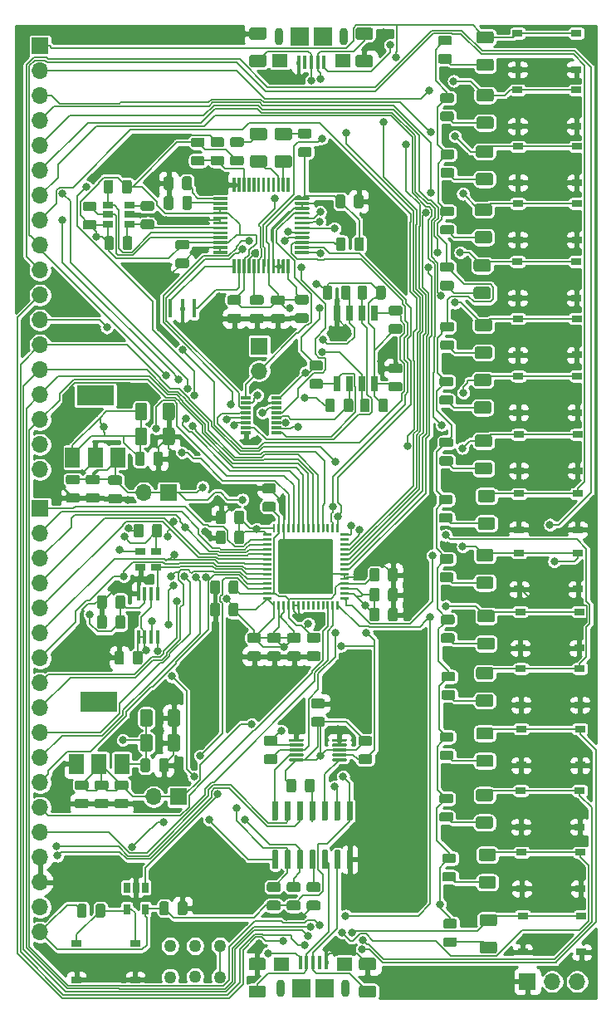
<source format=gbr>
G04 #@! TF.GenerationSoftware,KiCad,Pcbnew,(5.1.5-0-10_14)*
G04 #@! TF.CreationDate,2021-02-17T12:19:45-08:00*
G04 #@! TF.ProjectId,striVe_pcb,73747269-5665-45f7-9063-622e6b696361,rev?*
G04 #@! TF.SameCoordinates,Original*
G04 #@! TF.FileFunction,Copper,L1,Top*
G04 #@! TF.FilePolarity,Positive*
%FSLAX46Y46*%
G04 Gerber Fmt 4.6, Leading zero omitted, Abs format (unit mm)*
G04 Created by KiCad (PCBNEW (5.1.5-0-10_14)) date 2021-02-17 12:19:45*
%MOMM*%
%LPD*%
G04 APERTURE LIST*
%ADD10C,0.100000*%
%ADD11R,0.977900X0.304800*%
%ADD12R,1.016000X0.660400*%
%ADD13C,1.270000*%
%ADD14R,1.000000X0.700000*%
%ADD15R,0.400000X1.900000*%
%ADD16R,0.650000X1.650000*%
%ADD17O,0.900000X1.800000*%
%ADD18R,1.900000X1.900000*%
%ADD19R,1.600000X1.400000*%
%ADD20R,0.400000X1.350000*%
%ADD21O,1.700000X1.700000*%
%ADD22R,1.700000X1.700000*%
%ADD23R,0.650000X1.060000*%
%ADD24R,0.450000X1.450000*%
%ADD25R,1.500000X2.000000*%
%ADD26R,3.800000X2.000000*%
%ADD27R,1.060000X0.650000*%
%ADD28C,0.800000*%
%ADD29C,0.152400*%
%ADD30C,0.203200*%
%ADD31C,0.254000*%
G04 APERTURE END LIST*
G04 #@! TA.AperFunction,SMDPad,CuDef*
D10*
G36*
X161790142Y-119151174D02*
G01*
X161813803Y-119154684D01*
X161837007Y-119160496D01*
X161859529Y-119168554D01*
X161881153Y-119178782D01*
X161901670Y-119191079D01*
X161920883Y-119205329D01*
X161938607Y-119221393D01*
X161954671Y-119239117D01*
X161968921Y-119258330D01*
X161981218Y-119278847D01*
X161991446Y-119300471D01*
X161999504Y-119322993D01*
X162005316Y-119346197D01*
X162008826Y-119369858D01*
X162010000Y-119393750D01*
X162010000Y-120306250D01*
X162008826Y-120330142D01*
X162005316Y-120353803D01*
X161999504Y-120377007D01*
X161991446Y-120399529D01*
X161981218Y-120421153D01*
X161968921Y-120441670D01*
X161954671Y-120460883D01*
X161938607Y-120478607D01*
X161920883Y-120494671D01*
X161901670Y-120508921D01*
X161881153Y-120521218D01*
X161859529Y-120531446D01*
X161837007Y-120539504D01*
X161813803Y-120545316D01*
X161790142Y-120548826D01*
X161766250Y-120550000D01*
X161278750Y-120550000D01*
X161254858Y-120548826D01*
X161231197Y-120545316D01*
X161207993Y-120539504D01*
X161185471Y-120531446D01*
X161163847Y-120521218D01*
X161143330Y-120508921D01*
X161124117Y-120494671D01*
X161106393Y-120478607D01*
X161090329Y-120460883D01*
X161076079Y-120441670D01*
X161063782Y-120421153D01*
X161053554Y-120399529D01*
X161045496Y-120377007D01*
X161039684Y-120353803D01*
X161036174Y-120330142D01*
X161035000Y-120306250D01*
X161035000Y-119393750D01*
X161036174Y-119369858D01*
X161039684Y-119346197D01*
X161045496Y-119322993D01*
X161053554Y-119300471D01*
X161063782Y-119278847D01*
X161076079Y-119258330D01*
X161090329Y-119239117D01*
X161106393Y-119221393D01*
X161124117Y-119205329D01*
X161143330Y-119191079D01*
X161163847Y-119178782D01*
X161185471Y-119168554D01*
X161207993Y-119160496D01*
X161231197Y-119154684D01*
X161254858Y-119151174D01*
X161278750Y-119150000D01*
X161766250Y-119150000D01*
X161790142Y-119151174D01*
G37*
G04 #@! TD.AperFunction*
G04 #@! TA.AperFunction,SMDPad,CuDef*
G36*
X163665142Y-119151174D02*
G01*
X163688803Y-119154684D01*
X163712007Y-119160496D01*
X163734529Y-119168554D01*
X163756153Y-119178782D01*
X163776670Y-119191079D01*
X163795883Y-119205329D01*
X163813607Y-119221393D01*
X163829671Y-119239117D01*
X163843921Y-119258330D01*
X163856218Y-119278847D01*
X163866446Y-119300471D01*
X163874504Y-119322993D01*
X163880316Y-119346197D01*
X163883826Y-119369858D01*
X163885000Y-119393750D01*
X163885000Y-120306250D01*
X163883826Y-120330142D01*
X163880316Y-120353803D01*
X163874504Y-120377007D01*
X163866446Y-120399529D01*
X163856218Y-120421153D01*
X163843921Y-120441670D01*
X163829671Y-120460883D01*
X163813607Y-120478607D01*
X163795883Y-120494671D01*
X163776670Y-120508921D01*
X163756153Y-120521218D01*
X163734529Y-120531446D01*
X163712007Y-120539504D01*
X163688803Y-120545316D01*
X163665142Y-120548826D01*
X163641250Y-120550000D01*
X163153750Y-120550000D01*
X163129858Y-120548826D01*
X163106197Y-120545316D01*
X163082993Y-120539504D01*
X163060471Y-120531446D01*
X163038847Y-120521218D01*
X163018330Y-120508921D01*
X162999117Y-120494671D01*
X162981393Y-120478607D01*
X162965329Y-120460883D01*
X162951079Y-120441670D01*
X162938782Y-120421153D01*
X162928554Y-120399529D01*
X162920496Y-120377007D01*
X162914684Y-120353803D01*
X162911174Y-120330142D01*
X162910000Y-120306250D01*
X162910000Y-119393750D01*
X162911174Y-119369858D01*
X162914684Y-119346197D01*
X162920496Y-119322993D01*
X162928554Y-119300471D01*
X162938782Y-119278847D01*
X162951079Y-119258330D01*
X162965329Y-119239117D01*
X162981393Y-119221393D01*
X162999117Y-119205329D01*
X163018330Y-119191079D01*
X163038847Y-119178782D01*
X163060471Y-119168554D01*
X163082993Y-119160496D01*
X163106197Y-119154684D01*
X163129858Y-119151174D01*
X163153750Y-119150000D01*
X163641250Y-119150000D01*
X163665142Y-119151174D01*
G37*
G04 #@! TD.AperFunction*
D11*
X159962850Y-80342801D03*
X159962850Y-80842800D03*
X159962850Y-81342802D03*
X159962850Y-81842800D03*
X159962850Y-82342800D03*
X159962850Y-82842801D03*
X159962850Y-83342800D03*
X159962850Y-83842802D03*
X156876750Y-83842799D03*
X156876750Y-83342800D03*
X156876750Y-82842798D03*
X156876750Y-82342800D03*
X156876750Y-81842800D03*
X156876750Y-81342799D03*
X156876750Y-80842800D03*
X156876750Y-80342798D03*
D12*
X147718780Y-95968820D03*
X147718780Y-97619820D03*
X146118580Y-97619820D03*
X146118580Y-95968820D03*
D13*
X151700000Y-139324000D03*
X151700000Y-136202340D03*
X149160000Y-139397660D03*
X154240000Y-139397660D03*
X149160000Y-136202340D03*
X154240000Y-136202340D03*
D14*
X185109600Y-133119809D03*
X191109600Y-133119809D03*
X185109600Y-136819809D03*
X191109600Y-136819809D03*
X139600000Y-135950000D03*
X145600000Y-135950000D03*
X139600000Y-139650000D03*
X145600000Y-139650000D03*
X185010000Y-126660000D03*
X191010000Y-126660000D03*
X185010000Y-130360000D03*
X191010000Y-130360000D03*
X184924890Y-120367103D03*
X190924890Y-120367103D03*
X184924890Y-124067103D03*
X190924890Y-124067103D03*
X184954092Y-114080049D03*
X190954092Y-114080049D03*
X184954092Y-117780049D03*
X190954092Y-117780049D03*
X184936793Y-107936284D03*
X190936793Y-107936284D03*
X184936793Y-111636284D03*
X190936793Y-111636284D03*
X184873596Y-102124769D03*
X190873596Y-102124769D03*
X184873596Y-105824769D03*
X190873596Y-105824769D03*
X184756076Y-96125186D03*
X190756076Y-96125186D03*
X184756076Y-99825186D03*
X190756076Y-99825186D03*
X184720008Y-90078446D03*
X190720008Y-90078446D03*
X184720008Y-93778446D03*
X190720008Y-93778446D03*
X184710000Y-84060000D03*
X190710000Y-84060000D03*
X184710000Y-87760000D03*
X190710000Y-87760000D03*
X184675721Y-78109678D03*
X190675721Y-78109678D03*
X184675721Y-81809678D03*
X190675721Y-81809678D03*
X184610000Y-72260000D03*
X190610000Y-72260000D03*
X184610000Y-75960000D03*
X190610000Y-75960000D03*
X184585000Y-66435000D03*
X190585000Y-66435000D03*
X184585000Y-70135000D03*
X190585000Y-70135000D03*
X184610000Y-60510000D03*
X190610000Y-60510000D03*
X184610000Y-64210000D03*
X190610000Y-64210000D03*
X184635000Y-54685000D03*
X190635000Y-54685000D03*
X184635000Y-58385000D03*
X190635000Y-58385000D03*
X184585000Y-48935000D03*
X190585000Y-48935000D03*
X184585000Y-52635000D03*
X190585000Y-52635000D03*
X184585000Y-43160000D03*
X190585000Y-43160000D03*
X184585000Y-46860000D03*
X190585000Y-46860000D03*
D15*
X151600000Y-71200000D03*
X150400000Y-71200000D03*
X149200000Y-71200000D03*
D16*
X169975000Y-78910000D03*
X168705000Y-78910000D03*
X167435000Y-78910000D03*
X166165000Y-78910000D03*
X166165000Y-71710000D03*
X167435000Y-71710000D03*
X168705000Y-71710000D03*
X169975000Y-71710000D03*
D17*
X167041755Y-140534488D03*
X160441755Y-140534488D03*
D18*
X164941755Y-140534488D03*
X162541755Y-140534488D03*
D19*
X166941755Y-138084488D03*
X160541755Y-138084488D03*
D20*
X165041755Y-137859488D03*
X164391755Y-137859488D03*
X163741755Y-137859488D03*
X163091755Y-137859488D03*
X162441755Y-137859488D03*
D17*
X160253865Y-43464967D03*
X166853865Y-43464967D03*
D18*
X162353865Y-43464967D03*
X164753865Y-43464967D03*
D19*
X160353865Y-45914967D03*
X166753865Y-45914967D03*
D20*
X162253865Y-46139967D03*
X162903865Y-46139967D03*
X163553865Y-46139967D03*
X164203865Y-46139967D03*
X164853865Y-46139967D03*
D21*
X190665100Y-139827000D03*
X188125100Y-139827000D03*
D22*
X185585100Y-139827000D03*
G04 #@! TA.AperFunction,SMDPad,CuDef*
D10*
G36*
X154957351Y-65350361D02*
G01*
X154964632Y-65351441D01*
X154971771Y-65353229D01*
X154978701Y-65355709D01*
X154985355Y-65358856D01*
X154991668Y-65362640D01*
X154997579Y-65367024D01*
X155003033Y-65371967D01*
X155007976Y-65377421D01*
X155012360Y-65383332D01*
X155016144Y-65389645D01*
X155019291Y-65396299D01*
X155021771Y-65403229D01*
X155023559Y-65410368D01*
X155024639Y-65417649D01*
X155025000Y-65425000D01*
X155025000Y-65575000D01*
X155024639Y-65582351D01*
X155023559Y-65589632D01*
X155021771Y-65596771D01*
X155019291Y-65603701D01*
X155016144Y-65610355D01*
X155012360Y-65616668D01*
X155007976Y-65622579D01*
X155003033Y-65628033D01*
X154997579Y-65632976D01*
X154991668Y-65637360D01*
X154985355Y-65641144D01*
X154978701Y-65644291D01*
X154971771Y-65646771D01*
X154964632Y-65648559D01*
X154957351Y-65649639D01*
X154950000Y-65650000D01*
X153625000Y-65650000D01*
X153617649Y-65649639D01*
X153610368Y-65648559D01*
X153603229Y-65646771D01*
X153596299Y-65644291D01*
X153589645Y-65641144D01*
X153583332Y-65637360D01*
X153577421Y-65632976D01*
X153571967Y-65628033D01*
X153567024Y-65622579D01*
X153562640Y-65616668D01*
X153558856Y-65610355D01*
X153555709Y-65603701D01*
X153553229Y-65596771D01*
X153551441Y-65589632D01*
X153550361Y-65582351D01*
X153550000Y-65575000D01*
X153550000Y-65425000D01*
X153550361Y-65417649D01*
X153551441Y-65410368D01*
X153553229Y-65403229D01*
X153555709Y-65396299D01*
X153558856Y-65389645D01*
X153562640Y-65383332D01*
X153567024Y-65377421D01*
X153571967Y-65371967D01*
X153577421Y-65367024D01*
X153583332Y-65362640D01*
X153589645Y-65358856D01*
X153596299Y-65355709D01*
X153603229Y-65353229D01*
X153610368Y-65351441D01*
X153617649Y-65350361D01*
X153625000Y-65350000D01*
X154950000Y-65350000D01*
X154957351Y-65350361D01*
G37*
G04 #@! TD.AperFunction*
G04 #@! TA.AperFunction,SMDPad,CuDef*
G36*
X154957351Y-64850361D02*
G01*
X154964632Y-64851441D01*
X154971771Y-64853229D01*
X154978701Y-64855709D01*
X154985355Y-64858856D01*
X154991668Y-64862640D01*
X154997579Y-64867024D01*
X155003033Y-64871967D01*
X155007976Y-64877421D01*
X155012360Y-64883332D01*
X155016144Y-64889645D01*
X155019291Y-64896299D01*
X155021771Y-64903229D01*
X155023559Y-64910368D01*
X155024639Y-64917649D01*
X155025000Y-64925000D01*
X155025000Y-65075000D01*
X155024639Y-65082351D01*
X155023559Y-65089632D01*
X155021771Y-65096771D01*
X155019291Y-65103701D01*
X155016144Y-65110355D01*
X155012360Y-65116668D01*
X155007976Y-65122579D01*
X155003033Y-65128033D01*
X154997579Y-65132976D01*
X154991668Y-65137360D01*
X154985355Y-65141144D01*
X154978701Y-65144291D01*
X154971771Y-65146771D01*
X154964632Y-65148559D01*
X154957351Y-65149639D01*
X154950000Y-65150000D01*
X153625000Y-65150000D01*
X153617649Y-65149639D01*
X153610368Y-65148559D01*
X153603229Y-65146771D01*
X153596299Y-65144291D01*
X153589645Y-65141144D01*
X153583332Y-65137360D01*
X153577421Y-65132976D01*
X153571967Y-65128033D01*
X153567024Y-65122579D01*
X153562640Y-65116668D01*
X153558856Y-65110355D01*
X153555709Y-65103701D01*
X153553229Y-65096771D01*
X153551441Y-65089632D01*
X153550361Y-65082351D01*
X153550000Y-65075000D01*
X153550000Y-64925000D01*
X153550361Y-64917649D01*
X153551441Y-64910368D01*
X153553229Y-64903229D01*
X153555709Y-64896299D01*
X153558856Y-64889645D01*
X153562640Y-64883332D01*
X153567024Y-64877421D01*
X153571967Y-64871967D01*
X153577421Y-64867024D01*
X153583332Y-64862640D01*
X153589645Y-64858856D01*
X153596299Y-64855709D01*
X153603229Y-64853229D01*
X153610368Y-64851441D01*
X153617649Y-64850361D01*
X153625000Y-64850000D01*
X154950000Y-64850000D01*
X154957351Y-64850361D01*
G37*
G04 #@! TD.AperFunction*
G04 #@! TA.AperFunction,SMDPad,CuDef*
G36*
X154957351Y-64350361D02*
G01*
X154964632Y-64351441D01*
X154971771Y-64353229D01*
X154978701Y-64355709D01*
X154985355Y-64358856D01*
X154991668Y-64362640D01*
X154997579Y-64367024D01*
X155003033Y-64371967D01*
X155007976Y-64377421D01*
X155012360Y-64383332D01*
X155016144Y-64389645D01*
X155019291Y-64396299D01*
X155021771Y-64403229D01*
X155023559Y-64410368D01*
X155024639Y-64417649D01*
X155025000Y-64425000D01*
X155025000Y-64575000D01*
X155024639Y-64582351D01*
X155023559Y-64589632D01*
X155021771Y-64596771D01*
X155019291Y-64603701D01*
X155016144Y-64610355D01*
X155012360Y-64616668D01*
X155007976Y-64622579D01*
X155003033Y-64628033D01*
X154997579Y-64632976D01*
X154991668Y-64637360D01*
X154985355Y-64641144D01*
X154978701Y-64644291D01*
X154971771Y-64646771D01*
X154964632Y-64648559D01*
X154957351Y-64649639D01*
X154950000Y-64650000D01*
X153625000Y-64650000D01*
X153617649Y-64649639D01*
X153610368Y-64648559D01*
X153603229Y-64646771D01*
X153596299Y-64644291D01*
X153589645Y-64641144D01*
X153583332Y-64637360D01*
X153577421Y-64632976D01*
X153571967Y-64628033D01*
X153567024Y-64622579D01*
X153562640Y-64616668D01*
X153558856Y-64610355D01*
X153555709Y-64603701D01*
X153553229Y-64596771D01*
X153551441Y-64589632D01*
X153550361Y-64582351D01*
X153550000Y-64575000D01*
X153550000Y-64425000D01*
X153550361Y-64417649D01*
X153551441Y-64410368D01*
X153553229Y-64403229D01*
X153555709Y-64396299D01*
X153558856Y-64389645D01*
X153562640Y-64383332D01*
X153567024Y-64377421D01*
X153571967Y-64371967D01*
X153577421Y-64367024D01*
X153583332Y-64362640D01*
X153589645Y-64358856D01*
X153596299Y-64355709D01*
X153603229Y-64353229D01*
X153610368Y-64351441D01*
X153617649Y-64350361D01*
X153625000Y-64350000D01*
X154950000Y-64350000D01*
X154957351Y-64350361D01*
G37*
G04 #@! TD.AperFunction*
G04 #@! TA.AperFunction,SMDPad,CuDef*
G36*
X154957351Y-63850361D02*
G01*
X154964632Y-63851441D01*
X154971771Y-63853229D01*
X154978701Y-63855709D01*
X154985355Y-63858856D01*
X154991668Y-63862640D01*
X154997579Y-63867024D01*
X155003033Y-63871967D01*
X155007976Y-63877421D01*
X155012360Y-63883332D01*
X155016144Y-63889645D01*
X155019291Y-63896299D01*
X155021771Y-63903229D01*
X155023559Y-63910368D01*
X155024639Y-63917649D01*
X155025000Y-63925000D01*
X155025000Y-64075000D01*
X155024639Y-64082351D01*
X155023559Y-64089632D01*
X155021771Y-64096771D01*
X155019291Y-64103701D01*
X155016144Y-64110355D01*
X155012360Y-64116668D01*
X155007976Y-64122579D01*
X155003033Y-64128033D01*
X154997579Y-64132976D01*
X154991668Y-64137360D01*
X154985355Y-64141144D01*
X154978701Y-64144291D01*
X154971771Y-64146771D01*
X154964632Y-64148559D01*
X154957351Y-64149639D01*
X154950000Y-64150000D01*
X153625000Y-64150000D01*
X153617649Y-64149639D01*
X153610368Y-64148559D01*
X153603229Y-64146771D01*
X153596299Y-64144291D01*
X153589645Y-64141144D01*
X153583332Y-64137360D01*
X153577421Y-64132976D01*
X153571967Y-64128033D01*
X153567024Y-64122579D01*
X153562640Y-64116668D01*
X153558856Y-64110355D01*
X153555709Y-64103701D01*
X153553229Y-64096771D01*
X153551441Y-64089632D01*
X153550361Y-64082351D01*
X153550000Y-64075000D01*
X153550000Y-63925000D01*
X153550361Y-63917649D01*
X153551441Y-63910368D01*
X153553229Y-63903229D01*
X153555709Y-63896299D01*
X153558856Y-63889645D01*
X153562640Y-63883332D01*
X153567024Y-63877421D01*
X153571967Y-63871967D01*
X153577421Y-63867024D01*
X153583332Y-63862640D01*
X153589645Y-63858856D01*
X153596299Y-63855709D01*
X153603229Y-63853229D01*
X153610368Y-63851441D01*
X153617649Y-63850361D01*
X153625000Y-63850000D01*
X154950000Y-63850000D01*
X154957351Y-63850361D01*
G37*
G04 #@! TD.AperFunction*
G04 #@! TA.AperFunction,SMDPad,CuDef*
G36*
X154957351Y-63350361D02*
G01*
X154964632Y-63351441D01*
X154971771Y-63353229D01*
X154978701Y-63355709D01*
X154985355Y-63358856D01*
X154991668Y-63362640D01*
X154997579Y-63367024D01*
X155003033Y-63371967D01*
X155007976Y-63377421D01*
X155012360Y-63383332D01*
X155016144Y-63389645D01*
X155019291Y-63396299D01*
X155021771Y-63403229D01*
X155023559Y-63410368D01*
X155024639Y-63417649D01*
X155025000Y-63425000D01*
X155025000Y-63575000D01*
X155024639Y-63582351D01*
X155023559Y-63589632D01*
X155021771Y-63596771D01*
X155019291Y-63603701D01*
X155016144Y-63610355D01*
X155012360Y-63616668D01*
X155007976Y-63622579D01*
X155003033Y-63628033D01*
X154997579Y-63632976D01*
X154991668Y-63637360D01*
X154985355Y-63641144D01*
X154978701Y-63644291D01*
X154971771Y-63646771D01*
X154964632Y-63648559D01*
X154957351Y-63649639D01*
X154950000Y-63650000D01*
X153625000Y-63650000D01*
X153617649Y-63649639D01*
X153610368Y-63648559D01*
X153603229Y-63646771D01*
X153596299Y-63644291D01*
X153589645Y-63641144D01*
X153583332Y-63637360D01*
X153577421Y-63632976D01*
X153571967Y-63628033D01*
X153567024Y-63622579D01*
X153562640Y-63616668D01*
X153558856Y-63610355D01*
X153555709Y-63603701D01*
X153553229Y-63596771D01*
X153551441Y-63589632D01*
X153550361Y-63582351D01*
X153550000Y-63575000D01*
X153550000Y-63425000D01*
X153550361Y-63417649D01*
X153551441Y-63410368D01*
X153553229Y-63403229D01*
X153555709Y-63396299D01*
X153558856Y-63389645D01*
X153562640Y-63383332D01*
X153567024Y-63377421D01*
X153571967Y-63371967D01*
X153577421Y-63367024D01*
X153583332Y-63362640D01*
X153589645Y-63358856D01*
X153596299Y-63355709D01*
X153603229Y-63353229D01*
X153610368Y-63351441D01*
X153617649Y-63350361D01*
X153625000Y-63350000D01*
X154950000Y-63350000D01*
X154957351Y-63350361D01*
G37*
G04 #@! TD.AperFunction*
G04 #@! TA.AperFunction,SMDPad,CuDef*
G36*
X154957351Y-62850361D02*
G01*
X154964632Y-62851441D01*
X154971771Y-62853229D01*
X154978701Y-62855709D01*
X154985355Y-62858856D01*
X154991668Y-62862640D01*
X154997579Y-62867024D01*
X155003033Y-62871967D01*
X155007976Y-62877421D01*
X155012360Y-62883332D01*
X155016144Y-62889645D01*
X155019291Y-62896299D01*
X155021771Y-62903229D01*
X155023559Y-62910368D01*
X155024639Y-62917649D01*
X155025000Y-62925000D01*
X155025000Y-63075000D01*
X155024639Y-63082351D01*
X155023559Y-63089632D01*
X155021771Y-63096771D01*
X155019291Y-63103701D01*
X155016144Y-63110355D01*
X155012360Y-63116668D01*
X155007976Y-63122579D01*
X155003033Y-63128033D01*
X154997579Y-63132976D01*
X154991668Y-63137360D01*
X154985355Y-63141144D01*
X154978701Y-63144291D01*
X154971771Y-63146771D01*
X154964632Y-63148559D01*
X154957351Y-63149639D01*
X154950000Y-63150000D01*
X153625000Y-63150000D01*
X153617649Y-63149639D01*
X153610368Y-63148559D01*
X153603229Y-63146771D01*
X153596299Y-63144291D01*
X153589645Y-63141144D01*
X153583332Y-63137360D01*
X153577421Y-63132976D01*
X153571967Y-63128033D01*
X153567024Y-63122579D01*
X153562640Y-63116668D01*
X153558856Y-63110355D01*
X153555709Y-63103701D01*
X153553229Y-63096771D01*
X153551441Y-63089632D01*
X153550361Y-63082351D01*
X153550000Y-63075000D01*
X153550000Y-62925000D01*
X153550361Y-62917649D01*
X153551441Y-62910368D01*
X153553229Y-62903229D01*
X153555709Y-62896299D01*
X153558856Y-62889645D01*
X153562640Y-62883332D01*
X153567024Y-62877421D01*
X153571967Y-62871967D01*
X153577421Y-62867024D01*
X153583332Y-62862640D01*
X153589645Y-62858856D01*
X153596299Y-62855709D01*
X153603229Y-62853229D01*
X153610368Y-62851441D01*
X153617649Y-62850361D01*
X153625000Y-62850000D01*
X154950000Y-62850000D01*
X154957351Y-62850361D01*
G37*
G04 #@! TD.AperFunction*
G04 #@! TA.AperFunction,SMDPad,CuDef*
G36*
X154957351Y-62350361D02*
G01*
X154964632Y-62351441D01*
X154971771Y-62353229D01*
X154978701Y-62355709D01*
X154985355Y-62358856D01*
X154991668Y-62362640D01*
X154997579Y-62367024D01*
X155003033Y-62371967D01*
X155007976Y-62377421D01*
X155012360Y-62383332D01*
X155016144Y-62389645D01*
X155019291Y-62396299D01*
X155021771Y-62403229D01*
X155023559Y-62410368D01*
X155024639Y-62417649D01*
X155025000Y-62425000D01*
X155025000Y-62575000D01*
X155024639Y-62582351D01*
X155023559Y-62589632D01*
X155021771Y-62596771D01*
X155019291Y-62603701D01*
X155016144Y-62610355D01*
X155012360Y-62616668D01*
X155007976Y-62622579D01*
X155003033Y-62628033D01*
X154997579Y-62632976D01*
X154991668Y-62637360D01*
X154985355Y-62641144D01*
X154978701Y-62644291D01*
X154971771Y-62646771D01*
X154964632Y-62648559D01*
X154957351Y-62649639D01*
X154950000Y-62650000D01*
X153625000Y-62650000D01*
X153617649Y-62649639D01*
X153610368Y-62648559D01*
X153603229Y-62646771D01*
X153596299Y-62644291D01*
X153589645Y-62641144D01*
X153583332Y-62637360D01*
X153577421Y-62632976D01*
X153571967Y-62628033D01*
X153567024Y-62622579D01*
X153562640Y-62616668D01*
X153558856Y-62610355D01*
X153555709Y-62603701D01*
X153553229Y-62596771D01*
X153551441Y-62589632D01*
X153550361Y-62582351D01*
X153550000Y-62575000D01*
X153550000Y-62425000D01*
X153550361Y-62417649D01*
X153551441Y-62410368D01*
X153553229Y-62403229D01*
X153555709Y-62396299D01*
X153558856Y-62389645D01*
X153562640Y-62383332D01*
X153567024Y-62377421D01*
X153571967Y-62371967D01*
X153577421Y-62367024D01*
X153583332Y-62362640D01*
X153589645Y-62358856D01*
X153596299Y-62355709D01*
X153603229Y-62353229D01*
X153610368Y-62351441D01*
X153617649Y-62350361D01*
X153625000Y-62350000D01*
X154950000Y-62350000D01*
X154957351Y-62350361D01*
G37*
G04 #@! TD.AperFunction*
G04 #@! TA.AperFunction,SMDPad,CuDef*
G36*
X154957351Y-61850361D02*
G01*
X154964632Y-61851441D01*
X154971771Y-61853229D01*
X154978701Y-61855709D01*
X154985355Y-61858856D01*
X154991668Y-61862640D01*
X154997579Y-61867024D01*
X155003033Y-61871967D01*
X155007976Y-61877421D01*
X155012360Y-61883332D01*
X155016144Y-61889645D01*
X155019291Y-61896299D01*
X155021771Y-61903229D01*
X155023559Y-61910368D01*
X155024639Y-61917649D01*
X155025000Y-61925000D01*
X155025000Y-62075000D01*
X155024639Y-62082351D01*
X155023559Y-62089632D01*
X155021771Y-62096771D01*
X155019291Y-62103701D01*
X155016144Y-62110355D01*
X155012360Y-62116668D01*
X155007976Y-62122579D01*
X155003033Y-62128033D01*
X154997579Y-62132976D01*
X154991668Y-62137360D01*
X154985355Y-62141144D01*
X154978701Y-62144291D01*
X154971771Y-62146771D01*
X154964632Y-62148559D01*
X154957351Y-62149639D01*
X154950000Y-62150000D01*
X153625000Y-62150000D01*
X153617649Y-62149639D01*
X153610368Y-62148559D01*
X153603229Y-62146771D01*
X153596299Y-62144291D01*
X153589645Y-62141144D01*
X153583332Y-62137360D01*
X153577421Y-62132976D01*
X153571967Y-62128033D01*
X153567024Y-62122579D01*
X153562640Y-62116668D01*
X153558856Y-62110355D01*
X153555709Y-62103701D01*
X153553229Y-62096771D01*
X153551441Y-62089632D01*
X153550361Y-62082351D01*
X153550000Y-62075000D01*
X153550000Y-61925000D01*
X153550361Y-61917649D01*
X153551441Y-61910368D01*
X153553229Y-61903229D01*
X153555709Y-61896299D01*
X153558856Y-61889645D01*
X153562640Y-61883332D01*
X153567024Y-61877421D01*
X153571967Y-61871967D01*
X153577421Y-61867024D01*
X153583332Y-61862640D01*
X153589645Y-61858856D01*
X153596299Y-61855709D01*
X153603229Y-61853229D01*
X153610368Y-61851441D01*
X153617649Y-61850361D01*
X153625000Y-61850000D01*
X154950000Y-61850000D01*
X154957351Y-61850361D01*
G37*
G04 #@! TD.AperFunction*
G04 #@! TA.AperFunction,SMDPad,CuDef*
G36*
X154957351Y-61350361D02*
G01*
X154964632Y-61351441D01*
X154971771Y-61353229D01*
X154978701Y-61355709D01*
X154985355Y-61358856D01*
X154991668Y-61362640D01*
X154997579Y-61367024D01*
X155003033Y-61371967D01*
X155007976Y-61377421D01*
X155012360Y-61383332D01*
X155016144Y-61389645D01*
X155019291Y-61396299D01*
X155021771Y-61403229D01*
X155023559Y-61410368D01*
X155024639Y-61417649D01*
X155025000Y-61425000D01*
X155025000Y-61575000D01*
X155024639Y-61582351D01*
X155023559Y-61589632D01*
X155021771Y-61596771D01*
X155019291Y-61603701D01*
X155016144Y-61610355D01*
X155012360Y-61616668D01*
X155007976Y-61622579D01*
X155003033Y-61628033D01*
X154997579Y-61632976D01*
X154991668Y-61637360D01*
X154985355Y-61641144D01*
X154978701Y-61644291D01*
X154971771Y-61646771D01*
X154964632Y-61648559D01*
X154957351Y-61649639D01*
X154950000Y-61650000D01*
X153625000Y-61650000D01*
X153617649Y-61649639D01*
X153610368Y-61648559D01*
X153603229Y-61646771D01*
X153596299Y-61644291D01*
X153589645Y-61641144D01*
X153583332Y-61637360D01*
X153577421Y-61632976D01*
X153571967Y-61628033D01*
X153567024Y-61622579D01*
X153562640Y-61616668D01*
X153558856Y-61610355D01*
X153555709Y-61603701D01*
X153553229Y-61596771D01*
X153551441Y-61589632D01*
X153550361Y-61582351D01*
X153550000Y-61575000D01*
X153550000Y-61425000D01*
X153550361Y-61417649D01*
X153551441Y-61410368D01*
X153553229Y-61403229D01*
X153555709Y-61396299D01*
X153558856Y-61389645D01*
X153562640Y-61383332D01*
X153567024Y-61377421D01*
X153571967Y-61371967D01*
X153577421Y-61367024D01*
X153583332Y-61362640D01*
X153589645Y-61358856D01*
X153596299Y-61355709D01*
X153603229Y-61353229D01*
X153610368Y-61351441D01*
X153617649Y-61350361D01*
X153625000Y-61350000D01*
X154950000Y-61350000D01*
X154957351Y-61350361D01*
G37*
G04 #@! TD.AperFunction*
G04 #@! TA.AperFunction,SMDPad,CuDef*
G36*
X154957351Y-60850361D02*
G01*
X154964632Y-60851441D01*
X154971771Y-60853229D01*
X154978701Y-60855709D01*
X154985355Y-60858856D01*
X154991668Y-60862640D01*
X154997579Y-60867024D01*
X155003033Y-60871967D01*
X155007976Y-60877421D01*
X155012360Y-60883332D01*
X155016144Y-60889645D01*
X155019291Y-60896299D01*
X155021771Y-60903229D01*
X155023559Y-60910368D01*
X155024639Y-60917649D01*
X155025000Y-60925000D01*
X155025000Y-61075000D01*
X155024639Y-61082351D01*
X155023559Y-61089632D01*
X155021771Y-61096771D01*
X155019291Y-61103701D01*
X155016144Y-61110355D01*
X155012360Y-61116668D01*
X155007976Y-61122579D01*
X155003033Y-61128033D01*
X154997579Y-61132976D01*
X154991668Y-61137360D01*
X154985355Y-61141144D01*
X154978701Y-61144291D01*
X154971771Y-61146771D01*
X154964632Y-61148559D01*
X154957351Y-61149639D01*
X154950000Y-61150000D01*
X153625000Y-61150000D01*
X153617649Y-61149639D01*
X153610368Y-61148559D01*
X153603229Y-61146771D01*
X153596299Y-61144291D01*
X153589645Y-61141144D01*
X153583332Y-61137360D01*
X153577421Y-61132976D01*
X153571967Y-61128033D01*
X153567024Y-61122579D01*
X153562640Y-61116668D01*
X153558856Y-61110355D01*
X153555709Y-61103701D01*
X153553229Y-61096771D01*
X153551441Y-61089632D01*
X153550361Y-61082351D01*
X153550000Y-61075000D01*
X153550000Y-60925000D01*
X153550361Y-60917649D01*
X153551441Y-60910368D01*
X153553229Y-60903229D01*
X153555709Y-60896299D01*
X153558856Y-60889645D01*
X153562640Y-60883332D01*
X153567024Y-60877421D01*
X153571967Y-60871967D01*
X153577421Y-60867024D01*
X153583332Y-60862640D01*
X153589645Y-60858856D01*
X153596299Y-60855709D01*
X153603229Y-60853229D01*
X153610368Y-60851441D01*
X153617649Y-60850361D01*
X153625000Y-60850000D01*
X154950000Y-60850000D01*
X154957351Y-60850361D01*
G37*
G04 #@! TD.AperFunction*
G04 #@! TA.AperFunction,SMDPad,CuDef*
G36*
X154957351Y-60350361D02*
G01*
X154964632Y-60351441D01*
X154971771Y-60353229D01*
X154978701Y-60355709D01*
X154985355Y-60358856D01*
X154991668Y-60362640D01*
X154997579Y-60367024D01*
X155003033Y-60371967D01*
X155007976Y-60377421D01*
X155012360Y-60383332D01*
X155016144Y-60389645D01*
X155019291Y-60396299D01*
X155021771Y-60403229D01*
X155023559Y-60410368D01*
X155024639Y-60417649D01*
X155025000Y-60425000D01*
X155025000Y-60575000D01*
X155024639Y-60582351D01*
X155023559Y-60589632D01*
X155021771Y-60596771D01*
X155019291Y-60603701D01*
X155016144Y-60610355D01*
X155012360Y-60616668D01*
X155007976Y-60622579D01*
X155003033Y-60628033D01*
X154997579Y-60632976D01*
X154991668Y-60637360D01*
X154985355Y-60641144D01*
X154978701Y-60644291D01*
X154971771Y-60646771D01*
X154964632Y-60648559D01*
X154957351Y-60649639D01*
X154950000Y-60650000D01*
X153625000Y-60650000D01*
X153617649Y-60649639D01*
X153610368Y-60648559D01*
X153603229Y-60646771D01*
X153596299Y-60644291D01*
X153589645Y-60641144D01*
X153583332Y-60637360D01*
X153577421Y-60632976D01*
X153571967Y-60628033D01*
X153567024Y-60622579D01*
X153562640Y-60616668D01*
X153558856Y-60610355D01*
X153555709Y-60603701D01*
X153553229Y-60596771D01*
X153551441Y-60589632D01*
X153550361Y-60582351D01*
X153550000Y-60575000D01*
X153550000Y-60425000D01*
X153550361Y-60417649D01*
X153551441Y-60410368D01*
X153553229Y-60403229D01*
X153555709Y-60396299D01*
X153558856Y-60389645D01*
X153562640Y-60383332D01*
X153567024Y-60377421D01*
X153571967Y-60371967D01*
X153577421Y-60367024D01*
X153583332Y-60362640D01*
X153589645Y-60358856D01*
X153596299Y-60355709D01*
X153603229Y-60353229D01*
X153610368Y-60351441D01*
X153617649Y-60350361D01*
X153625000Y-60350000D01*
X154950000Y-60350000D01*
X154957351Y-60350361D01*
G37*
G04 #@! TD.AperFunction*
G04 #@! TA.AperFunction,SMDPad,CuDef*
G36*
X154957351Y-59850361D02*
G01*
X154964632Y-59851441D01*
X154971771Y-59853229D01*
X154978701Y-59855709D01*
X154985355Y-59858856D01*
X154991668Y-59862640D01*
X154997579Y-59867024D01*
X155003033Y-59871967D01*
X155007976Y-59877421D01*
X155012360Y-59883332D01*
X155016144Y-59889645D01*
X155019291Y-59896299D01*
X155021771Y-59903229D01*
X155023559Y-59910368D01*
X155024639Y-59917649D01*
X155025000Y-59925000D01*
X155025000Y-60075000D01*
X155024639Y-60082351D01*
X155023559Y-60089632D01*
X155021771Y-60096771D01*
X155019291Y-60103701D01*
X155016144Y-60110355D01*
X155012360Y-60116668D01*
X155007976Y-60122579D01*
X155003033Y-60128033D01*
X154997579Y-60132976D01*
X154991668Y-60137360D01*
X154985355Y-60141144D01*
X154978701Y-60144291D01*
X154971771Y-60146771D01*
X154964632Y-60148559D01*
X154957351Y-60149639D01*
X154950000Y-60150000D01*
X153625000Y-60150000D01*
X153617649Y-60149639D01*
X153610368Y-60148559D01*
X153603229Y-60146771D01*
X153596299Y-60144291D01*
X153589645Y-60141144D01*
X153583332Y-60137360D01*
X153577421Y-60132976D01*
X153571967Y-60128033D01*
X153567024Y-60122579D01*
X153562640Y-60116668D01*
X153558856Y-60110355D01*
X153555709Y-60103701D01*
X153553229Y-60096771D01*
X153551441Y-60089632D01*
X153550361Y-60082351D01*
X153550000Y-60075000D01*
X153550000Y-59925000D01*
X153550361Y-59917649D01*
X153551441Y-59910368D01*
X153553229Y-59903229D01*
X153555709Y-59896299D01*
X153558856Y-59889645D01*
X153562640Y-59883332D01*
X153567024Y-59877421D01*
X153571967Y-59871967D01*
X153577421Y-59867024D01*
X153583332Y-59862640D01*
X153589645Y-59858856D01*
X153596299Y-59855709D01*
X153603229Y-59853229D01*
X153610368Y-59851441D01*
X153617649Y-59850361D01*
X153625000Y-59850000D01*
X154950000Y-59850000D01*
X154957351Y-59850361D01*
G37*
G04 #@! TD.AperFunction*
G04 #@! TA.AperFunction,SMDPad,CuDef*
G36*
X155782351Y-57850361D02*
G01*
X155789632Y-57851441D01*
X155796771Y-57853229D01*
X155803701Y-57855709D01*
X155810355Y-57858856D01*
X155816668Y-57862640D01*
X155822579Y-57867024D01*
X155828033Y-57871967D01*
X155832976Y-57877421D01*
X155837360Y-57883332D01*
X155841144Y-57889645D01*
X155844291Y-57896299D01*
X155846771Y-57903229D01*
X155848559Y-57910368D01*
X155849639Y-57917649D01*
X155850000Y-57925000D01*
X155850000Y-59250000D01*
X155849639Y-59257351D01*
X155848559Y-59264632D01*
X155846771Y-59271771D01*
X155844291Y-59278701D01*
X155841144Y-59285355D01*
X155837360Y-59291668D01*
X155832976Y-59297579D01*
X155828033Y-59303033D01*
X155822579Y-59307976D01*
X155816668Y-59312360D01*
X155810355Y-59316144D01*
X155803701Y-59319291D01*
X155796771Y-59321771D01*
X155789632Y-59323559D01*
X155782351Y-59324639D01*
X155775000Y-59325000D01*
X155625000Y-59325000D01*
X155617649Y-59324639D01*
X155610368Y-59323559D01*
X155603229Y-59321771D01*
X155596299Y-59319291D01*
X155589645Y-59316144D01*
X155583332Y-59312360D01*
X155577421Y-59307976D01*
X155571967Y-59303033D01*
X155567024Y-59297579D01*
X155562640Y-59291668D01*
X155558856Y-59285355D01*
X155555709Y-59278701D01*
X155553229Y-59271771D01*
X155551441Y-59264632D01*
X155550361Y-59257351D01*
X155550000Y-59250000D01*
X155550000Y-57925000D01*
X155550361Y-57917649D01*
X155551441Y-57910368D01*
X155553229Y-57903229D01*
X155555709Y-57896299D01*
X155558856Y-57889645D01*
X155562640Y-57883332D01*
X155567024Y-57877421D01*
X155571967Y-57871967D01*
X155577421Y-57867024D01*
X155583332Y-57862640D01*
X155589645Y-57858856D01*
X155596299Y-57855709D01*
X155603229Y-57853229D01*
X155610368Y-57851441D01*
X155617649Y-57850361D01*
X155625000Y-57850000D01*
X155775000Y-57850000D01*
X155782351Y-57850361D01*
G37*
G04 #@! TD.AperFunction*
G04 #@! TA.AperFunction,SMDPad,CuDef*
G36*
X156282351Y-57850361D02*
G01*
X156289632Y-57851441D01*
X156296771Y-57853229D01*
X156303701Y-57855709D01*
X156310355Y-57858856D01*
X156316668Y-57862640D01*
X156322579Y-57867024D01*
X156328033Y-57871967D01*
X156332976Y-57877421D01*
X156337360Y-57883332D01*
X156341144Y-57889645D01*
X156344291Y-57896299D01*
X156346771Y-57903229D01*
X156348559Y-57910368D01*
X156349639Y-57917649D01*
X156350000Y-57925000D01*
X156350000Y-59250000D01*
X156349639Y-59257351D01*
X156348559Y-59264632D01*
X156346771Y-59271771D01*
X156344291Y-59278701D01*
X156341144Y-59285355D01*
X156337360Y-59291668D01*
X156332976Y-59297579D01*
X156328033Y-59303033D01*
X156322579Y-59307976D01*
X156316668Y-59312360D01*
X156310355Y-59316144D01*
X156303701Y-59319291D01*
X156296771Y-59321771D01*
X156289632Y-59323559D01*
X156282351Y-59324639D01*
X156275000Y-59325000D01*
X156125000Y-59325000D01*
X156117649Y-59324639D01*
X156110368Y-59323559D01*
X156103229Y-59321771D01*
X156096299Y-59319291D01*
X156089645Y-59316144D01*
X156083332Y-59312360D01*
X156077421Y-59307976D01*
X156071967Y-59303033D01*
X156067024Y-59297579D01*
X156062640Y-59291668D01*
X156058856Y-59285355D01*
X156055709Y-59278701D01*
X156053229Y-59271771D01*
X156051441Y-59264632D01*
X156050361Y-59257351D01*
X156050000Y-59250000D01*
X156050000Y-57925000D01*
X156050361Y-57917649D01*
X156051441Y-57910368D01*
X156053229Y-57903229D01*
X156055709Y-57896299D01*
X156058856Y-57889645D01*
X156062640Y-57883332D01*
X156067024Y-57877421D01*
X156071967Y-57871967D01*
X156077421Y-57867024D01*
X156083332Y-57862640D01*
X156089645Y-57858856D01*
X156096299Y-57855709D01*
X156103229Y-57853229D01*
X156110368Y-57851441D01*
X156117649Y-57850361D01*
X156125000Y-57850000D01*
X156275000Y-57850000D01*
X156282351Y-57850361D01*
G37*
G04 #@! TD.AperFunction*
G04 #@! TA.AperFunction,SMDPad,CuDef*
G36*
X156782351Y-57850361D02*
G01*
X156789632Y-57851441D01*
X156796771Y-57853229D01*
X156803701Y-57855709D01*
X156810355Y-57858856D01*
X156816668Y-57862640D01*
X156822579Y-57867024D01*
X156828033Y-57871967D01*
X156832976Y-57877421D01*
X156837360Y-57883332D01*
X156841144Y-57889645D01*
X156844291Y-57896299D01*
X156846771Y-57903229D01*
X156848559Y-57910368D01*
X156849639Y-57917649D01*
X156850000Y-57925000D01*
X156850000Y-59250000D01*
X156849639Y-59257351D01*
X156848559Y-59264632D01*
X156846771Y-59271771D01*
X156844291Y-59278701D01*
X156841144Y-59285355D01*
X156837360Y-59291668D01*
X156832976Y-59297579D01*
X156828033Y-59303033D01*
X156822579Y-59307976D01*
X156816668Y-59312360D01*
X156810355Y-59316144D01*
X156803701Y-59319291D01*
X156796771Y-59321771D01*
X156789632Y-59323559D01*
X156782351Y-59324639D01*
X156775000Y-59325000D01*
X156625000Y-59325000D01*
X156617649Y-59324639D01*
X156610368Y-59323559D01*
X156603229Y-59321771D01*
X156596299Y-59319291D01*
X156589645Y-59316144D01*
X156583332Y-59312360D01*
X156577421Y-59307976D01*
X156571967Y-59303033D01*
X156567024Y-59297579D01*
X156562640Y-59291668D01*
X156558856Y-59285355D01*
X156555709Y-59278701D01*
X156553229Y-59271771D01*
X156551441Y-59264632D01*
X156550361Y-59257351D01*
X156550000Y-59250000D01*
X156550000Y-57925000D01*
X156550361Y-57917649D01*
X156551441Y-57910368D01*
X156553229Y-57903229D01*
X156555709Y-57896299D01*
X156558856Y-57889645D01*
X156562640Y-57883332D01*
X156567024Y-57877421D01*
X156571967Y-57871967D01*
X156577421Y-57867024D01*
X156583332Y-57862640D01*
X156589645Y-57858856D01*
X156596299Y-57855709D01*
X156603229Y-57853229D01*
X156610368Y-57851441D01*
X156617649Y-57850361D01*
X156625000Y-57850000D01*
X156775000Y-57850000D01*
X156782351Y-57850361D01*
G37*
G04 #@! TD.AperFunction*
G04 #@! TA.AperFunction,SMDPad,CuDef*
G36*
X157282351Y-57850361D02*
G01*
X157289632Y-57851441D01*
X157296771Y-57853229D01*
X157303701Y-57855709D01*
X157310355Y-57858856D01*
X157316668Y-57862640D01*
X157322579Y-57867024D01*
X157328033Y-57871967D01*
X157332976Y-57877421D01*
X157337360Y-57883332D01*
X157341144Y-57889645D01*
X157344291Y-57896299D01*
X157346771Y-57903229D01*
X157348559Y-57910368D01*
X157349639Y-57917649D01*
X157350000Y-57925000D01*
X157350000Y-59250000D01*
X157349639Y-59257351D01*
X157348559Y-59264632D01*
X157346771Y-59271771D01*
X157344291Y-59278701D01*
X157341144Y-59285355D01*
X157337360Y-59291668D01*
X157332976Y-59297579D01*
X157328033Y-59303033D01*
X157322579Y-59307976D01*
X157316668Y-59312360D01*
X157310355Y-59316144D01*
X157303701Y-59319291D01*
X157296771Y-59321771D01*
X157289632Y-59323559D01*
X157282351Y-59324639D01*
X157275000Y-59325000D01*
X157125000Y-59325000D01*
X157117649Y-59324639D01*
X157110368Y-59323559D01*
X157103229Y-59321771D01*
X157096299Y-59319291D01*
X157089645Y-59316144D01*
X157083332Y-59312360D01*
X157077421Y-59307976D01*
X157071967Y-59303033D01*
X157067024Y-59297579D01*
X157062640Y-59291668D01*
X157058856Y-59285355D01*
X157055709Y-59278701D01*
X157053229Y-59271771D01*
X157051441Y-59264632D01*
X157050361Y-59257351D01*
X157050000Y-59250000D01*
X157050000Y-57925000D01*
X157050361Y-57917649D01*
X157051441Y-57910368D01*
X157053229Y-57903229D01*
X157055709Y-57896299D01*
X157058856Y-57889645D01*
X157062640Y-57883332D01*
X157067024Y-57877421D01*
X157071967Y-57871967D01*
X157077421Y-57867024D01*
X157083332Y-57862640D01*
X157089645Y-57858856D01*
X157096299Y-57855709D01*
X157103229Y-57853229D01*
X157110368Y-57851441D01*
X157117649Y-57850361D01*
X157125000Y-57850000D01*
X157275000Y-57850000D01*
X157282351Y-57850361D01*
G37*
G04 #@! TD.AperFunction*
G04 #@! TA.AperFunction,SMDPad,CuDef*
G36*
X157782351Y-57850361D02*
G01*
X157789632Y-57851441D01*
X157796771Y-57853229D01*
X157803701Y-57855709D01*
X157810355Y-57858856D01*
X157816668Y-57862640D01*
X157822579Y-57867024D01*
X157828033Y-57871967D01*
X157832976Y-57877421D01*
X157837360Y-57883332D01*
X157841144Y-57889645D01*
X157844291Y-57896299D01*
X157846771Y-57903229D01*
X157848559Y-57910368D01*
X157849639Y-57917649D01*
X157850000Y-57925000D01*
X157850000Y-59250000D01*
X157849639Y-59257351D01*
X157848559Y-59264632D01*
X157846771Y-59271771D01*
X157844291Y-59278701D01*
X157841144Y-59285355D01*
X157837360Y-59291668D01*
X157832976Y-59297579D01*
X157828033Y-59303033D01*
X157822579Y-59307976D01*
X157816668Y-59312360D01*
X157810355Y-59316144D01*
X157803701Y-59319291D01*
X157796771Y-59321771D01*
X157789632Y-59323559D01*
X157782351Y-59324639D01*
X157775000Y-59325000D01*
X157625000Y-59325000D01*
X157617649Y-59324639D01*
X157610368Y-59323559D01*
X157603229Y-59321771D01*
X157596299Y-59319291D01*
X157589645Y-59316144D01*
X157583332Y-59312360D01*
X157577421Y-59307976D01*
X157571967Y-59303033D01*
X157567024Y-59297579D01*
X157562640Y-59291668D01*
X157558856Y-59285355D01*
X157555709Y-59278701D01*
X157553229Y-59271771D01*
X157551441Y-59264632D01*
X157550361Y-59257351D01*
X157550000Y-59250000D01*
X157550000Y-57925000D01*
X157550361Y-57917649D01*
X157551441Y-57910368D01*
X157553229Y-57903229D01*
X157555709Y-57896299D01*
X157558856Y-57889645D01*
X157562640Y-57883332D01*
X157567024Y-57877421D01*
X157571967Y-57871967D01*
X157577421Y-57867024D01*
X157583332Y-57862640D01*
X157589645Y-57858856D01*
X157596299Y-57855709D01*
X157603229Y-57853229D01*
X157610368Y-57851441D01*
X157617649Y-57850361D01*
X157625000Y-57850000D01*
X157775000Y-57850000D01*
X157782351Y-57850361D01*
G37*
G04 #@! TD.AperFunction*
G04 #@! TA.AperFunction,SMDPad,CuDef*
G36*
X158282351Y-57850361D02*
G01*
X158289632Y-57851441D01*
X158296771Y-57853229D01*
X158303701Y-57855709D01*
X158310355Y-57858856D01*
X158316668Y-57862640D01*
X158322579Y-57867024D01*
X158328033Y-57871967D01*
X158332976Y-57877421D01*
X158337360Y-57883332D01*
X158341144Y-57889645D01*
X158344291Y-57896299D01*
X158346771Y-57903229D01*
X158348559Y-57910368D01*
X158349639Y-57917649D01*
X158350000Y-57925000D01*
X158350000Y-59250000D01*
X158349639Y-59257351D01*
X158348559Y-59264632D01*
X158346771Y-59271771D01*
X158344291Y-59278701D01*
X158341144Y-59285355D01*
X158337360Y-59291668D01*
X158332976Y-59297579D01*
X158328033Y-59303033D01*
X158322579Y-59307976D01*
X158316668Y-59312360D01*
X158310355Y-59316144D01*
X158303701Y-59319291D01*
X158296771Y-59321771D01*
X158289632Y-59323559D01*
X158282351Y-59324639D01*
X158275000Y-59325000D01*
X158125000Y-59325000D01*
X158117649Y-59324639D01*
X158110368Y-59323559D01*
X158103229Y-59321771D01*
X158096299Y-59319291D01*
X158089645Y-59316144D01*
X158083332Y-59312360D01*
X158077421Y-59307976D01*
X158071967Y-59303033D01*
X158067024Y-59297579D01*
X158062640Y-59291668D01*
X158058856Y-59285355D01*
X158055709Y-59278701D01*
X158053229Y-59271771D01*
X158051441Y-59264632D01*
X158050361Y-59257351D01*
X158050000Y-59250000D01*
X158050000Y-57925000D01*
X158050361Y-57917649D01*
X158051441Y-57910368D01*
X158053229Y-57903229D01*
X158055709Y-57896299D01*
X158058856Y-57889645D01*
X158062640Y-57883332D01*
X158067024Y-57877421D01*
X158071967Y-57871967D01*
X158077421Y-57867024D01*
X158083332Y-57862640D01*
X158089645Y-57858856D01*
X158096299Y-57855709D01*
X158103229Y-57853229D01*
X158110368Y-57851441D01*
X158117649Y-57850361D01*
X158125000Y-57850000D01*
X158275000Y-57850000D01*
X158282351Y-57850361D01*
G37*
G04 #@! TD.AperFunction*
G04 #@! TA.AperFunction,SMDPad,CuDef*
G36*
X158782351Y-57850361D02*
G01*
X158789632Y-57851441D01*
X158796771Y-57853229D01*
X158803701Y-57855709D01*
X158810355Y-57858856D01*
X158816668Y-57862640D01*
X158822579Y-57867024D01*
X158828033Y-57871967D01*
X158832976Y-57877421D01*
X158837360Y-57883332D01*
X158841144Y-57889645D01*
X158844291Y-57896299D01*
X158846771Y-57903229D01*
X158848559Y-57910368D01*
X158849639Y-57917649D01*
X158850000Y-57925000D01*
X158850000Y-59250000D01*
X158849639Y-59257351D01*
X158848559Y-59264632D01*
X158846771Y-59271771D01*
X158844291Y-59278701D01*
X158841144Y-59285355D01*
X158837360Y-59291668D01*
X158832976Y-59297579D01*
X158828033Y-59303033D01*
X158822579Y-59307976D01*
X158816668Y-59312360D01*
X158810355Y-59316144D01*
X158803701Y-59319291D01*
X158796771Y-59321771D01*
X158789632Y-59323559D01*
X158782351Y-59324639D01*
X158775000Y-59325000D01*
X158625000Y-59325000D01*
X158617649Y-59324639D01*
X158610368Y-59323559D01*
X158603229Y-59321771D01*
X158596299Y-59319291D01*
X158589645Y-59316144D01*
X158583332Y-59312360D01*
X158577421Y-59307976D01*
X158571967Y-59303033D01*
X158567024Y-59297579D01*
X158562640Y-59291668D01*
X158558856Y-59285355D01*
X158555709Y-59278701D01*
X158553229Y-59271771D01*
X158551441Y-59264632D01*
X158550361Y-59257351D01*
X158550000Y-59250000D01*
X158550000Y-57925000D01*
X158550361Y-57917649D01*
X158551441Y-57910368D01*
X158553229Y-57903229D01*
X158555709Y-57896299D01*
X158558856Y-57889645D01*
X158562640Y-57883332D01*
X158567024Y-57877421D01*
X158571967Y-57871967D01*
X158577421Y-57867024D01*
X158583332Y-57862640D01*
X158589645Y-57858856D01*
X158596299Y-57855709D01*
X158603229Y-57853229D01*
X158610368Y-57851441D01*
X158617649Y-57850361D01*
X158625000Y-57850000D01*
X158775000Y-57850000D01*
X158782351Y-57850361D01*
G37*
G04 #@! TD.AperFunction*
G04 #@! TA.AperFunction,SMDPad,CuDef*
G36*
X159282351Y-57850361D02*
G01*
X159289632Y-57851441D01*
X159296771Y-57853229D01*
X159303701Y-57855709D01*
X159310355Y-57858856D01*
X159316668Y-57862640D01*
X159322579Y-57867024D01*
X159328033Y-57871967D01*
X159332976Y-57877421D01*
X159337360Y-57883332D01*
X159341144Y-57889645D01*
X159344291Y-57896299D01*
X159346771Y-57903229D01*
X159348559Y-57910368D01*
X159349639Y-57917649D01*
X159350000Y-57925000D01*
X159350000Y-59250000D01*
X159349639Y-59257351D01*
X159348559Y-59264632D01*
X159346771Y-59271771D01*
X159344291Y-59278701D01*
X159341144Y-59285355D01*
X159337360Y-59291668D01*
X159332976Y-59297579D01*
X159328033Y-59303033D01*
X159322579Y-59307976D01*
X159316668Y-59312360D01*
X159310355Y-59316144D01*
X159303701Y-59319291D01*
X159296771Y-59321771D01*
X159289632Y-59323559D01*
X159282351Y-59324639D01*
X159275000Y-59325000D01*
X159125000Y-59325000D01*
X159117649Y-59324639D01*
X159110368Y-59323559D01*
X159103229Y-59321771D01*
X159096299Y-59319291D01*
X159089645Y-59316144D01*
X159083332Y-59312360D01*
X159077421Y-59307976D01*
X159071967Y-59303033D01*
X159067024Y-59297579D01*
X159062640Y-59291668D01*
X159058856Y-59285355D01*
X159055709Y-59278701D01*
X159053229Y-59271771D01*
X159051441Y-59264632D01*
X159050361Y-59257351D01*
X159050000Y-59250000D01*
X159050000Y-57925000D01*
X159050361Y-57917649D01*
X159051441Y-57910368D01*
X159053229Y-57903229D01*
X159055709Y-57896299D01*
X159058856Y-57889645D01*
X159062640Y-57883332D01*
X159067024Y-57877421D01*
X159071967Y-57871967D01*
X159077421Y-57867024D01*
X159083332Y-57862640D01*
X159089645Y-57858856D01*
X159096299Y-57855709D01*
X159103229Y-57853229D01*
X159110368Y-57851441D01*
X159117649Y-57850361D01*
X159125000Y-57850000D01*
X159275000Y-57850000D01*
X159282351Y-57850361D01*
G37*
G04 #@! TD.AperFunction*
G04 #@! TA.AperFunction,SMDPad,CuDef*
G36*
X159782351Y-57850361D02*
G01*
X159789632Y-57851441D01*
X159796771Y-57853229D01*
X159803701Y-57855709D01*
X159810355Y-57858856D01*
X159816668Y-57862640D01*
X159822579Y-57867024D01*
X159828033Y-57871967D01*
X159832976Y-57877421D01*
X159837360Y-57883332D01*
X159841144Y-57889645D01*
X159844291Y-57896299D01*
X159846771Y-57903229D01*
X159848559Y-57910368D01*
X159849639Y-57917649D01*
X159850000Y-57925000D01*
X159850000Y-59250000D01*
X159849639Y-59257351D01*
X159848559Y-59264632D01*
X159846771Y-59271771D01*
X159844291Y-59278701D01*
X159841144Y-59285355D01*
X159837360Y-59291668D01*
X159832976Y-59297579D01*
X159828033Y-59303033D01*
X159822579Y-59307976D01*
X159816668Y-59312360D01*
X159810355Y-59316144D01*
X159803701Y-59319291D01*
X159796771Y-59321771D01*
X159789632Y-59323559D01*
X159782351Y-59324639D01*
X159775000Y-59325000D01*
X159625000Y-59325000D01*
X159617649Y-59324639D01*
X159610368Y-59323559D01*
X159603229Y-59321771D01*
X159596299Y-59319291D01*
X159589645Y-59316144D01*
X159583332Y-59312360D01*
X159577421Y-59307976D01*
X159571967Y-59303033D01*
X159567024Y-59297579D01*
X159562640Y-59291668D01*
X159558856Y-59285355D01*
X159555709Y-59278701D01*
X159553229Y-59271771D01*
X159551441Y-59264632D01*
X159550361Y-59257351D01*
X159550000Y-59250000D01*
X159550000Y-57925000D01*
X159550361Y-57917649D01*
X159551441Y-57910368D01*
X159553229Y-57903229D01*
X159555709Y-57896299D01*
X159558856Y-57889645D01*
X159562640Y-57883332D01*
X159567024Y-57877421D01*
X159571967Y-57871967D01*
X159577421Y-57867024D01*
X159583332Y-57862640D01*
X159589645Y-57858856D01*
X159596299Y-57855709D01*
X159603229Y-57853229D01*
X159610368Y-57851441D01*
X159617649Y-57850361D01*
X159625000Y-57850000D01*
X159775000Y-57850000D01*
X159782351Y-57850361D01*
G37*
G04 #@! TD.AperFunction*
G04 #@! TA.AperFunction,SMDPad,CuDef*
G36*
X160282351Y-57850361D02*
G01*
X160289632Y-57851441D01*
X160296771Y-57853229D01*
X160303701Y-57855709D01*
X160310355Y-57858856D01*
X160316668Y-57862640D01*
X160322579Y-57867024D01*
X160328033Y-57871967D01*
X160332976Y-57877421D01*
X160337360Y-57883332D01*
X160341144Y-57889645D01*
X160344291Y-57896299D01*
X160346771Y-57903229D01*
X160348559Y-57910368D01*
X160349639Y-57917649D01*
X160350000Y-57925000D01*
X160350000Y-59250000D01*
X160349639Y-59257351D01*
X160348559Y-59264632D01*
X160346771Y-59271771D01*
X160344291Y-59278701D01*
X160341144Y-59285355D01*
X160337360Y-59291668D01*
X160332976Y-59297579D01*
X160328033Y-59303033D01*
X160322579Y-59307976D01*
X160316668Y-59312360D01*
X160310355Y-59316144D01*
X160303701Y-59319291D01*
X160296771Y-59321771D01*
X160289632Y-59323559D01*
X160282351Y-59324639D01*
X160275000Y-59325000D01*
X160125000Y-59325000D01*
X160117649Y-59324639D01*
X160110368Y-59323559D01*
X160103229Y-59321771D01*
X160096299Y-59319291D01*
X160089645Y-59316144D01*
X160083332Y-59312360D01*
X160077421Y-59307976D01*
X160071967Y-59303033D01*
X160067024Y-59297579D01*
X160062640Y-59291668D01*
X160058856Y-59285355D01*
X160055709Y-59278701D01*
X160053229Y-59271771D01*
X160051441Y-59264632D01*
X160050361Y-59257351D01*
X160050000Y-59250000D01*
X160050000Y-57925000D01*
X160050361Y-57917649D01*
X160051441Y-57910368D01*
X160053229Y-57903229D01*
X160055709Y-57896299D01*
X160058856Y-57889645D01*
X160062640Y-57883332D01*
X160067024Y-57877421D01*
X160071967Y-57871967D01*
X160077421Y-57867024D01*
X160083332Y-57862640D01*
X160089645Y-57858856D01*
X160096299Y-57855709D01*
X160103229Y-57853229D01*
X160110368Y-57851441D01*
X160117649Y-57850361D01*
X160125000Y-57850000D01*
X160275000Y-57850000D01*
X160282351Y-57850361D01*
G37*
G04 #@! TD.AperFunction*
G04 #@! TA.AperFunction,SMDPad,CuDef*
G36*
X160782351Y-57850361D02*
G01*
X160789632Y-57851441D01*
X160796771Y-57853229D01*
X160803701Y-57855709D01*
X160810355Y-57858856D01*
X160816668Y-57862640D01*
X160822579Y-57867024D01*
X160828033Y-57871967D01*
X160832976Y-57877421D01*
X160837360Y-57883332D01*
X160841144Y-57889645D01*
X160844291Y-57896299D01*
X160846771Y-57903229D01*
X160848559Y-57910368D01*
X160849639Y-57917649D01*
X160850000Y-57925000D01*
X160850000Y-59250000D01*
X160849639Y-59257351D01*
X160848559Y-59264632D01*
X160846771Y-59271771D01*
X160844291Y-59278701D01*
X160841144Y-59285355D01*
X160837360Y-59291668D01*
X160832976Y-59297579D01*
X160828033Y-59303033D01*
X160822579Y-59307976D01*
X160816668Y-59312360D01*
X160810355Y-59316144D01*
X160803701Y-59319291D01*
X160796771Y-59321771D01*
X160789632Y-59323559D01*
X160782351Y-59324639D01*
X160775000Y-59325000D01*
X160625000Y-59325000D01*
X160617649Y-59324639D01*
X160610368Y-59323559D01*
X160603229Y-59321771D01*
X160596299Y-59319291D01*
X160589645Y-59316144D01*
X160583332Y-59312360D01*
X160577421Y-59307976D01*
X160571967Y-59303033D01*
X160567024Y-59297579D01*
X160562640Y-59291668D01*
X160558856Y-59285355D01*
X160555709Y-59278701D01*
X160553229Y-59271771D01*
X160551441Y-59264632D01*
X160550361Y-59257351D01*
X160550000Y-59250000D01*
X160550000Y-57925000D01*
X160550361Y-57917649D01*
X160551441Y-57910368D01*
X160553229Y-57903229D01*
X160555709Y-57896299D01*
X160558856Y-57889645D01*
X160562640Y-57883332D01*
X160567024Y-57877421D01*
X160571967Y-57871967D01*
X160577421Y-57867024D01*
X160583332Y-57862640D01*
X160589645Y-57858856D01*
X160596299Y-57855709D01*
X160603229Y-57853229D01*
X160610368Y-57851441D01*
X160617649Y-57850361D01*
X160625000Y-57850000D01*
X160775000Y-57850000D01*
X160782351Y-57850361D01*
G37*
G04 #@! TD.AperFunction*
G04 #@! TA.AperFunction,SMDPad,CuDef*
G36*
X161282351Y-57850361D02*
G01*
X161289632Y-57851441D01*
X161296771Y-57853229D01*
X161303701Y-57855709D01*
X161310355Y-57858856D01*
X161316668Y-57862640D01*
X161322579Y-57867024D01*
X161328033Y-57871967D01*
X161332976Y-57877421D01*
X161337360Y-57883332D01*
X161341144Y-57889645D01*
X161344291Y-57896299D01*
X161346771Y-57903229D01*
X161348559Y-57910368D01*
X161349639Y-57917649D01*
X161350000Y-57925000D01*
X161350000Y-59250000D01*
X161349639Y-59257351D01*
X161348559Y-59264632D01*
X161346771Y-59271771D01*
X161344291Y-59278701D01*
X161341144Y-59285355D01*
X161337360Y-59291668D01*
X161332976Y-59297579D01*
X161328033Y-59303033D01*
X161322579Y-59307976D01*
X161316668Y-59312360D01*
X161310355Y-59316144D01*
X161303701Y-59319291D01*
X161296771Y-59321771D01*
X161289632Y-59323559D01*
X161282351Y-59324639D01*
X161275000Y-59325000D01*
X161125000Y-59325000D01*
X161117649Y-59324639D01*
X161110368Y-59323559D01*
X161103229Y-59321771D01*
X161096299Y-59319291D01*
X161089645Y-59316144D01*
X161083332Y-59312360D01*
X161077421Y-59307976D01*
X161071967Y-59303033D01*
X161067024Y-59297579D01*
X161062640Y-59291668D01*
X161058856Y-59285355D01*
X161055709Y-59278701D01*
X161053229Y-59271771D01*
X161051441Y-59264632D01*
X161050361Y-59257351D01*
X161050000Y-59250000D01*
X161050000Y-57925000D01*
X161050361Y-57917649D01*
X161051441Y-57910368D01*
X161053229Y-57903229D01*
X161055709Y-57896299D01*
X161058856Y-57889645D01*
X161062640Y-57883332D01*
X161067024Y-57877421D01*
X161071967Y-57871967D01*
X161077421Y-57867024D01*
X161083332Y-57862640D01*
X161089645Y-57858856D01*
X161096299Y-57855709D01*
X161103229Y-57853229D01*
X161110368Y-57851441D01*
X161117649Y-57850361D01*
X161125000Y-57850000D01*
X161275000Y-57850000D01*
X161282351Y-57850361D01*
G37*
G04 #@! TD.AperFunction*
G04 #@! TA.AperFunction,SMDPad,CuDef*
G36*
X163282351Y-59850361D02*
G01*
X163289632Y-59851441D01*
X163296771Y-59853229D01*
X163303701Y-59855709D01*
X163310355Y-59858856D01*
X163316668Y-59862640D01*
X163322579Y-59867024D01*
X163328033Y-59871967D01*
X163332976Y-59877421D01*
X163337360Y-59883332D01*
X163341144Y-59889645D01*
X163344291Y-59896299D01*
X163346771Y-59903229D01*
X163348559Y-59910368D01*
X163349639Y-59917649D01*
X163350000Y-59925000D01*
X163350000Y-60075000D01*
X163349639Y-60082351D01*
X163348559Y-60089632D01*
X163346771Y-60096771D01*
X163344291Y-60103701D01*
X163341144Y-60110355D01*
X163337360Y-60116668D01*
X163332976Y-60122579D01*
X163328033Y-60128033D01*
X163322579Y-60132976D01*
X163316668Y-60137360D01*
X163310355Y-60141144D01*
X163303701Y-60144291D01*
X163296771Y-60146771D01*
X163289632Y-60148559D01*
X163282351Y-60149639D01*
X163275000Y-60150000D01*
X161950000Y-60150000D01*
X161942649Y-60149639D01*
X161935368Y-60148559D01*
X161928229Y-60146771D01*
X161921299Y-60144291D01*
X161914645Y-60141144D01*
X161908332Y-60137360D01*
X161902421Y-60132976D01*
X161896967Y-60128033D01*
X161892024Y-60122579D01*
X161887640Y-60116668D01*
X161883856Y-60110355D01*
X161880709Y-60103701D01*
X161878229Y-60096771D01*
X161876441Y-60089632D01*
X161875361Y-60082351D01*
X161875000Y-60075000D01*
X161875000Y-59925000D01*
X161875361Y-59917649D01*
X161876441Y-59910368D01*
X161878229Y-59903229D01*
X161880709Y-59896299D01*
X161883856Y-59889645D01*
X161887640Y-59883332D01*
X161892024Y-59877421D01*
X161896967Y-59871967D01*
X161902421Y-59867024D01*
X161908332Y-59862640D01*
X161914645Y-59858856D01*
X161921299Y-59855709D01*
X161928229Y-59853229D01*
X161935368Y-59851441D01*
X161942649Y-59850361D01*
X161950000Y-59850000D01*
X163275000Y-59850000D01*
X163282351Y-59850361D01*
G37*
G04 #@! TD.AperFunction*
G04 #@! TA.AperFunction,SMDPad,CuDef*
G36*
X163282351Y-60350361D02*
G01*
X163289632Y-60351441D01*
X163296771Y-60353229D01*
X163303701Y-60355709D01*
X163310355Y-60358856D01*
X163316668Y-60362640D01*
X163322579Y-60367024D01*
X163328033Y-60371967D01*
X163332976Y-60377421D01*
X163337360Y-60383332D01*
X163341144Y-60389645D01*
X163344291Y-60396299D01*
X163346771Y-60403229D01*
X163348559Y-60410368D01*
X163349639Y-60417649D01*
X163350000Y-60425000D01*
X163350000Y-60575000D01*
X163349639Y-60582351D01*
X163348559Y-60589632D01*
X163346771Y-60596771D01*
X163344291Y-60603701D01*
X163341144Y-60610355D01*
X163337360Y-60616668D01*
X163332976Y-60622579D01*
X163328033Y-60628033D01*
X163322579Y-60632976D01*
X163316668Y-60637360D01*
X163310355Y-60641144D01*
X163303701Y-60644291D01*
X163296771Y-60646771D01*
X163289632Y-60648559D01*
X163282351Y-60649639D01*
X163275000Y-60650000D01*
X161950000Y-60650000D01*
X161942649Y-60649639D01*
X161935368Y-60648559D01*
X161928229Y-60646771D01*
X161921299Y-60644291D01*
X161914645Y-60641144D01*
X161908332Y-60637360D01*
X161902421Y-60632976D01*
X161896967Y-60628033D01*
X161892024Y-60622579D01*
X161887640Y-60616668D01*
X161883856Y-60610355D01*
X161880709Y-60603701D01*
X161878229Y-60596771D01*
X161876441Y-60589632D01*
X161875361Y-60582351D01*
X161875000Y-60575000D01*
X161875000Y-60425000D01*
X161875361Y-60417649D01*
X161876441Y-60410368D01*
X161878229Y-60403229D01*
X161880709Y-60396299D01*
X161883856Y-60389645D01*
X161887640Y-60383332D01*
X161892024Y-60377421D01*
X161896967Y-60371967D01*
X161902421Y-60367024D01*
X161908332Y-60362640D01*
X161914645Y-60358856D01*
X161921299Y-60355709D01*
X161928229Y-60353229D01*
X161935368Y-60351441D01*
X161942649Y-60350361D01*
X161950000Y-60350000D01*
X163275000Y-60350000D01*
X163282351Y-60350361D01*
G37*
G04 #@! TD.AperFunction*
G04 #@! TA.AperFunction,SMDPad,CuDef*
G36*
X163282351Y-60850361D02*
G01*
X163289632Y-60851441D01*
X163296771Y-60853229D01*
X163303701Y-60855709D01*
X163310355Y-60858856D01*
X163316668Y-60862640D01*
X163322579Y-60867024D01*
X163328033Y-60871967D01*
X163332976Y-60877421D01*
X163337360Y-60883332D01*
X163341144Y-60889645D01*
X163344291Y-60896299D01*
X163346771Y-60903229D01*
X163348559Y-60910368D01*
X163349639Y-60917649D01*
X163350000Y-60925000D01*
X163350000Y-61075000D01*
X163349639Y-61082351D01*
X163348559Y-61089632D01*
X163346771Y-61096771D01*
X163344291Y-61103701D01*
X163341144Y-61110355D01*
X163337360Y-61116668D01*
X163332976Y-61122579D01*
X163328033Y-61128033D01*
X163322579Y-61132976D01*
X163316668Y-61137360D01*
X163310355Y-61141144D01*
X163303701Y-61144291D01*
X163296771Y-61146771D01*
X163289632Y-61148559D01*
X163282351Y-61149639D01*
X163275000Y-61150000D01*
X161950000Y-61150000D01*
X161942649Y-61149639D01*
X161935368Y-61148559D01*
X161928229Y-61146771D01*
X161921299Y-61144291D01*
X161914645Y-61141144D01*
X161908332Y-61137360D01*
X161902421Y-61132976D01*
X161896967Y-61128033D01*
X161892024Y-61122579D01*
X161887640Y-61116668D01*
X161883856Y-61110355D01*
X161880709Y-61103701D01*
X161878229Y-61096771D01*
X161876441Y-61089632D01*
X161875361Y-61082351D01*
X161875000Y-61075000D01*
X161875000Y-60925000D01*
X161875361Y-60917649D01*
X161876441Y-60910368D01*
X161878229Y-60903229D01*
X161880709Y-60896299D01*
X161883856Y-60889645D01*
X161887640Y-60883332D01*
X161892024Y-60877421D01*
X161896967Y-60871967D01*
X161902421Y-60867024D01*
X161908332Y-60862640D01*
X161914645Y-60858856D01*
X161921299Y-60855709D01*
X161928229Y-60853229D01*
X161935368Y-60851441D01*
X161942649Y-60850361D01*
X161950000Y-60850000D01*
X163275000Y-60850000D01*
X163282351Y-60850361D01*
G37*
G04 #@! TD.AperFunction*
G04 #@! TA.AperFunction,SMDPad,CuDef*
G36*
X163282351Y-61350361D02*
G01*
X163289632Y-61351441D01*
X163296771Y-61353229D01*
X163303701Y-61355709D01*
X163310355Y-61358856D01*
X163316668Y-61362640D01*
X163322579Y-61367024D01*
X163328033Y-61371967D01*
X163332976Y-61377421D01*
X163337360Y-61383332D01*
X163341144Y-61389645D01*
X163344291Y-61396299D01*
X163346771Y-61403229D01*
X163348559Y-61410368D01*
X163349639Y-61417649D01*
X163350000Y-61425000D01*
X163350000Y-61575000D01*
X163349639Y-61582351D01*
X163348559Y-61589632D01*
X163346771Y-61596771D01*
X163344291Y-61603701D01*
X163341144Y-61610355D01*
X163337360Y-61616668D01*
X163332976Y-61622579D01*
X163328033Y-61628033D01*
X163322579Y-61632976D01*
X163316668Y-61637360D01*
X163310355Y-61641144D01*
X163303701Y-61644291D01*
X163296771Y-61646771D01*
X163289632Y-61648559D01*
X163282351Y-61649639D01*
X163275000Y-61650000D01*
X161950000Y-61650000D01*
X161942649Y-61649639D01*
X161935368Y-61648559D01*
X161928229Y-61646771D01*
X161921299Y-61644291D01*
X161914645Y-61641144D01*
X161908332Y-61637360D01*
X161902421Y-61632976D01*
X161896967Y-61628033D01*
X161892024Y-61622579D01*
X161887640Y-61616668D01*
X161883856Y-61610355D01*
X161880709Y-61603701D01*
X161878229Y-61596771D01*
X161876441Y-61589632D01*
X161875361Y-61582351D01*
X161875000Y-61575000D01*
X161875000Y-61425000D01*
X161875361Y-61417649D01*
X161876441Y-61410368D01*
X161878229Y-61403229D01*
X161880709Y-61396299D01*
X161883856Y-61389645D01*
X161887640Y-61383332D01*
X161892024Y-61377421D01*
X161896967Y-61371967D01*
X161902421Y-61367024D01*
X161908332Y-61362640D01*
X161914645Y-61358856D01*
X161921299Y-61355709D01*
X161928229Y-61353229D01*
X161935368Y-61351441D01*
X161942649Y-61350361D01*
X161950000Y-61350000D01*
X163275000Y-61350000D01*
X163282351Y-61350361D01*
G37*
G04 #@! TD.AperFunction*
G04 #@! TA.AperFunction,SMDPad,CuDef*
G36*
X163282351Y-61850361D02*
G01*
X163289632Y-61851441D01*
X163296771Y-61853229D01*
X163303701Y-61855709D01*
X163310355Y-61858856D01*
X163316668Y-61862640D01*
X163322579Y-61867024D01*
X163328033Y-61871967D01*
X163332976Y-61877421D01*
X163337360Y-61883332D01*
X163341144Y-61889645D01*
X163344291Y-61896299D01*
X163346771Y-61903229D01*
X163348559Y-61910368D01*
X163349639Y-61917649D01*
X163350000Y-61925000D01*
X163350000Y-62075000D01*
X163349639Y-62082351D01*
X163348559Y-62089632D01*
X163346771Y-62096771D01*
X163344291Y-62103701D01*
X163341144Y-62110355D01*
X163337360Y-62116668D01*
X163332976Y-62122579D01*
X163328033Y-62128033D01*
X163322579Y-62132976D01*
X163316668Y-62137360D01*
X163310355Y-62141144D01*
X163303701Y-62144291D01*
X163296771Y-62146771D01*
X163289632Y-62148559D01*
X163282351Y-62149639D01*
X163275000Y-62150000D01*
X161950000Y-62150000D01*
X161942649Y-62149639D01*
X161935368Y-62148559D01*
X161928229Y-62146771D01*
X161921299Y-62144291D01*
X161914645Y-62141144D01*
X161908332Y-62137360D01*
X161902421Y-62132976D01*
X161896967Y-62128033D01*
X161892024Y-62122579D01*
X161887640Y-62116668D01*
X161883856Y-62110355D01*
X161880709Y-62103701D01*
X161878229Y-62096771D01*
X161876441Y-62089632D01*
X161875361Y-62082351D01*
X161875000Y-62075000D01*
X161875000Y-61925000D01*
X161875361Y-61917649D01*
X161876441Y-61910368D01*
X161878229Y-61903229D01*
X161880709Y-61896299D01*
X161883856Y-61889645D01*
X161887640Y-61883332D01*
X161892024Y-61877421D01*
X161896967Y-61871967D01*
X161902421Y-61867024D01*
X161908332Y-61862640D01*
X161914645Y-61858856D01*
X161921299Y-61855709D01*
X161928229Y-61853229D01*
X161935368Y-61851441D01*
X161942649Y-61850361D01*
X161950000Y-61850000D01*
X163275000Y-61850000D01*
X163282351Y-61850361D01*
G37*
G04 #@! TD.AperFunction*
G04 #@! TA.AperFunction,SMDPad,CuDef*
G36*
X163282351Y-62350361D02*
G01*
X163289632Y-62351441D01*
X163296771Y-62353229D01*
X163303701Y-62355709D01*
X163310355Y-62358856D01*
X163316668Y-62362640D01*
X163322579Y-62367024D01*
X163328033Y-62371967D01*
X163332976Y-62377421D01*
X163337360Y-62383332D01*
X163341144Y-62389645D01*
X163344291Y-62396299D01*
X163346771Y-62403229D01*
X163348559Y-62410368D01*
X163349639Y-62417649D01*
X163350000Y-62425000D01*
X163350000Y-62575000D01*
X163349639Y-62582351D01*
X163348559Y-62589632D01*
X163346771Y-62596771D01*
X163344291Y-62603701D01*
X163341144Y-62610355D01*
X163337360Y-62616668D01*
X163332976Y-62622579D01*
X163328033Y-62628033D01*
X163322579Y-62632976D01*
X163316668Y-62637360D01*
X163310355Y-62641144D01*
X163303701Y-62644291D01*
X163296771Y-62646771D01*
X163289632Y-62648559D01*
X163282351Y-62649639D01*
X163275000Y-62650000D01*
X161950000Y-62650000D01*
X161942649Y-62649639D01*
X161935368Y-62648559D01*
X161928229Y-62646771D01*
X161921299Y-62644291D01*
X161914645Y-62641144D01*
X161908332Y-62637360D01*
X161902421Y-62632976D01*
X161896967Y-62628033D01*
X161892024Y-62622579D01*
X161887640Y-62616668D01*
X161883856Y-62610355D01*
X161880709Y-62603701D01*
X161878229Y-62596771D01*
X161876441Y-62589632D01*
X161875361Y-62582351D01*
X161875000Y-62575000D01*
X161875000Y-62425000D01*
X161875361Y-62417649D01*
X161876441Y-62410368D01*
X161878229Y-62403229D01*
X161880709Y-62396299D01*
X161883856Y-62389645D01*
X161887640Y-62383332D01*
X161892024Y-62377421D01*
X161896967Y-62371967D01*
X161902421Y-62367024D01*
X161908332Y-62362640D01*
X161914645Y-62358856D01*
X161921299Y-62355709D01*
X161928229Y-62353229D01*
X161935368Y-62351441D01*
X161942649Y-62350361D01*
X161950000Y-62350000D01*
X163275000Y-62350000D01*
X163282351Y-62350361D01*
G37*
G04 #@! TD.AperFunction*
G04 #@! TA.AperFunction,SMDPad,CuDef*
G36*
X163282351Y-62850361D02*
G01*
X163289632Y-62851441D01*
X163296771Y-62853229D01*
X163303701Y-62855709D01*
X163310355Y-62858856D01*
X163316668Y-62862640D01*
X163322579Y-62867024D01*
X163328033Y-62871967D01*
X163332976Y-62877421D01*
X163337360Y-62883332D01*
X163341144Y-62889645D01*
X163344291Y-62896299D01*
X163346771Y-62903229D01*
X163348559Y-62910368D01*
X163349639Y-62917649D01*
X163350000Y-62925000D01*
X163350000Y-63075000D01*
X163349639Y-63082351D01*
X163348559Y-63089632D01*
X163346771Y-63096771D01*
X163344291Y-63103701D01*
X163341144Y-63110355D01*
X163337360Y-63116668D01*
X163332976Y-63122579D01*
X163328033Y-63128033D01*
X163322579Y-63132976D01*
X163316668Y-63137360D01*
X163310355Y-63141144D01*
X163303701Y-63144291D01*
X163296771Y-63146771D01*
X163289632Y-63148559D01*
X163282351Y-63149639D01*
X163275000Y-63150000D01*
X161950000Y-63150000D01*
X161942649Y-63149639D01*
X161935368Y-63148559D01*
X161928229Y-63146771D01*
X161921299Y-63144291D01*
X161914645Y-63141144D01*
X161908332Y-63137360D01*
X161902421Y-63132976D01*
X161896967Y-63128033D01*
X161892024Y-63122579D01*
X161887640Y-63116668D01*
X161883856Y-63110355D01*
X161880709Y-63103701D01*
X161878229Y-63096771D01*
X161876441Y-63089632D01*
X161875361Y-63082351D01*
X161875000Y-63075000D01*
X161875000Y-62925000D01*
X161875361Y-62917649D01*
X161876441Y-62910368D01*
X161878229Y-62903229D01*
X161880709Y-62896299D01*
X161883856Y-62889645D01*
X161887640Y-62883332D01*
X161892024Y-62877421D01*
X161896967Y-62871967D01*
X161902421Y-62867024D01*
X161908332Y-62862640D01*
X161914645Y-62858856D01*
X161921299Y-62855709D01*
X161928229Y-62853229D01*
X161935368Y-62851441D01*
X161942649Y-62850361D01*
X161950000Y-62850000D01*
X163275000Y-62850000D01*
X163282351Y-62850361D01*
G37*
G04 #@! TD.AperFunction*
G04 #@! TA.AperFunction,SMDPad,CuDef*
G36*
X163282351Y-63350361D02*
G01*
X163289632Y-63351441D01*
X163296771Y-63353229D01*
X163303701Y-63355709D01*
X163310355Y-63358856D01*
X163316668Y-63362640D01*
X163322579Y-63367024D01*
X163328033Y-63371967D01*
X163332976Y-63377421D01*
X163337360Y-63383332D01*
X163341144Y-63389645D01*
X163344291Y-63396299D01*
X163346771Y-63403229D01*
X163348559Y-63410368D01*
X163349639Y-63417649D01*
X163350000Y-63425000D01*
X163350000Y-63575000D01*
X163349639Y-63582351D01*
X163348559Y-63589632D01*
X163346771Y-63596771D01*
X163344291Y-63603701D01*
X163341144Y-63610355D01*
X163337360Y-63616668D01*
X163332976Y-63622579D01*
X163328033Y-63628033D01*
X163322579Y-63632976D01*
X163316668Y-63637360D01*
X163310355Y-63641144D01*
X163303701Y-63644291D01*
X163296771Y-63646771D01*
X163289632Y-63648559D01*
X163282351Y-63649639D01*
X163275000Y-63650000D01*
X161950000Y-63650000D01*
X161942649Y-63649639D01*
X161935368Y-63648559D01*
X161928229Y-63646771D01*
X161921299Y-63644291D01*
X161914645Y-63641144D01*
X161908332Y-63637360D01*
X161902421Y-63632976D01*
X161896967Y-63628033D01*
X161892024Y-63622579D01*
X161887640Y-63616668D01*
X161883856Y-63610355D01*
X161880709Y-63603701D01*
X161878229Y-63596771D01*
X161876441Y-63589632D01*
X161875361Y-63582351D01*
X161875000Y-63575000D01*
X161875000Y-63425000D01*
X161875361Y-63417649D01*
X161876441Y-63410368D01*
X161878229Y-63403229D01*
X161880709Y-63396299D01*
X161883856Y-63389645D01*
X161887640Y-63383332D01*
X161892024Y-63377421D01*
X161896967Y-63371967D01*
X161902421Y-63367024D01*
X161908332Y-63362640D01*
X161914645Y-63358856D01*
X161921299Y-63355709D01*
X161928229Y-63353229D01*
X161935368Y-63351441D01*
X161942649Y-63350361D01*
X161950000Y-63350000D01*
X163275000Y-63350000D01*
X163282351Y-63350361D01*
G37*
G04 #@! TD.AperFunction*
G04 #@! TA.AperFunction,SMDPad,CuDef*
G36*
X163282351Y-63850361D02*
G01*
X163289632Y-63851441D01*
X163296771Y-63853229D01*
X163303701Y-63855709D01*
X163310355Y-63858856D01*
X163316668Y-63862640D01*
X163322579Y-63867024D01*
X163328033Y-63871967D01*
X163332976Y-63877421D01*
X163337360Y-63883332D01*
X163341144Y-63889645D01*
X163344291Y-63896299D01*
X163346771Y-63903229D01*
X163348559Y-63910368D01*
X163349639Y-63917649D01*
X163350000Y-63925000D01*
X163350000Y-64075000D01*
X163349639Y-64082351D01*
X163348559Y-64089632D01*
X163346771Y-64096771D01*
X163344291Y-64103701D01*
X163341144Y-64110355D01*
X163337360Y-64116668D01*
X163332976Y-64122579D01*
X163328033Y-64128033D01*
X163322579Y-64132976D01*
X163316668Y-64137360D01*
X163310355Y-64141144D01*
X163303701Y-64144291D01*
X163296771Y-64146771D01*
X163289632Y-64148559D01*
X163282351Y-64149639D01*
X163275000Y-64150000D01*
X161950000Y-64150000D01*
X161942649Y-64149639D01*
X161935368Y-64148559D01*
X161928229Y-64146771D01*
X161921299Y-64144291D01*
X161914645Y-64141144D01*
X161908332Y-64137360D01*
X161902421Y-64132976D01*
X161896967Y-64128033D01*
X161892024Y-64122579D01*
X161887640Y-64116668D01*
X161883856Y-64110355D01*
X161880709Y-64103701D01*
X161878229Y-64096771D01*
X161876441Y-64089632D01*
X161875361Y-64082351D01*
X161875000Y-64075000D01*
X161875000Y-63925000D01*
X161875361Y-63917649D01*
X161876441Y-63910368D01*
X161878229Y-63903229D01*
X161880709Y-63896299D01*
X161883856Y-63889645D01*
X161887640Y-63883332D01*
X161892024Y-63877421D01*
X161896967Y-63871967D01*
X161902421Y-63867024D01*
X161908332Y-63862640D01*
X161914645Y-63858856D01*
X161921299Y-63855709D01*
X161928229Y-63853229D01*
X161935368Y-63851441D01*
X161942649Y-63850361D01*
X161950000Y-63850000D01*
X163275000Y-63850000D01*
X163282351Y-63850361D01*
G37*
G04 #@! TD.AperFunction*
G04 #@! TA.AperFunction,SMDPad,CuDef*
G36*
X163282351Y-64350361D02*
G01*
X163289632Y-64351441D01*
X163296771Y-64353229D01*
X163303701Y-64355709D01*
X163310355Y-64358856D01*
X163316668Y-64362640D01*
X163322579Y-64367024D01*
X163328033Y-64371967D01*
X163332976Y-64377421D01*
X163337360Y-64383332D01*
X163341144Y-64389645D01*
X163344291Y-64396299D01*
X163346771Y-64403229D01*
X163348559Y-64410368D01*
X163349639Y-64417649D01*
X163350000Y-64425000D01*
X163350000Y-64575000D01*
X163349639Y-64582351D01*
X163348559Y-64589632D01*
X163346771Y-64596771D01*
X163344291Y-64603701D01*
X163341144Y-64610355D01*
X163337360Y-64616668D01*
X163332976Y-64622579D01*
X163328033Y-64628033D01*
X163322579Y-64632976D01*
X163316668Y-64637360D01*
X163310355Y-64641144D01*
X163303701Y-64644291D01*
X163296771Y-64646771D01*
X163289632Y-64648559D01*
X163282351Y-64649639D01*
X163275000Y-64650000D01*
X161950000Y-64650000D01*
X161942649Y-64649639D01*
X161935368Y-64648559D01*
X161928229Y-64646771D01*
X161921299Y-64644291D01*
X161914645Y-64641144D01*
X161908332Y-64637360D01*
X161902421Y-64632976D01*
X161896967Y-64628033D01*
X161892024Y-64622579D01*
X161887640Y-64616668D01*
X161883856Y-64610355D01*
X161880709Y-64603701D01*
X161878229Y-64596771D01*
X161876441Y-64589632D01*
X161875361Y-64582351D01*
X161875000Y-64575000D01*
X161875000Y-64425000D01*
X161875361Y-64417649D01*
X161876441Y-64410368D01*
X161878229Y-64403229D01*
X161880709Y-64396299D01*
X161883856Y-64389645D01*
X161887640Y-64383332D01*
X161892024Y-64377421D01*
X161896967Y-64371967D01*
X161902421Y-64367024D01*
X161908332Y-64362640D01*
X161914645Y-64358856D01*
X161921299Y-64355709D01*
X161928229Y-64353229D01*
X161935368Y-64351441D01*
X161942649Y-64350361D01*
X161950000Y-64350000D01*
X163275000Y-64350000D01*
X163282351Y-64350361D01*
G37*
G04 #@! TD.AperFunction*
G04 #@! TA.AperFunction,SMDPad,CuDef*
G36*
X163282351Y-64850361D02*
G01*
X163289632Y-64851441D01*
X163296771Y-64853229D01*
X163303701Y-64855709D01*
X163310355Y-64858856D01*
X163316668Y-64862640D01*
X163322579Y-64867024D01*
X163328033Y-64871967D01*
X163332976Y-64877421D01*
X163337360Y-64883332D01*
X163341144Y-64889645D01*
X163344291Y-64896299D01*
X163346771Y-64903229D01*
X163348559Y-64910368D01*
X163349639Y-64917649D01*
X163350000Y-64925000D01*
X163350000Y-65075000D01*
X163349639Y-65082351D01*
X163348559Y-65089632D01*
X163346771Y-65096771D01*
X163344291Y-65103701D01*
X163341144Y-65110355D01*
X163337360Y-65116668D01*
X163332976Y-65122579D01*
X163328033Y-65128033D01*
X163322579Y-65132976D01*
X163316668Y-65137360D01*
X163310355Y-65141144D01*
X163303701Y-65144291D01*
X163296771Y-65146771D01*
X163289632Y-65148559D01*
X163282351Y-65149639D01*
X163275000Y-65150000D01*
X161950000Y-65150000D01*
X161942649Y-65149639D01*
X161935368Y-65148559D01*
X161928229Y-65146771D01*
X161921299Y-65144291D01*
X161914645Y-65141144D01*
X161908332Y-65137360D01*
X161902421Y-65132976D01*
X161896967Y-65128033D01*
X161892024Y-65122579D01*
X161887640Y-65116668D01*
X161883856Y-65110355D01*
X161880709Y-65103701D01*
X161878229Y-65096771D01*
X161876441Y-65089632D01*
X161875361Y-65082351D01*
X161875000Y-65075000D01*
X161875000Y-64925000D01*
X161875361Y-64917649D01*
X161876441Y-64910368D01*
X161878229Y-64903229D01*
X161880709Y-64896299D01*
X161883856Y-64889645D01*
X161887640Y-64883332D01*
X161892024Y-64877421D01*
X161896967Y-64871967D01*
X161902421Y-64867024D01*
X161908332Y-64862640D01*
X161914645Y-64858856D01*
X161921299Y-64855709D01*
X161928229Y-64853229D01*
X161935368Y-64851441D01*
X161942649Y-64850361D01*
X161950000Y-64850000D01*
X163275000Y-64850000D01*
X163282351Y-64850361D01*
G37*
G04 #@! TD.AperFunction*
G04 #@! TA.AperFunction,SMDPad,CuDef*
G36*
X163282351Y-65350361D02*
G01*
X163289632Y-65351441D01*
X163296771Y-65353229D01*
X163303701Y-65355709D01*
X163310355Y-65358856D01*
X163316668Y-65362640D01*
X163322579Y-65367024D01*
X163328033Y-65371967D01*
X163332976Y-65377421D01*
X163337360Y-65383332D01*
X163341144Y-65389645D01*
X163344291Y-65396299D01*
X163346771Y-65403229D01*
X163348559Y-65410368D01*
X163349639Y-65417649D01*
X163350000Y-65425000D01*
X163350000Y-65575000D01*
X163349639Y-65582351D01*
X163348559Y-65589632D01*
X163346771Y-65596771D01*
X163344291Y-65603701D01*
X163341144Y-65610355D01*
X163337360Y-65616668D01*
X163332976Y-65622579D01*
X163328033Y-65628033D01*
X163322579Y-65632976D01*
X163316668Y-65637360D01*
X163310355Y-65641144D01*
X163303701Y-65644291D01*
X163296771Y-65646771D01*
X163289632Y-65648559D01*
X163282351Y-65649639D01*
X163275000Y-65650000D01*
X161950000Y-65650000D01*
X161942649Y-65649639D01*
X161935368Y-65648559D01*
X161928229Y-65646771D01*
X161921299Y-65644291D01*
X161914645Y-65641144D01*
X161908332Y-65637360D01*
X161902421Y-65632976D01*
X161896967Y-65628033D01*
X161892024Y-65622579D01*
X161887640Y-65616668D01*
X161883856Y-65610355D01*
X161880709Y-65603701D01*
X161878229Y-65596771D01*
X161876441Y-65589632D01*
X161875361Y-65582351D01*
X161875000Y-65575000D01*
X161875000Y-65425000D01*
X161875361Y-65417649D01*
X161876441Y-65410368D01*
X161878229Y-65403229D01*
X161880709Y-65396299D01*
X161883856Y-65389645D01*
X161887640Y-65383332D01*
X161892024Y-65377421D01*
X161896967Y-65371967D01*
X161902421Y-65367024D01*
X161908332Y-65362640D01*
X161914645Y-65358856D01*
X161921299Y-65355709D01*
X161928229Y-65353229D01*
X161935368Y-65351441D01*
X161942649Y-65350361D01*
X161950000Y-65350000D01*
X163275000Y-65350000D01*
X163282351Y-65350361D01*
G37*
G04 #@! TD.AperFunction*
G04 #@! TA.AperFunction,SMDPad,CuDef*
G36*
X161282351Y-66175361D02*
G01*
X161289632Y-66176441D01*
X161296771Y-66178229D01*
X161303701Y-66180709D01*
X161310355Y-66183856D01*
X161316668Y-66187640D01*
X161322579Y-66192024D01*
X161328033Y-66196967D01*
X161332976Y-66202421D01*
X161337360Y-66208332D01*
X161341144Y-66214645D01*
X161344291Y-66221299D01*
X161346771Y-66228229D01*
X161348559Y-66235368D01*
X161349639Y-66242649D01*
X161350000Y-66250000D01*
X161350000Y-67575000D01*
X161349639Y-67582351D01*
X161348559Y-67589632D01*
X161346771Y-67596771D01*
X161344291Y-67603701D01*
X161341144Y-67610355D01*
X161337360Y-67616668D01*
X161332976Y-67622579D01*
X161328033Y-67628033D01*
X161322579Y-67632976D01*
X161316668Y-67637360D01*
X161310355Y-67641144D01*
X161303701Y-67644291D01*
X161296771Y-67646771D01*
X161289632Y-67648559D01*
X161282351Y-67649639D01*
X161275000Y-67650000D01*
X161125000Y-67650000D01*
X161117649Y-67649639D01*
X161110368Y-67648559D01*
X161103229Y-67646771D01*
X161096299Y-67644291D01*
X161089645Y-67641144D01*
X161083332Y-67637360D01*
X161077421Y-67632976D01*
X161071967Y-67628033D01*
X161067024Y-67622579D01*
X161062640Y-67616668D01*
X161058856Y-67610355D01*
X161055709Y-67603701D01*
X161053229Y-67596771D01*
X161051441Y-67589632D01*
X161050361Y-67582351D01*
X161050000Y-67575000D01*
X161050000Y-66250000D01*
X161050361Y-66242649D01*
X161051441Y-66235368D01*
X161053229Y-66228229D01*
X161055709Y-66221299D01*
X161058856Y-66214645D01*
X161062640Y-66208332D01*
X161067024Y-66202421D01*
X161071967Y-66196967D01*
X161077421Y-66192024D01*
X161083332Y-66187640D01*
X161089645Y-66183856D01*
X161096299Y-66180709D01*
X161103229Y-66178229D01*
X161110368Y-66176441D01*
X161117649Y-66175361D01*
X161125000Y-66175000D01*
X161275000Y-66175000D01*
X161282351Y-66175361D01*
G37*
G04 #@! TD.AperFunction*
G04 #@! TA.AperFunction,SMDPad,CuDef*
G36*
X160782351Y-66175361D02*
G01*
X160789632Y-66176441D01*
X160796771Y-66178229D01*
X160803701Y-66180709D01*
X160810355Y-66183856D01*
X160816668Y-66187640D01*
X160822579Y-66192024D01*
X160828033Y-66196967D01*
X160832976Y-66202421D01*
X160837360Y-66208332D01*
X160841144Y-66214645D01*
X160844291Y-66221299D01*
X160846771Y-66228229D01*
X160848559Y-66235368D01*
X160849639Y-66242649D01*
X160850000Y-66250000D01*
X160850000Y-67575000D01*
X160849639Y-67582351D01*
X160848559Y-67589632D01*
X160846771Y-67596771D01*
X160844291Y-67603701D01*
X160841144Y-67610355D01*
X160837360Y-67616668D01*
X160832976Y-67622579D01*
X160828033Y-67628033D01*
X160822579Y-67632976D01*
X160816668Y-67637360D01*
X160810355Y-67641144D01*
X160803701Y-67644291D01*
X160796771Y-67646771D01*
X160789632Y-67648559D01*
X160782351Y-67649639D01*
X160775000Y-67650000D01*
X160625000Y-67650000D01*
X160617649Y-67649639D01*
X160610368Y-67648559D01*
X160603229Y-67646771D01*
X160596299Y-67644291D01*
X160589645Y-67641144D01*
X160583332Y-67637360D01*
X160577421Y-67632976D01*
X160571967Y-67628033D01*
X160567024Y-67622579D01*
X160562640Y-67616668D01*
X160558856Y-67610355D01*
X160555709Y-67603701D01*
X160553229Y-67596771D01*
X160551441Y-67589632D01*
X160550361Y-67582351D01*
X160550000Y-67575000D01*
X160550000Y-66250000D01*
X160550361Y-66242649D01*
X160551441Y-66235368D01*
X160553229Y-66228229D01*
X160555709Y-66221299D01*
X160558856Y-66214645D01*
X160562640Y-66208332D01*
X160567024Y-66202421D01*
X160571967Y-66196967D01*
X160577421Y-66192024D01*
X160583332Y-66187640D01*
X160589645Y-66183856D01*
X160596299Y-66180709D01*
X160603229Y-66178229D01*
X160610368Y-66176441D01*
X160617649Y-66175361D01*
X160625000Y-66175000D01*
X160775000Y-66175000D01*
X160782351Y-66175361D01*
G37*
G04 #@! TD.AperFunction*
G04 #@! TA.AperFunction,SMDPad,CuDef*
G36*
X160282351Y-66175361D02*
G01*
X160289632Y-66176441D01*
X160296771Y-66178229D01*
X160303701Y-66180709D01*
X160310355Y-66183856D01*
X160316668Y-66187640D01*
X160322579Y-66192024D01*
X160328033Y-66196967D01*
X160332976Y-66202421D01*
X160337360Y-66208332D01*
X160341144Y-66214645D01*
X160344291Y-66221299D01*
X160346771Y-66228229D01*
X160348559Y-66235368D01*
X160349639Y-66242649D01*
X160350000Y-66250000D01*
X160350000Y-67575000D01*
X160349639Y-67582351D01*
X160348559Y-67589632D01*
X160346771Y-67596771D01*
X160344291Y-67603701D01*
X160341144Y-67610355D01*
X160337360Y-67616668D01*
X160332976Y-67622579D01*
X160328033Y-67628033D01*
X160322579Y-67632976D01*
X160316668Y-67637360D01*
X160310355Y-67641144D01*
X160303701Y-67644291D01*
X160296771Y-67646771D01*
X160289632Y-67648559D01*
X160282351Y-67649639D01*
X160275000Y-67650000D01*
X160125000Y-67650000D01*
X160117649Y-67649639D01*
X160110368Y-67648559D01*
X160103229Y-67646771D01*
X160096299Y-67644291D01*
X160089645Y-67641144D01*
X160083332Y-67637360D01*
X160077421Y-67632976D01*
X160071967Y-67628033D01*
X160067024Y-67622579D01*
X160062640Y-67616668D01*
X160058856Y-67610355D01*
X160055709Y-67603701D01*
X160053229Y-67596771D01*
X160051441Y-67589632D01*
X160050361Y-67582351D01*
X160050000Y-67575000D01*
X160050000Y-66250000D01*
X160050361Y-66242649D01*
X160051441Y-66235368D01*
X160053229Y-66228229D01*
X160055709Y-66221299D01*
X160058856Y-66214645D01*
X160062640Y-66208332D01*
X160067024Y-66202421D01*
X160071967Y-66196967D01*
X160077421Y-66192024D01*
X160083332Y-66187640D01*
X160089645Y-66183856D01*
X160096299Y-66180709D01*
X160103229Y-66178229D01*
X160110368Y-66176441D01*
X160117649Y-66175361D01*
X160125000Y-66175000D01*
X160275000Y-66175000D01*
X160282351Y-66175361D01*
G37*
G04 #@! TD.AperFunction*
G04 #@! TA.AperFunction,SMDPad,CuDef*
G36*
X159782351Y-66175361D02*
G01*
X159789632Y-66176441D01*
X159796771Y-66178229D01*
X159803701Y-66180709D01*
X159810355Y-66183856D01*
X159816668Y-66187640D01*
X159822579Y-66192024D01*
X159828033Y-66196967D01*
X159832976Y-66202421D01*
X159837360Y-66208332D01*
X159841144Y-66214645D01*
X159844291Y-66221299D01*
X159846771Y-66228229D01*
X159848559Y-66235368D01*
X159849639Y-66242649D01*
X159850000Y-66250000D01*
X159850000Y-67575000D01*
X159849639Y-67582351D01*
X159848559Y-67589632D01*
X159846771Y-67596771D01*
X159844291Y-67603701D01*
X159841144Y-67610355D01*
X159837360Y-67616668D01*
X159832976Y-67622579D01*
X159828033Y-67628033D01*
X159822579Y-67632976D01*
X159816668Y-67637360D01*
X159810355Y-67641144D01*
X159803701Y-67644291D01*
X159796771Y-67646771D01*
X159789632Y-67648559D01*
X159782351Y-67649639D01*
X159775000Y-67650000D01*
X159625000Y-67650000D01*
X159617649Y-67649639D01*
X159610368Y-67648559D01*
X159603229Y-67646771D01*
X159596299Y-67644291D01*
X159589645Y-67641144D01*
X159583332Y-67637360D01*
X159577421Y-67632976D01*
X159571967Y-67628033D01*
X159567024Y-67622579D01*
X159562640Y-67616668D01*
X159558856Y-67610355D01*
X159555709Y-67603701D01*
X159553229Y-67596771D01*
X159551441Y-67589632D01*
X159550361Y-67582351D01*
X159550000Y-67575000D01*
X159550000Y-66250000D01*
X159550361Y-66242649D01*
X159551441Y-66235368D01*
X159553229Y-66228229D01*
X159555709Y-66221299D01*
X159558856Y-66214645D01*
X159562640Y-66208332D01*
X159567024Y-66202421D01*
X159571967Y-66196967D01*
X159577421Y-66192024D01*
X159583332Y-66187640D01*
X159589645Y-66183856D01*
X159596299Y-66180709D01*
X159603229Y-66178229D01*
X159610368Y-66176441D01*
X159617649Y-66175361D01*
X159625000Y-66175000D01*
X159775000Y-66175000D01*
X159782351Y-66175361D01*
G37*
G04 #@! TD.AperFunction*
G04 #@! TA.AperFunction,SMDPad,CuDef*
G36*
X159282351Y-66175361D02*
G01*
X159289632Y-66176441D01*
X159296771Y-66178229D01*
X159303701Y-66180709D01*
X159310355Y-66183856D01*
X159316668Y-66187640D01*
X159322579Y-66192024D01*
X159328033Y-66196967D01*
X159332976Y-66202421D01*
X159337360Y-66208332D01*
X159341144Y-66214645D01*
X159344291Y-66221299D01*
X159346771Y-66228229D01*
X159348559Y-66235368D01*
X159349639Y-66242649D01*
X159350000Y-66250000D01*
X159350000Y-67575000D01*
X159349639Y-67582351D01*
X159348559Y-67589632D01*
X159346771Y-67596771D01*
X159344291Y-67603701D01*
X159341144Y-67610355D01*
X159337360Y-67616668D01*
X159332976Y-67622579D01*
X159328033Y-67628033D01*
X159322579Y-67632976D01*
X159316668Y-67637360D01*
X159310355Y-67641144D01*
X159303701Y-67644291D01*
X159296771Y-67646771D01*
X159289632Y-67648559D01*
X159282351Y-67649639D01*
X159275000Y-67650000D01*
X159125000Y-67650000D01*
X159117649Y-67649639D01*
X159110368Y-67648559D01*
X159103229Y-67646771D01*
X159096299Y-67644291D01*
X159089645Y-67641144D01*
X159083332Y-67637360D01*
X159077421Y-67632976D01*
X159071967Y-67628033D01*
X159067024Y-67622579D01*
X159062640Y-67616668D01*
X159058856Y-67610355D01*
X159055709Y-67603701D01*
X159053229Y-67596771D01*
X159051441Y-67589632D01*
X159050361Y-67582351D01*
X159050000Y-67575000D01*
X159050000Y-66250000D01*
X159050361Y-66242649D01*
X159051441Y-66235368D01*
X159053229Y-66228229D01*
X159055709Y-66221299D01*
X159058856Y-66214645D01*
X159062640Y-66208332D01*
X159067024Y-66202421D01*
X159071967Y-66196967D01*
X159077421Y-66192024D01*
X159083332Y-66187640D01*
X159089645Y-66183856D01*
X159096299Y-66180709D01*
X159103229Y-66178229D01*
X159110368Y-66176441D01*
X159117649Y-66175361D01*
X159125000Y-66175000D01*
X159275000Y-66175000D01*
X159282351Y-66175361D01*
G37*
G04 #@! TD.AperFunction*
G04 #@! TA.AperFunction,SMDPad,CuDef*
G36*
X158782351Y-66175361D02*
G01*
X158789632Y-66176441D01*
X158796771Y-66178229D01*
X158803701Y-66180709D01*
X158810355Y-66183856D01*
X158816668Y-66187640D01*
X158822579Y-66192024D01*
X158828033Y-66196967D01*
X158832976Y-66202421D01*
X158837360Y-66208332D01*
X158841144Y-66214645D01*
X158844291Y-66221299D01*
X158846771Y-66228229D01*
X158848559Y-66235368D01*
X158849639Y-66242649D01*
X158850000Y-66250000D01*
X158850000Y-67575000D01*
X158849639Y-67582351D01*
X158848559Y-67589632D01*
X158846771Y-67596771D01*
X158844291Y-67603701D01*
X158841144Y-67610355D01*
X158837360Y-67616668D01*
X158832976Y-67622579D01*
X158828033Y-67628033D01*
X158822579Y-67632976D01*
X158816668Y-67637360D01*
X158810355Y-67641144D01*
X158803701Y-67644291D01*
X158796771Y-67646771D01*
X158789632Y-67648559D01*
X158782351Y-67649639D01*
X158775000Y-67650000D01*
X158625000Y-67650000D01*
X158617649Y-67649639D01*
X158610368Y-67648559D01*
X158603229Y-67646771D01*
X158596299Y-67644291D01*
X158589645Y-67641144D01*
X158583332Y-67637360D01*
X158577421Y-67632976D01*
X158571967Y-67628033D01*
X158567024Y-67622579D01*
X158562640Y-67616668D01*
X158558856Y-67610355D01*
X158555709Y-67603701D01*
X158553229Y-67596771D01*
X158551441Y-67589632D01*
X158550361Y-67582351D01*
X158550000Y-67575000D01*
X158550000Y-66250000D01*
X158550361Y-66242649D01*
X158551441Y-66235368D01*
X158553229Y-66228229D01*
X158555709Y-66221299D01*
X158558856Y-66214645D01*
X158562640Y-66208332D01*
X158567024Y-66202421D01*
X158571967Y-66196967D01*
X158577421Y-66192024D01*
X158583332Y-66187640D01*
X158589645Y-66183856D01*
X158596299Y-66180709D01*
X158603229Y-66178229D01*
X158610368Y-66176441D01*
X158617649Y-66175361D01*
X158625000Y-66175000D01*
X158775000Y-66175000D01*
X158782351Y-66175361D01*
G37*
G04 #@! TD.AperFunction*
G04 #@! TA.AperFunction,SMDPad,CuDef*
G36*
X158282351Y-66175361D02*
G01*
X158289632Y-66176441D01*
X158296771Y-66178229D01*
X158303701Y-66180709D01*
X158310355Y-66183856D01*
X158316668Y-66187640D01*
X158322579Y-66192024D01*
X158328033Y-66196967D01*
X158332976Y-66202421D01*
X158337360Y-66208332D01*
X158341144Y-66214645D01*
X158344291Y-66221299D01*
X158346771Y-66228229D01*
X158348559Y-66235368D01*
X158349639Y-66242649D01*
X158350000Y-66250000D01*
X158350000Y-67575000D01*
X158349639Y-67582351D01*
X158348559Y-67589632D01*
X158346771Y-67596771D01*
X158344291Y-67603701D01*
X158341144Y-67610355D01*
X158337360Y-67616668D01*
X158332976Y-67622579D01*
X158328033Y-67628033D01*
X158322579Y-67632976D01*
X158316668Y-67637360D01*
X158310355Y-67641144D01*
X158303701Y-67644291D01*
X158296771Y-67646771D01*
X158289632Y-67648559D01*
X158282351Y-67649639D01*
X158275000Y-67650000D01*
X158125000Y-67650000D01*
X158117649Y-67649639D01*
X158110368Y-67648559D01*
X158103229Y-67646771D01*
X158096299Y-67644291D01*
X158089645Y-67641144D01*
X158083332Y-67637360D01*
X158077421Y-67632976D01*
X158071967Y-67628033D01*
X158067024Y-67622579D01*
X158062640Y-67616668D01*
X158058856Y-67610355D01*
X158055709Y-67603701D01*
X158053229Y-67596771D01*
X158051441Y-67589632D01*
X158050361Y-67582351D01*
X158050000Y-67575000D01*
X158050000Y-66250000D01*
X158050361Y-66242649D01*
X158051441Y-66235368D01*
X158053229Y-66228229D01*
X158055709Y-66221299D01*
X158058856Y-66214645D01*
X158062640Y-66208332D01*
X158067024Y-66202421D01*
X158071967Y-66196967D01*
X158077421Y-66192024D01*
X158083332Y-66187640D01*
X158089645Y-66183856D01*
X158096299Y-66180709D01*
X158103229Y-66178229D01*
X158110368Y-66176441D01*
X158117649Y-66175361D01*
X158125000Y-66175000D01*
X158275000Y-66175000D01*
X158282351Y-66175361D01*
G37*
G04 #@! TD.AperFunction*
G04 #@! TA.AperFunction,SMDPad,CuDef*
G36*
X157782351Y-66175361D02*
G01*
X157789632Y-66176441D01*
X157796771Y-66178229D01*
X157803701Y-66180709D01*
X157810355Y-66183856D01*
X157816668Y-66187640D01*
X157822579Y-66192024D01*
X157828033Y-66196967D01*
X157832976Y-66202421D01*
X157837360Y-66208332D01*
X157841144Y-66214645D01*
X157844291Y-66221299D01*
X157846771Y-66228229D01*
X157848559Y-66235368D01*
X157849639Y-66242649D01*
X157850000Y-66250000D01*
X157850000Y-67575000D01*
X157849639Y-67582351D01*
X157848559Y-67589632D01*
X157846771Y-67596771D01*
X157844291Y-67603701D01*
X157841144Y-67610355D01*
X157837360Y-67616668D01*
X157832976Y-67622579D01*
X157828033Y-67628033D01*
X157822579Y-67632976D01*
X157816668Y-67637360D01*
X157810355Y-67641144D01*
X157803701Y-67644291D01*
X157796771Y-67646771D01*
X157789632Y-67648559D01*
X157782351Y-67649639D01*
X157775000Y-67650000D01*
X157625000Y-67650000D01*
X157617649Y-67649639D01*
X157610368Y-67648559D01*
X157603229Y-67646771D01*
X157596299Y-67644291D01*
X157589645Y-67641144D01*
X157583332Y-67637360D01*
X157577421Y-67632976D01*
X157571967Y-67628033D01*
X157567024Y-67622579D01*
X157562640Y-67616668D01*
X157558856Y-67610355D01*
X157555709Y-67603701D01*
X157553229Y-67596771D01*
X157551441Y-67589632D01*
X157550361Y-67582351D01*
X157550000Y-67575000D01*
X157550000Y-66250000D01*
X157550361Y-66242649D01*
X157551441Y-66235368D01*
X157553229Y-66228229D01*
X157555709Y-66221299D01*
X157558856Y-66214645D01*
X157562640Y-66208332D01*
X157567024Y-66202421D01*
X157571967Y-66196967D01*
X157577421Y-66192024D01*
X157583332Y-66187640D01*
X157589645Y-66183856D01*
X157596299Y-66180709D01*
X157603229Y-66178229D01*
X157610368Y-66176441D01*
X157617649Y-66175361D01*
X157625000Y-66175000D01*
X157775000Y-66175000D01*
X157782351Y-66175361D01*
G37*
G04 #@! TD.AperFunction*
G04 #@! TA.AperFunction,SMDPad,CuDef*
G36*
X157282351Y-66175361D02*
G01*
X157289632Y-66176441D01*
X157296771Y-66178229D01*
X157303701Y-66180709D01*
X157310355Y-66183856D01*
X157316668Y-66187640D01*
X157322579Y-66192024D01*
X157328033Y-66196967D01*
X157332976Y-66202421D01*
X157337360Y-66208332D01*
X157341144Y-66214645D01*
X157344291Y-66221299D01*
X157346771Y-66228229D01*
X157348559Y-66235368D01*
X157349639Y-66242649D01*
X157350000Y-66250000D01*
X157350000Y-67575000D01*
X157349639Y-67582351D01*
X157348559Y-67589632D01*
X157346771Y-67596771D01*
X157344291Y-67603701D01*
X157341144Y-67610355D01*
X157337360Y-67616668D01*
X157332976Y-67622579D01*
X157328033Y-67628033D01*
X157322579Y-67632976D01*
X157316668Y-67637360D01*
X157310355Y-67641144D01*
X157303701Y-67644291D01*
X157296771Y-67646771D01*
X157289632Y-67648559D01*
X157282351Y-67649639D01*
X157275000Y-67650000D01*
X157125000Y-67650000D01*
X157117649Y-67649639D01*
X157110368Y-67648559D01*
X157103229Y-67646771D01*
X157096299Y-67644291D01*
X157089645Y-67641144D01*
X157083332Y-67637360D01*
X157077421Y-67632976D01*
X157071967Y-67628033D01*
X157067024Y-67622579D01*
X157062640Y-67616668D01*
X157058856Y-67610355D01*
X157055709Y-67603701D01*
X157053229Y-67596771D01*
X157051441Y-67589632D01*
X157050361Y-67582351D01*
X157050000Y-67575000D01*
X157050000Y-66250000D01*
X157050361Y-66242649D01*
X157051441Y-66235368D01*
X157053229Y-66228229D01*
X157055709Y-66221299D01*
X157058856Y-66214645D01*
X157062640Y-66208332D01*
X157067024Y-66202421D01*
X157071967Y-66196967D01*
X157077421Y-66192024D01*
X157083332Y-66187640D01*
X157089645Y-66183856D01*
X157096299Y-66180709D01*
X157103229Y-66178229D01*
X157110368Y-66176441D01*
X157117649Y-66175361D01*
X157125000Y-66175000D01*
X157275000Y-66175000D01*
X157282351Y-66175361D01*
G37*
G04 #@! TD.AperFunction*
G04 #@! TA.AperFunction,SMDPad,CuDef*
G36*
X156782351Y-66175361D02*
G01*
X156789632Y-66176441D01*
X156796771Y-66178229D01*
X156803701Y-66180709D01*
X156810355Y-66183856D01*
X156816668Y-66187640D01*
X156822579Y-66192024D01*
X156828033Y-66196967D01*
X156832976Y-66202421D01*
X156837360Y-66208332D01*
X156841144Y-66214645D01*
X156844291Y-66221299D01*
X156846771Y-66228229D01*
X156848559Y-66235368D01*
X156849639Y-66242649D01*
X156850000Y-66250000D01*
X156850000Y-67575000D01*
X156849639Y-67582351D01*
X156848559Y-67589632D01*
X156846771Y-67596771D01*
X156844291Y-67603701D01*
X156841144Y-67610355D01*
X156837360Y-67616668D01*
X156832976Y-67622579D01*
X156828033Y-67628033D01*
X156822579Y-67632976D01*
X156816668Y-67637360D01*
X156810355Y-67641144D01*
X156803701Y-67644291D01*
X156796771Y-67646771D01*
X156789632Y-67648559D01*
X156782351Y-67649639D01*
X156775000Y-67650000D01*
X156625000Y-67650000D01*
X156617649Y-67649639D01*
X156610368Y-67648559D01*
X156603229Y-67646771D01*
X156596299Y-67644291D01*
X156589645Y-67641144D01*
X156583332Y-67637360D01*
X156577421Y-67632976D01*
X156571967Y-67628033D01*
X156567024Y-67622579D01*
X156562640Y-67616668D01*
X156558856Y-67610355D01*
X156555709Y-67603701D01*
X156553229Y-67596771D01*
X156551441Y-67589632D01*
X156550361Y-67582351D01*
X156550000Y-67575000D01*
X156550000Y-66250000D01*
X156550361Y-66242649D01*
X156551441Y-66235368D01*
X156553229Y-66228229D01*
X156555709Y-66221299D01*
X156558856Y-66214645D01*
X156562640Y-66208332D01*
X156567024Y-66202421D01*
X156571967Y-66196967D01*
X156577421Y-66192024D01*
X156583332Y-66187640D01*
X156589645Y-66183856D01*
X156596299Y-66180709D01*
X156603229Y-66178229D01*
X156610368Y-66176441D01*
X156617649Y-66175361D01*
X156625000Y-66175000D01*
X156775000Y-66175000D01*
X156782351Y-66175361D01*
G37*
G04 #@! TD.AperFunction*
G04 #@! TA.AperFunction,SMDPad,CuDef*
G36*
X156282351Y-66175361D02*
G01*
X156289632Y-66176441D01*
X156296771Y-66178229D01*
X156303701Y-66180709D01*
X156310355Y-66183856D01*
X156316668Y-66187640D01*
X156322579Y-66192024D01*
X156328033Y-66196967D01*
X156332976Y-66202421D01*
X156337360Y-66208332D01*
X156341144Y-66214645D01*
X156344291Y-66221299D01*
X156346771Y-66228229D01*
X156348559Y-66235368D01*
X156349639Y-66242649D01*
X156350000Y-66250000D01*
X156350000Y-67575000D01*
X156349639Y-67582351D01*
X156348559Y-67589632D01*
X156346771Y-67596771D01*
X156344291Y-67603701D01*
X156341144Y-67610355D01*
X156337360Y-67616668D01*
X156332976Y-67622579D01*
X156328033Y-67628033D01*
X156322579Y-67632976D01*
X156316668Y-67637360D01*
X156310355Y-67641144D01*
X156303701Y-67644291D01*
X156296771Y-67646771D01*
X156289632Y-67648559D01*
X156282351Y-67649639D01*
X156275000Y-67650000D01*
X156125000Y-67650000D01*
X156117649Y-67649639D01*
X156110368Y-67648559D01*
X156103229Y-67646771D01*
X156096299Y-67644291D01*
X156089645Y-67641144D01*
X156083332Y-67637360D01*
X156077421Y-67632976D01*
X156071967Y-67628033D01*
X156067024Y-67622579D01*
X156062640Y-67616668D01*
X156058856Y-67610355D01*
X156055709Y-67603701D01*
X156053229Y-67596771D01*
X156051441Y-67589632D01*
X156050361Y-67582351D01*
X156050000Y-67575000D01*
X156050000Y-66250000D01*
X156050361Y-66242649D01*
X156051441Y-66235368D01*
X156053229Y-66228229D01*
X156055709Y-66221299D01*
X156058856Y-66214645D01*
X156062640Y-66208332D01*
X156067024Y-66202421D01*
X156071967Y-66196967D01*
X156077421Y-66192024D01*
X156083332Y-66187640D01*
X156089645Y-66183856D01*
X156096299Y-66180709D01*
X156103229Y-66178229D01*
X156110368Y-66176441D01*
X156117649Y-66175361D01*
X156125000Y-66175000D01*
X156275000Y-66175000D01*
X156282351Y-66175361D01*
G37*
G04 #@! TD.AperFunction*
G04 #@! TA.AperFunction,SMDPad,CuDef*
G36*
X155782351Y-66175361D02*
G01*
X155789632Y-66176441D01*
X155796771Y-66178229D01*
X155803701Y-66180709D01*
X155810355Y-66183856D01*
X155816668Y-66187640D01*
X155822579Y-66192024D01*
X155828033Y-66196967D01*
X155832976Y-66202421D01*
X155837360Y-66208332D01*
X155841144Y-66214645D01*
X155844291Y-66221299D01*
X155846771Y-66228229D01*
X155848559Y-66235368D01*
X155849639Y-66242649D01*
X155850000Y-66250000D01*
X155850000Y-67575000D01*
X155849639Y-67582351D01*
X155848559Y-67589632D01*
X155846771Y-67596771D01*
X155844291Y-67603701D01*
X155841144Y-67610355D01*
X155837360Y-67616668D01*
X155832976Y-67622579D01*
X155828033Y-67628033D01*
X155822579Y-67632976D01*
X155816668Y-67637360D01*
X155810355Y-67641144D01*
X155803701Y-67644291D01*
X155796771Y-67646771D01*
X155789632Y-67648559D01*
X155782351Y-67649639D01*
X155775000Y-67650000D01*
X155625000Y-67650000D01*
X155617649Y-67649639D01*
X155610368Y-67648559D01*
X155603229Y-67646771D01*
X155596299Y-67644291D01*
X155589645Y-67641144D01*
X155583332Y-67637360D01*
X155577421Y-67632976D01*
X155571967Y-67628033D01*
X155567024Y-67622579D01*
X155562640Y-67616668D01*
X155558856Y-67610355D01*
X155555709Y-67603701D01*
X155553229Y-67596771D01*
X155551441Y-67589632D01*
X155550361Y-67582351D01*
X155550000Y-67575000D01*
X155550000Y-66250000D01*
X155550361Y-66242649D01*
X155551441Y-66235368D01*
X155553229Y-66228229D01*
X155555709Y-66221299D01*
X155558856Y-66214645D01*
X155562640Y-66208332D01*
X155567024Y-66202421D01*
X155571967Y-66196967D01*
X155577421Y-66192024D01*
X155583332Y-66187640D01*
X155589645Y-66183856D01*
X155596299Y-66180709D01*
X155603229Y-66178229D01*
X155610368Y-66176441D01*
X155617649Y-66175361D01*
X155625000Y-66175000D01*
X155775000Y-66175000D01*
X155782351Y-66175361D01*
G37*
G04 #@! TD.AperFunction*
D21*
X135890000Y-87630000D03*
X135890000Y-85090000D03*
X135890000Y-82550000D03*
X135890000Y-80010000D03*
X135890000Y-77470000D03*
X135890000Y-74930000D03*
X135890000Y-72390000D03*
X135890000Y-69850000D03*
X135890000Y-67310000D03*
X135890000Y-64770000D03*
X135890000Y-62230000D03*
X135890000Y-59690000D03*
X135890000Y-57150000D03*
X135890000Y-54610000D03*
X135890000Y-52070000D03*
X135890000Y-49530000D03*
X135890000Y-46990000D03*
D22*
X135890000Y-44450000D03*
G04 #@! TA.AperFunction,SMDPad,CuDef*
D10*
G36*
X164286522Y-106171054D02*
G01*
X164310183Y-106174564D01*
X164333387Y-106180376D01*
X164355909Y-106188434D01*
X164377533Y-106198662D01*
X164398050Y-106210959D01*
X164417263Y-106225209D01*
X164434987Y-106241273D01*
X164451051Y-106258997D01*
X164465301Y-106278210D01*
X164477598Y-106298727D01*
X164487826Y-106320351D01*
X164495884Y-106342873D01*
X164501696Y-106366077D01*
X164505206Y-106389738D01*
X164506380Y-106413630D01*
X164506380Y-106901130D01*
X164505206Y-106925022D01*
X164501696Y-106948683D01*
X164495884Y-106971887D01*
X164487826Y-106994409D01*
X164477598Y-107016033D01*
X164465301Y-107036550D01*
X164451051Y-107055763D01*
X164434987Y-107073487D01*
X164417263Y-107089551D01*
X164398050Y-107103801D01*
X164377533Y-107116098D01*
X164355909Y-107126326D01*
X164333387Y-107134384D01*
X164310183Y-107140196D01*
X164286522Y-107143706D01*
X164262630Y-107144880D01*
X163350130Y-107144880D01*
X163326238Y-107143706D01*
X163302577Y-107140196D01*
X163279373Y-107134384D01*
X163256851Y-107126326D01*
X163235227Y-107116098D01*
X163214710Y-107103801D01*
X163195497Y-107089551D01*
X163177773Y-107073487D01*
X163161709Y-107055763D01*
X163147459Y-107036550D01*
X163135162Y-107016033D01*
X163124934Y-106994409D01*
X163116876Y-106971887D01*
X163111064Y-106948683D01*
X163107554Y-106925022D01*
X163106380Y-106901130D01*
X163106380Y-106413630D01*
X163107554Y-106389738D01*
X163111064Y-106366077D01*
X163116876Y-106342873D01*
X163124934Y-106320351D01*
X163135162Y-106298727D01*
X163147459Y-106278210D01*
X163161709Y-106258997D01*
X163177773Y-106241273D01*
X163195497Y-106225209D01*
X163214710Y-106210959D01*
X163235227Y-106198662D01*
X163256851Y-106188434D01*
X163279373Y-106180376D01*
X163302577Y-106174564D01*
X163326238Y-106171054D01*
X163350130Y-106169880D01*
X164262630Y-106169880D01*
X164286522Y-106171054D01*
G37*
G04 #@! TD.AperFunction*
G04 #@! TA.AperFunction,SMDPad,CuDef*
G36*
X164286522Y-104296054D02*
G01*
X164310183Y-104299564D01*
X164333387Y-104305376D01*
X164355909Y-104313434D01*
X164377533Y-104323662D01*
X164398050Y-104335959D01*
X164417263Y-104350209D01*
X164434987Y-104366273D01*
X164451051Y-104383997D01*
X164465301Y-104403210D01*
X164477598Y-104423727D01*
X164487826Y-104445351D01*
X164495884Y-104467873D01*
X164501696Y-104491077D01*
X164505206Y-104514738D01*
X164506380Y-104538630D01*
X164506380Y-105026130D01*
X164505206Y-105050022D01*
X164501696Y-105073683D01*
X164495884Y-105096887D01*
X164487826Y-105119409D01*
X164477598Y-105141033D01*
X164465301Y-105161550D01*
X164451051Y-105180763D01*
X164434987Y-105198487D01*
X164417263Y-105214551D01*
X164398050Y-105228801D01*
X164377533Y-105241098D01*
X164355909Y-105251326D01*
X164333387Y-105259384D01*
X164310183Y-105265196D01*
X164286522Y-105268706D01*
X164262630Y-105269880D01*
X163350130Y-105269880D01*
X163326238Y-105268706D01*
X163302577Y-105265196D01*
X163279373Y-105259384D01*
X163256851Y-105251326D01*
X163235227Y-105241098D01*
X163214710Y-105228801D01*
X163195497Y-105214551D01*
X163177773Y-105198487D01*
X163161709Y-105180763D01*
X163147459Y-105161550D01*
X163135162Y-105141033D01*
X163124934Y-105119409D01*
X163116876Y-105096887D01*
X163111064Y-105073683D01*
X163107554Y-105050022D01*
X163106380Y-105026130D01*
X163106380Y-104538630D01*
X163107554Y-104514738D01*
X163111064Y-104491077D01*
X163116876Y-104467873D01*
X163124934Y-104445351D01*
X163135162Y-104423727D01*
X163147459Y-104403210D01*
X163161709Y-104383997D01*
X163177773Y-104366273D01*
X163195497Y-104350209D01*
X163214710Y-104335959D01*
X163235227Y-104323662D01*
X163256851Y-104313434D01*
X163279373Y-104305376D01*
X163302577Y-104299564D01*
X163326238Y-104296054D01*
X163350130Y-104294880D01*
X164262630Y-104294880D01*
X164286522Y-104296054D01*
G37*
G04 #@! TD.AperFunction*
D21*
X147460000Y-121000000D03*
D22*
X150000000Y-121000000D03*
D21*
X135900210Y-134788463D03*
X135900210Y-132248463D03*
X135900210Y-129708463D03*
X135900210Y-127168463D03*
X135900210Y-124628463D03*
X135900210Y-122088463D03*
X135900210Y-119548463D03*
X135900210Y-117008463D03*
X135900210Y-114468463D03*
X135900210Y-111928463D03*
X135900210Y-109388463D03*
X135900210Y-106848463D03*
X135900210Y-104308463D03*
X135900210Y-101768463D03*
X135900210Y-99228463D03*
X135900210Y-96688463D03*
X135900210Y-94148463D03*
D22*
X135900210Y-91608463D03*
D21*
X146460000Y-90000000D03*
D22*
X149000000Y-90000000D03*
D21*
X158242000Y-77571600D03*
D22*
X158242000Y-75031600D03*
D23*
X146628000Y-132446000D03*
X144728000Y-132446000D03*
X144728000Y-130246000D03*
X145678000Y-130246000D03*
X146628000Y-130246000D03*
G04 #@! TA.AperFunction,SMDPad,CuDef*
D10*
G36*
X159816626Y-93155301D02*
G01*
X159822693Y-93156201D01*
X159828643Y-93157691D01*
X159834418Y-93159758D01*
X159839962Y-93162380D01*
X159845223Y-93165533D01*
X159850150Y-93169187D01*
X159854694Y-93173306D01*
X159858813Y-93177850D01*
X159862467Y-93182777D01*
X159865620Y-93188038D01*
X159868242Y-93193582D01*
X159870309Y-93199357D01*
X159871799Y-93205307D01*
X159872699Y-93211374D01*
X159873000Y-93217500D01*
X159873000Y-93967500D01*
X159872699Y-93973626D01*
X159871799Y-93979693D01*
X159870309Y-93985643D01*
X159868242Y-93991418D01*
X159865620Y-93996962D01*
X159862467Y-94002223D01*
X159858813Y-94007150D01*
X159854694Y-94011694D01*
X159850150Y-94015813D01*
X159845223Y-94019467D01*
X159839962Y-94022620D01*
X159834418Y-94025242D01*
X159828643Y-94027309D01*
X159822693Y-94028799D01*
X159816626Y-94029699D01*
X159810500Y-94030000D01*
X159685500Y-94030000D01*
X159679374Y-94029699D01*
X159673307Y-94028799D01*
X159667357Y-94027309D01*
X159661582Y-94025242D01*
X159656038Y-94022620D01*
X159650777Y-94019467D01*
X159645850Y-94015813D01*
X159641306Y-94011694D01*
X159637187Y-94007150D01*
X159633533Y-94002223D01*
X159630380Y-93996962D01*
X159627758Y-93991418D01*
X159625691Y-93985643D01*
X159624201Y-93979693D01*
X159623301Y-93973626D01*
X159623000Y-93967500D01*
X159623000Y-93217500D01*
X159623301Y-93211374D01*
X159624201Y-93205307D01*
X159625691Y-93199357D01*
X159627758Y-93193582D01*
X159630380Y-93188038D01*
X159633533Y-93182777D01*
X159637187Y-93177850D01*
X159641306Y-93173306D01*
X159645850Y-93169187D01*
X159650777Y-93165533D01*
X159656038Y-93162380D01*
X159661582Y-93159758D01*
X159667357Y-93157691D01*
X159673307Y-93156201D01*
X159679374Y-93155301D01*
X159685500Y-93155000D01*
X159810500Y-93155000D01*
X159816626Y-93155301D01*
G37*
G04 #@! TD.AperFunction*
G04 #@! TA.AperFunction,SMDPad,CuDef*
G36*
X160316626Y-93155301D02*
G01*
X160322693Y-93156201D01*
X160328643Y-93157691D01*
X160334418Y-93159758D01*
X160339962Y-93162380D01*
X160345223Y-93165533D01*
X160350150Y-93169187D01*
X160354694Y-93173306D01*
X160358813Y-93177850D01*
X160362467Y-93182777D01*
X160365620Y-93188038D01*
X160368242Y-93193582D01*
X160370309Y-93199357D01*
X160371799Y-93205307D01*
X160372699Y-93211374D01*
X160373000Y-93217500D01*
X160373000Y-93967500D01*
X160372699Y-93973626D01*
X160371799Y-93979693D01*
X160370309Y-93985643D01*
X160368242Y-93991418D01*
X160365620Y-93996962D01*
X160362467Y-94002223D01*
X160358813Y-94007150D01*
X160354694Y-94011694D01*
X160350150Y-94015813D01*
X160345223Y-94019467D01*
X160339962Y-94022620D01*
X160334418Y-94025242D01*
X160328643Y-94027309D01*
X160322693Y-94028799D01*
X160316626Y-94029699D01*
X160310500Y-94030000D01*
X160185500Y-94030000D01*
X160179374Y-94029699D01*
X160173307Y-94028799D01*
X160167357Y-94027309D01*
X160161582Y-94025242D01*
X160156038Y-94022620D01*
X160150777Y-94019467D01*
X160145850Y-94015813D01*
X160141306Y-94011694D01*
X160137187Y-94007150D01*
X160133533Y-94002223D01*
X160130380Y-93996962D01*
X160127758Y-93991418D01*
X160125691Y-93985643D01*
X160124201Y-93979693D01*
X160123301Y-93973626D01*
X160123000Y-93967500D01*
X160123000Y-93217500D01*
X160123301Y-93211374D01*
X160124201Y-93205307D01*
X160125691Y-93199357D01*
X160127758Y-93193582D01*
X160130380Y-93188038D01*
X160133533Y-93182777D01*
X160137187Y-93177850D01*
X160141306Y-93173306D01*
X160145850Y-93169187D01*
X160150777Y-93165533D01*
X160156038Y-93162380D01*
X160161582Y-93159758D01*
X160167357Y-93157691D01*
X160173307Y-93156201D01*
X160179374Y-93155301D01*
X160185500Y-93155000D01*
X160310500Y-93155000D01*
X160316626Y-93155301D01*
G37*
G04 #@! TD.AperFunction*
G04 #@! TA.AperFunction,SMDPad,CuDef*
G36*
X160816626Y-93155301D02*
G01*
X160822693Y-93156201D01*
X160828643Y-93157691D01*
X160834418Y-93159758D01*
X160839962Y-93162380D01*
X160845223Y-93165533D01*
X160850150Y-93169187D01*
X160854694Y-93173306D01*
X160858813Y-93177850D01*
X160862467Y-93182777D01*
X160865620Y-93188038D01*
X160868242Y-93193582D01*
X160870309Y-93199357D01*
X160871799Y-93205307D01*
X160872699Y-93211374D01*
X160873000Y-93217500D01*
X160873000Y-93967500D01*
X160872699Y-93973626D01*
X160871799Y-93979693D01*
X160870309Y-93985643D01*
X160868242Y-93991418D01*
X160865620Y-93996962D01*
X160862467Y-94002223D01*
X160858813Y-94007150D01*
X160854694Y-94011694D01*
X160850150Y-94015813D01*
X160845223Y-94019467D01*
X160839962Y-94022620D01*
X160834418Y-94025242D01*
X160828643Y-94027309D01*
X160822693Y-94028799D01*
X160816626Y-94029699D01*
X160810500Y-94030000D01*
X160685500Y-94030000D01*
X160679374Y-94029699D01*
X160673307Y-94028799D01*
X160667357Y-94027309D01*
X160661582Y-94025242D01*
X160656038Y-94022620D01*
X160650777Y-94019467D01*
X160645850Y-94015813D01*
X160641306Y-94011694D01*
X160637187Y-94007150D01*
X160633533Y-94002223D01*
X160630380Y-93996962D01*
X160627758Y-93991418D01*
X160625691Y-93985643D01*
X160624201Y-93979693D01*
X160623301Y-93973626D01*
X160623000Y-93967500D01*
X160623000Y-93217500D01*
X160623301Y-93211374D01*
X160624201Y-93205307D01*
X160625691Y-93199357D01*
X160627758Y-93193582D01*
X160630380Y-93188038D01*
X160633533Y-93182777D01*
X160637187Y-93177850D01*
X160641306Y-93173306D01*
X160645850Y-93169187D01*
X160650777Y-93165533D01*
X160656038Y-93162380D01*
X160661582Y-93159758D01*
X160667357Y-93157691D01*
X160673307Y-93156201D01*
X160679374Y-93155301D01*
X160685500Y-93155000D01*
X160810500Y-93155000D01*
X160816626Y-93155301D01*
G37*
G04 #@! TD.AperFunction*
G04 #@! TA.AperFunction,SMDPad,CuDef*
G36*
X161316626Y-93155301D02*
G01*
X161322693Y-93156201D01*
X161328643Y-93157691D01*
X161334418Y-93159758D01*
X161339962Y-93162380D01*
X161345223Y-93165533D01*
X161350150Y-93169187D01*
X161354694Y-93173306D01*
X161358813Y-93177850D01*
X161362467Y-93182777D01*
X161365620Y-93188038D01*
X161368242Y-93193582D01*
X161370309Y-93199357D01*
X161371799Y-93205307D01*
X161372699Y-93211374D01*
X161373000Y-93217500D01*
X161373000Y-93967500D01*
X161372699Y-93973626D01*
X161371799Y-93979693D01*
X161370309Y-93985643D01*
X161368242Y-93991418D01*
X161365620Y-93996962D01*
X161362467Y-94002223D01*
X161358813Y-94007150D01*
X161354694Y-94011694D01*
X161350150Y-94015813D01*
X161345223Y-94019467D01*
X161339962Y-94022620D01*
X161334418Y-94025242D01*
X161328643Y-94027309D01*
X161322693Y-94028799D01*
X161316626Y-94029699D01*
X161310500Y-94030000D01*
X161185500Y-94030000D01*
X161179374Y-94029699D01*
X161173307Y-94028799D01*
X161167357Y-94027309D01*
X161161582Y-94025242D01*
X161156038Y-94022620D01*
X161150777Y-94019467D01*
X161145850Y-94015813D01*
X161141306Y-94011694D01*
X161137187Y-94007150D01*
X161133533Y-94002223D01*
X161130380Y-93996962D01*
X161127758Y-93991418D01*
X161125691Y-93985643D01*
X161124201Y-93979693D01*
X161123301Y-93973626D01*
X161123000Y-93967500D01*
X161123000Y-93217500D01*
X161123301Y-93211374D01*
X161124201Y-93205307D01*
X161125691Y-93199357D01*
X161127758Y-93193582D01*
X161130380Y-93188038D01*
X161133533Y-93182777D01*
X161137187Y-93177850D01*
X161141306Y-93173306D01*
X161145850Y-93169187D01*
X161150777Y-93165533D01*
X161156038Y-93162380D01*
X161161582Y-93159758D01*
X161167357Y-93157691D01*
X161173307Y-93156201D01*
X161179374Y-93155301D01*
X161185500Y-93155000D01*
X161310500Y-93155000D01*
X161316626Y-93155301D01*
G37*
G04 #@! TD.AperFunction*
G04 #@! TA.AperFunction,SMDPad,CuDef*
G36*
X161816626Y-93155301D02*
G01*
X161822693Y-93156201D01*
X161828643Y-93157691D01*
X161834418Y-93159758D01*
X161839962Y-93162380D01*
X161845223Y-93165533D01*
X161850150Y-93169187D01*
X161854694Y-93173306D01*
X161858813Y-93177850D01*
X161862467Y-93182777D01*
X161865620Y-93188038D01*
X161868242Y-93193582D01*
X161870309Y-93199357D01*
X161871799Y-93205307D01*
X161872699Y-93211374D01*
X161873000Y-93217500D01*
X161873000Y-93967500D01*
X161872699Y-93973626D01*
X161871799Y-93979693D01*
X161870309Y-93985643D01*
X161868242Y-93991418D01*
X161865620Y-93996962D01*
X161862467Y-94002223D01*
X161858813Y-94007150D01*
X161854694Y-94011694D01*
X161850150Y-94015813D01*
X161845223Y-94019467D01*
X161839962Y-94022620D01*
X161834418Y-94025242D01*
X161828643Y-94027309D01*
X161822693Y-94028799D01*
X161816626Y-94029699D01*
X161810500Y-94030000D01*
X161685500Y-94030000D01*
X161679374Y-94029699D01*
X161673307Y-94028799D01*
X161667357Y-94027309D01*
X161661582Y-94025242D01*
X161656038Y-94022620D01*
X161650777Y-94019467D01*
X161645850Y-94015813D01*
X161641306Y-94011694D01*
X161637187Y-94007150D01*
X161633533Y-94002223D01*
X161630380Y-93996962D01*
X161627758Y-93991418D01*
X161625691Y-93985643D01*
X161624201Y-93979693D01*
X161623301Y-93973626D01*
X161623000Y-93967500D01*
X161623000Y-93217500D01*
X161623301Y-93211374D01*
X161624201Y-93205307D01*
X161625691Y-93199357D01*
X161627758Y-93193582D01*
X161630380Y-93188038D01*
X161633533Y-93182777D01*
X161637187Y-93177850D01*
X161641306Y-93173306D01*
X161645850Y-93169187D01*
X161650777Y-93165533D01*
X161656038Y-93162380D01*
X161661582Y-93159758D01*
X161667357Y-93157691D01*
X161673307Y-93156201D01*
X161679374Y-93155301D01*
X161685500Y-93155000D01*
X161810500Y-93155000D01*
X161816626Y-93155301D01*
G37*
G04 #@! TD.AperFunction*
G04 #@! TA.AperFunction,SMDPad,CuDef*
G36*
X162316626Y-93155301D02*
G01*
X162322693Y-93156201D01*
X162328643Y-93157691D01*
X162334418Y-93159758D01*
X162339962Y-93162380D01*
X162345223Y-93165533D01*
X162350150Y-93169187D01*
X162354694Y-93173306D01*
X162358813Y-93177850D01*
X162362467Y-93182777D01*
X162365620Y-93188038D01*
X162368242Y-93193582D01*
X162370309Y-93199357D01*
X162371799Y-93205307D01*
X162372699Y-93211374D01*
X162373000Y-93217500D01*
X162373000Y-93967500D01*
X162372699Y-93973626D01*
X162371799Y-93979693D01*
X162370309Y-93985643D01*
X162368242Y-93991418D01*
X162365620Y-93996962D01*
X162362467Y-94002223D01*
X162358813Y-94007150D01*
X162354694Y-94011694D01*
X162350150Y-94015813D01*
X162345223Y-94019467D01*
X162339962Y-94022620D01*
X162334418Y-94025242D01*
X162328643Y-94027309D01*
X162322693Y-94028799D01*
X162316626Y-94029699D01*
X162310500Y-94030000D01*
X162185500Y-94030000D01*
X162179374Y-94029699D01*
X162173307Y-94028799D01*
X162167357Y-94027309D01*
X162161582Y-94025242D01*
X162156038Y-94022620D01*
X162150777Y-94019467D01*
X162145850Y-94015813D01*
X162141306Y-94011694D01*
X162137187Y-94007150D01*
X162133533Y-94002223D01*
X162130380Y-93996962D01*
X162127758Y-93991418D01*
X162125691Y-93985643D01*
X162124201Y-93979693D01*
X162123301Y-93973626D01*
X162123000Y-93967500D01*
X162123000Y-93217500D01*
X162123301Y-93211374D01*
X162124201Y-93205307D01*
X162125691Y-93199357D01*
X162127758Y-93193582D01*
X162130380Y-93188038D01*
X162133533Y-93182777D01*
X162137187Y-93177850D01*
X162141306Y-93173306D01*
X162145850Y-93169187D01*
X162150777Y-93165533D01*
X162156038Y-93162380D01*
X162161582Y-93159758D01*
X162167357Y-93157691D01*
X162173307Y-93156201D01*
X162179374Y-93155301D01*
X162185500Y-93155000D01*
X162310500Y-93155000D01*
X162316626Y-93155301D01*
G37*
G04 #@! TD.AperFunction*
G04 #@! TA.AperFunction,SMDPad,CuDef*
G36*
X162816626Y-93155301D02*
G01*
X162822693Y-93156201D01*
X162828643Y-93157691D01*
X162834418Y-93159758D01*
X162839962Y-93162380D01*
X162845223Y-93165533D01*
X162850150Y-93169187D01*
X162854694Y-93173306D01*
X162858813Y-93177850D01*
X162862467Y-93182777D01*
X162865620Y-93188038D01*
X162868242Y-93193582D01*
X162870309Y-93199357D01*
X162871799Y-93205307D01*
X162872699Y-93211374D01*
X162873000Y-93217500D01*
X162873000Y-93967500D01*
X162872699Y-93973626D01*
X162871799Y-93979693D01*
X162870309Y-93985643D01*
X162868242Y-93991418D01*
X162865620Y-93996962D01*
X162862467Y-94002223D01*
X162858813Y-94007150D01*
X162854694Y-94011694D01*
X162850150Y-94015813D01*
X162845223Y-94019467D01*
X162839962Y-94022620D01*
X162834418Y-94025242D01*
X162828643Y-94027309D01*
X162822693Y-94028799D01*
X162816626Y-94029699D01*
X162810500Y-94030000D01*
X162685500Y-94030000D01*
X162679374Y-94029699D01*
X162673307Y-94028799D01*
X162667357Y-94027309D01*
X162661582Y-94025242D01*
X162656038Y-94022620D01*
X162650777Y-94019467D01*
X162645850Y-94015813D01*
X162641306Y-94011694D01*
X162637187Y-94007150D01*
X162633533Y-94002223D01*
X162630380Y-93996962D01*
X162627758Y-93991418D01*
X162625691Y-93985643D01*
X162624201Y-93979693D01*
X162623301Y-93973626D01*
X162623000Y-93967500D01*
X162623000Y-93217500D01*
X162623301Y-93211374D01*
X162624201Y-93205307D01*
X162625691Y-93199357D01*
X162627758Y-93193582D01*
X162630380Y-93188038D01*
X162633533Y-93182777D01*
X162637187Y-93177850D01*
X162641306Y-93173306D01*
X162645850Y-93169187D01*
X162650777Y-93165533D01*
X162656038Y-93162380D01*
X162661582Y-93159758D01*
X162667357Y-93157691D01*
X162673307Y-93156201D01*
X162679374Y-93155301D01*
X162685500Y-93155000D01*
X162810500Y-93155000D01*
X162816626Y-93155301D01*
G37*
G04 #@! TD.AperFunction*
G04 #@! TA.AperFunction,SMDPad,CuDef*
G36*
X163316626Y-93155301D02*
G01*
X163322693Y-93156201D01*
X163328643Y-93157691D01*
X163334418Y-93159758D01*
X163339962Y-93162380D01*
X163345223Y-93165533D01*
X163350150Y-93169187D01*
X163354694Y-93173306D01*
X163358813Y-93177850D01*
X163362467Y-93182777D01*
X163365620Y-93188038D01*
X163368242Y-93193582D01*
X163370309Y-93199357D01*
X163371799Y-93205307D01*
X163372699Y-93211374D01*
X163373000Y-93217500D01*
X163373000Y-93967500D01*
X163372699Y-93973626D01*
X163371799Y-93979693D01*
X163370309Y-93985643D01*
X163368242Y-93991418D01*
X163365620Y-93996962D01*
X163362467Y-94002223D01*
X163358813Y-94007150D01*
X163354694Y-94011694D01*
X163350150Y-94015813D01*
X163345223Y-94019467D01*
X163339962Y-94022620D01*
X163334418Y-94025242D01*
X163328643Y-94027309D01*
X163322693Y-94028799D01*
X163316626Y-94029699D01*
X163310500Y-94030000D01*
X163185500Y-94030000D01*
X163179374Y-94029699D01*
X163173307Y-94028799D01*
X163167357Y-94027309D01*
X163161582Y-94025242D01*
X163156038Y-94022620D01*
X163150777Y-94019467D01*
X163145850Y-94015813D01*
X163141306Y-94011694D01*
X163137187Y-94007150D01*
X163133533Y-94002223D01*
X163130380Y-93996962D01*
X163127758Y-93991418D01*
X163125691Y-93985643D01*
X163124201Y-93979693D01*
X163123301Y-93973626D01*
X163123000Y-93967500D01*
X163123000Y-93217500D01*
X163123301Y-93211374D01*
X163124201Y-93205307D01*
X163125691Y-93199357D01*
X163127758Y-93193582D01*
X163130380Y-93188038D01*
X163133533Y-93182777D01*
X163137187Y-93177850D01*
X163141306Y-93173306D01*
X163145850Y-93169187D01*
X163150777Y-93165533D01*
X163156038Y-93162380D01*
X163161582Y-93159758D01*
X163167357Y-93157691D01*
X163173307Y-93156201D01*
X163179374Y-93155301D01*
X163185500Y-93155000D01*
X163310500Y-93155000D01*
X163316626Y-93155301D01*
G37*
G04 #@! TD.AperFunction*
G04 #@! TA.AperFunction,SMDPad,CuDef*
G36*
X163816626Y-93155301D02*
G01*
X163822693Y-93156201D01*
X163828643Y-93157691D01*
X163834418Y-93159758D01*
X163839962Y-93162380D01*
X163845223Y-93165533D01*
X163850150Y-93169187D01*
X163854694Y-93173306D01*
X163858813Y-93177850D01*
X163862467Y-93182777D01*
X163865620Y-93188038D01*
X163868242Y-93193582D01*
X163870309Y-93199357D01*
X163871799Y-93205307D01*
X163872699Y-93211374D01*
X163873000Y-93217500D01*
X163873000Y-93967500D01*
X163872699Y-93973626D01*
X163871799Y-93979693D01*
X163870309Y-93985643D01*
X163868242Y-93991418D01*
X163865620Y-93996962D01*
X163862467Y-94002223D01*
X163858813Y-94007150D01*
X163854694Y-94011694D01*
X163850150Y-94015813D01*
X163845223Y-94019467D01*
X163839962Y-94022620D01*
X163834418Y-94025242D01*
X163828643Y-94027309D01*
X163822693Y-94028799D01*
X163816626Y-94029699D01*
X163810500Y-94030000D01*
X163685500Y-94030000D01*
X163679374Y-94029699D01*
X163673307Y-94028799D01*
X163667357Y-94027309D01*
X163661582Y-94025242D01*
X163656038Y-94022620D01*
X163650777Y-94019467D01*
X163645850Y-94015813D01*
X163641306Y-94011694D01*
X163637187Y-94007150D01*
X163633533Y-94002223D01*
X163630380Y-93996962D01*
X163627758Y-93991418D01*
X163625691Y-93985643D01*
X163624201Y-93979693D01*
X163623301Y-93973626D01*
X163623000Y-93967500D01*
X163623000Y-93217500D01*
X163623301Y-93211374D01*
X163624201Y-93205307D01*
X163625691Y-93199357D01*
X163627758Y-93193582D01*
X163630380Y-93188038D01*
X163633533Y-93182777D01*
X163637187Y-93177850D01*
X163641306Y-93173306D01*
X163645850Y-93169187D01*
X163650777Y-93165533D01*
X163656038Y-93162380D01*
X163661582Y-93159758D01*
X163667357Y-93157691D01*
X163673307Y-93156201D01*
X163679374Y-93155301D01*
X163685500Y-93155000D01*
X163810500Y-93155000D01*
X163816626Y-93155301D01*
G37*
G04 #@! TD.AperFunction*
G04 #@! TA.AperFunction,SMDPad,CuDef*
G36*
X164316626Y-93155301D02*
G01*
X164322693Y-93156201D01*
X164328643Y-93157691D01*
X164334418Y-93159758D01*
X164339962Y-93162380D01*
X164345223Y-93165533D01*
X164350150Y-93169187D01*
X164354694Y-93173306D01*
X164358813Y-93177850D01*
X164362467Y-93182777D01*
X164365620Y-93188038D01*
X164368242Y-93193582D01*
X164370309Y-93199357D01*
X164371799Y-93205307D01*
X164372699Y-93211374D01*
X164373000Y-93217500D01*
X164373000Y-93967500D01*
X164372699Y-93973626D01*
X164371799Y-93979693D01*
X164370309Y-93985643D01*
X164368242Y-93991418D01*
X164365620Y-93996962D01*
X164362467Y-94002223D01*
X164358813Y-94007150D01*
X164354694Y-94011694D01*
X164350150Y-94015813D01*
X164345223Y-94019467D01*
X164339962Y-94022620D01*
X164334418Y-94025242D01*
X164328643Y-94027309D01*
X164322693Y-94028799D01*
X164316626Y-94029699D01*
X164310500Y-94030000D01*
X164185500Y-94030000D01*
X164179374Y-94029699D01*
X164173307Y-94028799D01*
X164167357Y-94027309D01*
X164161582Y-94025242D01*
X164156038Y-94022620D01*
X164150777Y-94019467D01*
X164145850Y-94015813D01*
X164141306Y-94011694D01*
X164137187Y-94007150D01*
X164133533Y-94002223D01*
X164130380Y-93996962D01*
X164127758Y-93991418D01*
X164125691Y-93985643D01*
X164124201Y-93979693D01*
X164123301Y-93973626D01*
X164123000Y-93967500D01*
X164123000Y-93217500D01*
X164123301Y-93211374D01*
X164124201Y-93205307D01*
X164125691Y-93199357D01*
X164127758Y-93193582D01*
X164130380Y-93188038D01*
X164133533Y-93182777D01*
X164137187Y-93177850D01*
X164141306Y-93173306D01*
X164145850Y-93169187D01*
X164150777Y-93165533D01*
X164156038Y-93162380D01*
X164161582Y-93159758D01*
X164167357Y-93157691D01*
X164173307Y-93156201D01*
X164179374Y-93155301D01*
X164185500Y-93155000D01*
X164310500Y-93155000D01*
X164316626Y-93155301D01*
G37*
G04 #@! TD.AperFunction*
G04 #@! TA.AperFunction,SMDPad,CuDef*
G36*
X164816626Y-93155301D02*
G01*
X164822693Y-93156201D01*
X164828643Y-93157691D01*
X164834418Y-93159758D01*
X164839962Y-93162380D01*
X164845223Y-93165533D01*
X164850150Y-93169187D01*
X164854694Y-93173306D01*
X164858813Y-93177850D01*
X164862467Y-93182777D01*
X164865620Y-93188038D01*
X164868242Y-93193582D01*
X164870309Y-93199357D01*
X164871799Y-93205307D01*
X164872699Y-93211374D01*
X164873000Y-93217500D01*
X164873000Y-93967500D01*
X164872699Y-93973626D01*
X164871799Y-93979693D01*
X164870309Y-93985643D01*
X164868242Y-93991418D01*
X164865620Y-93996962D01*
X164862467Y-94002223D01*
X164858813Y-94007150D01*
X164854694Y-94011694D01*
X164850150Y-94015813D01*
X164845223Y-94019467D01*
X164839962Y-94022620D01*
X164834418Y-94025242D01*
X164828643Y-94027309D01*
X164822693Y-94028799D01*
X164816626Y-94029699D01*
X164810500Y-94030000D01*
X164685500Y-94030000D01*
X164679374Y-94029699D01*
X164673307Y-94028799D01*
X164667357Y-94027309D01*
X164661582Y-94025242D01*
X164656038Y-94022620D01*
X164650777Y-94019467D01*
X164645850Y-94015813D01*
X164641306Y-94011694D01*
X164637187Y-94007150D01*
X164633533Y-94002223D01*
X164630380Y-93996962D01*
X164627758Y-93991418D01*
X164625691Y-93985643D01*
X164624201Y-93979693D01*
X164623301Y-93973626D01*
X164623000Y-93967500D01*
X164623000Y-93217500D01*
X164623301Y-93211374D01*
X164624201Y-93205307D01*
X164625691Y-93199357D01*
X164627758Y-93193582D01*
X164630380Y-93188038D01*
X164633533Y-93182777D01*
X164637187Y-93177850D01*
X164641306Y-93173306D01*
X164645850Y-93169187D01*
X164650777Y-93165533D01*
X164656038Y-93162380D01*
X164661582Y-93159758D01*
X164667357Y-93157691D01*
X164673307Y-93156201D01*
X164679374Y-93155301D01*
X164685500Y-93155000D01*
X164810500Y-93155000D01*
X164816626Y-93155301D01*
G37*
G04 #@! TD.AperFunction*
G04 #@! TA.AperFunction,SMDPad,CuDef*
G36*
X165316626Y-93155301D02*
G01*
X165322693Y-93156201D01*
X165328643Y-93157691D01*
X165334418Y-93159758D01*
X165339962Y-93162380D01*
X165345223Y-93165533D01*
X165350150Y-93169187D01*
X165354694Y-93173306D01*
X165358813Y-93177850D01*
X165362467Y-93182777D01*
X165365620Y-93188038D01*
X165368242Y-93193582D01*
X165370309Y-93199357D01*
X165371799Y-93205307D01*
X165372699Y-93211374D01*
X165373000Y-93217500D01*
X165373000Y-93967500D01*
X165372699Y-93973626D01*
X165371799Y-93979693D01*
X165370309Y-93985643D01*
X165368242Y-93991418D01*
X165365620Y-93996962D01*
X165362467Y-94002223D01*
X165358813Y-94007150D01*
X165354694Y-94011694D01*
X165350150Y-94015813D01*
X165345223Y-94019467D01*
X165339962Y-94022620D01*
X165334418Y-94025242D01*
X165328643Y-94027309D01*
X165322693Y-94028799D01*
X165316626Y-94029699D01*
X165310500Y-94030000D01*
X165185500Y-94030000D01*
X165179374Y-94029699D01*
X165173307Y-94028799D01*
X165167357Y-94027309D01*
X165161582Y-94025242D01*
X165156038Y-94022620D01*
X165150777Y-94019467D01*
X165145850Y-94015813D01*
X165141306Y-94011694D01*
X165137187Y-94007150D01*
X165133533Y-94002223D01*
X165130380Y-93996962D01*
X165127758Y-93991418D01*
X165125691Y-93985643D01*
X165124201Y-93979693D01*
X165123301Y-93973626D01*
X165123000Y-93967500D01*
X165123000Y-93217500D01*
X165123301Y-93211374D01*
X165124201Y-93205307D01*
X165125691Y-93199357D01*
X165127758Y-93193582D01*
X165130380Y-93188038D01*
X165133533Y-93182777D01*
X165137187Y-93177850D01*
X165141306Y-93173306D01*
X165145850Y-93169187D01*
X165150777Y-93165533D01*
X165156038Y-93162380D01*
X165161582Y-93159758D01*
X165167357Y-93157691D01*
X165173307Y-93156201D01*
X165179374Y-93155301D01*
X165185500Y-93155000D01*
X165310500Y-93155000D01*
X165316626Y-93155301D01*
G37*
G04 #@! TD.AperFunction*
G04 #@! TA.AperFunction,SMDPad,CuDef*
G36*
X165816626Y-93155301D02*
G01*
X165822693Y-93156201D01*
X165828643Y-93157691D01*
X165834418Y-93159758D01*
X165839962Y-93162380D01*
X165845223Y-93165533D01*
X165850150Y-93169187D01*
X165854694Y-93173306D01*
X165858813Y-93177850D01*
X165862467Y-93182777D01*
X165865620Y-93188038D01*
X165868242Y-93193582D01*
X165870309Y-93199357D01*
X165871799Y-93205307D01*
X165872699Y-93211374D01*
X165873000Y-93217500D01*
X165873000Y-93967500D01*
X165872699Y-93973626D01*
X165871799Y-93979693D01*
X165870309Y-93985643D01*
X165868242Y-93991418D01*
X165865620Y-93996962D01*
X165862467Y-94002223D01*
X165858813Y-94007150D01*
X165854694Y-94011694D01*
X165850150Y-94015813D01*
X165845223Y-94019467D01*
X165839962Y-94022620D01*
X165834418Y-94025242D01*
X165828643Y-94027309D01*
X165822693Y-94028799D01*
X165816626Y-94029699D01*
X165810500Y-94030000D01*
X165685500Y-94030000D01*
X165679374Y-94029699D01*
X165673307Y-94028799D01*
X165667357Y-94027309D01*
X165661582Y-94025242D01*
X165656038Y-94022620D01*
X165650777Y-94019467D01*
X165645850Y-94015813D01*
X165641306Y-94011694D01*
X165637187Y-94007150D01*
X165633533Y-94002223D01*
X165630380Y-93996962D01*
X165627758Y-93991418D01*
X165625691Y-93985643D01*
X165624201Y-93979693D01*
X165623301Y-93973626D01*
X165623000Y-93967500D01*
X165623000Y-93217500D01*
X165623301Y-93211374D01*
X165624201Y-93205307D01*
X165625691Y-93199357D01*
X165627758Y-93193582D01*
X165630380Y-93188038D01*
X165633533Y-93182777D01*
X165637187Y-93177850D01*
X165641306Y-93173306D01*
X165645850Y-93169187D01*
X165650777Y-93165533D01*
X165656038Y-93162380D01*
X165661582Y-93159758D01*
X165667357Y-93157691D01*
X165673307Y-93156201D01*
X165679374Y-93155301D01*
X165685500Y-93155000D01*
X165810500Y-93155000D01*
X165816626Y-93155301D01*
G37*
G04 #@! TD.AperFunction*
G04 #@! TA.AperFunction,SMDPad,CuDef*
G36*
X166316626Y-93155301D02*
G01*
X166322693Y-93156201D01*
X166328643Y-93157691D01*
X166334418Y-93159758D01*
X166339962Y-93162380D01*
X166345223Y-93165533D01*
X166350150Y-93169187D01*
X166354694Y-93173306D01*
X166358813Y-93177850D01*
X166362467Y-93182777D01*
X166365620Y-93188038D01*
X166368242Y-93193582D01*
X166370309Y-93199357D01*
X166371799Y-93205307D01*
X166372699Y-93211374D01*
X166373000Y-93217500D01*
X166373000Y-93967500D01*
X166372699Y-93973626D01*
X166371799Y-93979693D01*
X166370309Y-93985643D01*
X166368242Y-93991418D01*
X166365620Y-93996962D01*
X166362467Y-94002223D01*
X166358813Y-94007150D01*
X166354694Y-94011694D01*
X166350150Y-94015813D01*
X166345223Y-94019467D01*
X166339962Y-94022620D01*
X166334418Y-94025242D01*
X166328643Y-94027309D01*
X166322693Y-94028799D01*
X166316626Y-94029699D01*
X166310500Y-94030000D01*
X166185500Y-94030000D01*
X166179374Y-94029699D01*
X166173307Y-94028799D01*
X166167357Y-94027309D01*
X166161582Y-94025242D01*
X166156038Y-94022620D01*
X166150777Y-94019467D01*
X166145850Y-94015813D01*
X166141306Y-94011694D01*
X166137187Y-94007150D01*
X166133533Y-94002223D01*
X166130380Y-93996962D01*
X166127758Y-93991418D01*
X166125691Y-93985643D01*
X166124201Y-93979693D01*
X166123301Y-93973626D01*
X166123000Y-93967500D01*
X166123000Y-93217500D01*
X166123301Y-93211374D01*
X166124201Y-93205307D01*
X166125691Y-93199357D01*
X166127758Y-93193582D01*
X166130380Y-93188038D01*
X166133533Y-93182777D01*
X166137187Y-93177850D01*
X166141306Y-93173306D01*
X166145850Y-93169187D01*
X166150777Y-93165533D01*
X166156038Y-93162380D01*
X166161582Y-93159758D01*
X166167357Y-93157691D01*
X166173307Y-93156201D01*
X166179374Y-93155301D01*
X166185500Y-93155000D01*
X166310500Y-93155000D01*
X166316626Y-93155301D01*
G37*
G04 #@! TD.AperFunction*
G04 #@! TA.AperFunction,SMDPad,CuDef*
G36*
X167316626Y-94155301D02*
G01*
X167322693Y-94156201D01*
X167328643Y-94157691D01*
X167334418Y-94159758D01*
X167339962Y-94162380D01*
X167345223Y-94165533D01*
X167350150Y-94169187D01*
X167354694Y-94173306D01*
X167358813Y-94177850D01*
X167362467Y-94182777D01*
X167365620Y-94188038D01*
X167368242Y-94193582D01*
X167370309Y-94199357D01*
X167371799Y-94205307D01*
X167372699Y-94211374D01*
X167373000Y-94217500D01*
X167373000Y-94342500D01*
X167372699Y-94348626D01*
X167371799Y-94354693D01*
X167370309Y-94360643D01*
X167368242Y-94366418D01*
X167365620Y-94371962D01*
X167362467Y-94377223D01*
X167358813Y-94382150D01*
X167354694Y-94386694D01*
X167350150Y-94390813D01*
X167345223Y-94394467D01*
X167339962Y-94397620D01*
X167334418Y-94400242D01*
X167328643Y-94402309D01*
X167322693Y-94403799D01*
X167316626Y-94404699D01*
X167310500Y-94405000D01*
X166560500Y-94405000D01*
X166554374Y-94404699D01*
X166548307Y-94403799D01*
X166542357Y-94402309D01*
X166536582Y-94400242D01*
X166531038Y-94397620D01*
X166525777Y-94394467D01*
X166520850Y-94390813D01*
X166516306Y-94386694D01*
X166512187Y-94382150D01*
X166508533Y-94377223D01*
X166505380Y-94371962D01*
X166502758Y-94366418D01*
X166500691Y-94360643D01*
X166499201Y-94354693D01*
X166498301Y-94348626D01*
X166498000Y-94342500D01*
X166498000Y-94217500D01*
X166498301Y-94211374D01*
X166499201Y-94205307D01*
X166500691Y-94199357D01*
X166502758Y-94193582D01*
X166505380Y-94188038D01*
X166508533Y-94182777D01*
X166512187Y-94177850D01*
X166516306Y-94173306D01*
X166520850Y-94169187D01*
X166525777Y-94165533D01*
X166531038Y-94162380D01*
X166536582Y-94159758D01*
X166542357Y-94157691D01*
X166548307Y-94156201D01*
X166554374Y-94155301D01*
X166560500Y-94155000D01*
X167310500Y-94155000D01*
X167316626Y-94155301D01*
G37*
G04 #@! TD.AperFunction*
G04 #@! TA.AperFunction,SMDPad,CuDef*
G36*
X167316626Y-94655301D02*
G01*
X167322693Y-94656201D01*
X167328643Y-94657691D01*
X167334418Y-94659758D01*
X167339962Y-94662380D01*
X167345223Y-94665533D01*
X167350150Y-94669187D01*
X167354694Y-94673306D01*
X167358813Y-94677850D01*
X167362467Y-94682777D01*
X167365620Y-94688038D01*
X167368242Y-94693582D01*
X167370309Y-94699357D01*
X167371799Y-94705307D01*
X167372699Y-94711374D01*
X167373000Y-94717500D01*
X167373000Y-94842500D01*
X167372699Y-94848626D01*
X167371799Y-94854693D01*
X167370309Y-94860643D01*
X167368242Y-94866418D01*
X167365620Y-94871962D01*
X167362467Y-94877223D01*
X167358813Y-94882150D01*
X167354694Y-94886694D01*
X167350150Y-94890813D01*
X167345223Y-94894467D01*
X167339962Y-94897620D01*
X167334418Y-94900242D01*
X167328643Y-94902309D01*
X167322693Y-94903799D01*
X167316626Y-94904699D01*
X167310500Y-94905000D01*
X166560500Y-94905000D01*
X166554374Y-94904699D01*
X166548307Y-94903799D01*
X166542357Y-94902309D01*
X166536582Y-94900242D01*
X166531038Y-94897620D01*
X166525777Y-94894467D01*
X166520850Y-94890813D01*
X166516306Y-94886694D01*
X166512187Y-94882150D01*
X166508533Y-94877223D01*
X166505380Y-94871962D01*
X166502758Y-94866418D01*
X166500691Y-94860643D01*
X166499201Y-94854693D01*
X166498301Y-94848626D01*
X166498000Y-94842500D01*
X166498000Y-94717500D01*
X166498301Y-94711374D01*
X166499201Y-94705307D01*
X166500691Y-94699357D01*
X166502758Y-94693582D01*
X166505380Y-94688038D01*
X166508533Y-94682777D01*
X166512187Y-94677850D01*
X166516306Y-94673306D01*
X166520850Y-94669187D01*
X166525777Y-94665533D01*
X166531038Y-94662380D01*
X166536582Y-94659758D01*
X166542357Y-94657691D01*
X166548307Y-94656201D01*
X166554374Y-94655301D01*
X166560500Y-94655000D01*
X167310500Y-94655000D01*
X167316626Y-94655301D01*
G37*
G04 #@! TD.AperFunction*
G04 #@! TA.AperFunction,SMDPad,CuDef*
G36*
X167316626Y-95155301D02*
G01*
X167322693Y-95156201D01*
X167328643Y-95157691D01*
X167334418Y-95159758D01*
X167339962Y-95162380D01*
X167345223Y-95165533D01*
X167350150Y-95169187D01*
X167354694Y-95173306D01*
X167358813Y-95177850D01*
X167362467Y-95182777D01*
X167365620Y-95188038D01*
X167368242Y-95193582D01*
X167370309Y-95199357D01*
X167371799Y-95205307D01*
X167372699Y-95211374D01*
X167373000Y-95217500D01*
X167373000Y-95342500D01*
X167372699Y-95348626D01*
X167371799Y-95354693D01*
X167370309Y-95360643D01*
X167368242Y-95366418D01*
X167365620Y-95371962D01*
X167362467Y-95377223D01*
X167358813Y-95382150D01*
X167354694Y-95386694D01*
X167350150Y-95390813D01*
X167345223Y-95394467D01*
X167339962Y-95397620D01*
X167334418Y-95400242D01*
X167328643Y-95402309D01*
X167322693Y-95403799D01*
X167316626Y-95404699D01*
X167310500Y-95405000D01*
X166560500Y-95405000D01*
X166554374Y-95404699D01*
X166548307Y-95403799D01*
X166542357Y-95402309D01*
X166536582Y-95400242D01*
X166531038Y-95397620D01*
X166525777Y-95394467D01*
X166520850Y-95390813D01*
X166516306Y-95386694D01*
X166512187Y-95382150D01*
X166508533Y-95377223D01*
X166505380Y-95371962D01*
X166502758Y-95366418D01*
X166500691Y-95360643D01*
X166499201Y-95354693D01*
X166498301Y-95348626D01*
X166498000Y-95342500D01*
X166498000Y-95217500D01*
X166498301Y-95211374D01*
X166499201Y-95205307D01*
X166500691Y-95199357D01*
X166502758Y-95193582D01*
X166505380Y-95188038D01*
X166508533Y-95182777D01*
X166512187Y-95177850D01*
X166516306Y-95173306D01*
X166520850Y-95169187D01*
X166525777Y-95165533D01*
X166531038Y-95162380D01*
X166536582Y-95159758D01*
X166542357Y-95157691D01*
X166548307Y-95156201D01*
X166554374Y-95155301D01*
X166560500Y-95155000D01*
X167310500Y-95155000D01*
X167316626Y-95155301D01*
G37*
G04 #@! TD.AperFunction*
G04 #@! TA.AperFunction,SMDPad,CuDef*
G36*
X167316626Y-95655301D02*
G01*
X167322693Y-95656201D01*
X167328643Y-95657691D01*
X167334418Y-95659758D01*
X167339962Y-95662380D01*
X167345223Y-95665533D01*
X167350150Y-95669187D01*
X167354694Y-95673306D01*
X167358813Y-95677850D01*
X167362467Y-95682777D01*
X167365620Y-95688038D01*
X167368242Y-95693582D01*
X167370309Y-95699357D01*
X167371799Y-95705307D01*
X167372699Y-95711374D01*
X167373000Y-95717500D01*
X167373000Y-95842500D01*
X167372699Y-95848626D01*
X167371799Y-95854693D01*
X167370309Y-95860643D01*
X167368242Y-95866418D01*
X167365620Y-95871962D01*
X167362467Y-95877223D01*
X167358813Y-95882150D01*
X167354694Y-95886694D01*
X167350150Y-95890813D01*
X167345223Y-95894467D01*
X167339962Y-95897620D01*
X167334418Y-95900242D01*
X167328643Y-95902309D01*
X167322693Y-95903799D01*
X167316626Y-95904699D01*
X167310500Y-95905000D01*
X166560500Y-95905000D01*
X166554374Y-95904699D01*
X166548307Y-95903799D01*
X166542357Y-95902309D01*
X166536582Y-95900242D01*
X166531038Y-95897620D01*
X166525777Y-95894467D01*
X166520850Y-95890813D01*
X166516306Y-95886694D01*
X166512187Y-95882150D01*
X166508533Y-95877223D01*
X166505380Y-95871962D01*
X166502758Y-95866418D01*
X166500691Y-95860643D01*
X166499201Y-95854693D01*
X166498301Y-95848626D01*
X166498000Y-95842500D01*
X166498000Y-95717500D01*
X166498301Y-95711374D01*
X166499201Y-95705307D01*
X166500691Y-95699357D01*
X166502758Y-95693582D01*
X166505380Y-95688038D01*
X166508533Y-95682777D01*
X166512187Y-95677850D01*
X166516306Y-95673306D01*
X166520850Y-95669187D01*
X166525777Y-95665533D01*
X166531038Y-95662380D01*
X166536582Y-95659758D01*
X166542357Y-95657691D01*
X166548307Y-95656201D01*
X166554374Y-95655301D01*
X166560500Y-95655000D01*
X167310500Y-95655000D01*
X167316626Y-95655301D01*
G37*
G04 #@! TD.AperFunction*
G04 #@! TA.AperFunction,SMDPad,CuDef*
G36*
X167316626Y-96155301D02*
G01*
X167322693Y-96156201D01*
X167328643Y-96157691D01*
X167334418Y-96159758D01*
X167339962Y-96162380D01*
X167345223Y-96165533D01*
X167350150Y-96169187D01*
X167354694Y-96173306D01*
X167358813Y-96177850D01*
X167362467Y-96182777D01*
X167365620Y-96188038D01*
X167368242Y-96193582D01*
X167370309Y-96199357D01*
X167371799Y-96205307D01*
X167372699Y-96211374D01*
X167373000Y-96217500D01*
X167373000Y-96342500D01*
X167372699Y-96348626D01*
X167371799Y-96354693D01*
X167370309Y-96360643D01*
X167368242Y-96366418D01*
X167365620Y-96371962D01*
X167362467Y-96377223D01*
X167358813Y-96382150D01*
X167354694Y-96386694D01*
X167350150Y-96390813D01*
X167345223Y-96394467D01*
X167339962Y-96397620D01*
X167334418Y-96400242D01*
X167328643Y-96402309D01*
X167322693Y-96403799D01*
X167316626Y-96404699D01*
X167310500Y-96405000D01*
X166560500Y-96405000D01*
X166554374Y-96404699D01*
X166548307Y-96403799D01*
X166542357Y-96402309D01*
X166536582Y-96400242D01*
X166531038Y-96397620D01*
X166525777Y-96394467D01*
X166520850Y-96390813D01*
X166516306Y-96386694D01*
X166512187Y-96382150D01*
X166508533Y-96377223D01*
X166505380Y-96371962D01*
X166502758Y-96366418D01*
X166500691Y-96360643D01*
X166499201Y-96354693D01*
X166498301Y-96348626D01*
X166498000Y-96342500D01*
X166498000Y-96217500D01*
X166498301Y-96211374D01*
X166499201Y-96205307D01*
X166500691Y-96199357D01*
X166502758Y-96193582D01*
X166505380Y-96188038D01*
X166508533Y-96182777D01*
X166512187Y-96177850D01*
X166516306Y-96173306D01*
X166520850Y-96169187D01*
X166525777Y-96165533D01*
X166531038Y-96162380D01*
X166536582Y-96159758D01*
X166542357Y-96157691D01*
X166548307Y-96156201D01*
X166554374Y-96155301D01*
X166560500Y-96155000D01*
X167310500Y-96155000D01*
X167316626Y-96155301D01*
G37*
G04 #@! TD.AperFunction*
G04 #@! TA.AperFunction,SMDPad,CuDef*
G36*
X167316626Y-96655301D02*
G01*
X167322693Y-96656201D01*
X167328643Y-96657691D01*
X167334418Y-96659758D01*
X167339962Y-96662380D01*
X167345223Y-96665533D01*
X167350150Y-96669187D01*
X167354694Y-96673306D01*
X167358813Y-96677850D01*
X167362467Y-96682777D01*
X167365620Y-96688038D01*
X167368242Y-96693582D01*
X167370309Y-96699357D01*
X167371799Y-96705307D01*
X167372699Y-96711374D01*
X167373000Y-96717500D01*
X167373000Y-96842500D01*
X167372699Y-96848626D01*
X167371799Y-96854693D01*
X167370309Y-96860643D01*
X167368242Y-96866418D01*
X167365620Y-96871962D01*
X167362467Y-96877223D01*
X167358813Y-96882150D01*
X167354694Y-96886694D01*
X167350150Y-96890813D01*
X167345223Y-96894467D01*
X167339962Y-96897620D01*
X167334418Y-96900242D01*
X167328643Y-96902309D01*
X167322693Y-96903799D01*
X167316626Y-96904699D01*
X167310500Y-96905000D01*
X166560500Y-96905000D01*
X166554374Y-96904699D01*
X166548307Y-96903799D01*
X166542357Y-96902309D01*
X166536582Y-96900242D01*
X166531038Y-96897620D01*
X166525777Y-96894467D01*
X166520850Y-96890813D01*
X166516306Y-96886694D01*
X166512187Y-96882150D01*
X166508533Y-96877223D01*
X166505380Y-96871962D01*
X166502758Y-96866418D01*
X166500691Y-96860643D01*
X166499201Y-96854693D01*
X166498301Y-96848626D01*
X166498000Y-96842500D01*
X166498000Y-96717500D01*
X166498301Y-96711374D01*
X166499201Y-96705307D01*
X166500691Y-96699357D01*
X166502758Y-96693582D01*
X166505380Y-96688038D01*
X166508533Y-96682777D01*
X166512187Y-96677850D01*
X166516306Y-96673306D01*
X166520850Y-96669187D01*
X166525777Y-96665533D01*
X166531038Y-96662380D01*
X166536582Y-96659758D01*
X166542357Y-96657691D01*
X166548307Y-96656201D01*
X166554374Y-96655301D01*
X166560500Y-96655000D01*
X167310500Y-96655000D01*
X167316626Y-96655301D01*
G37*
G04 #@! TD.AperFunction*
G04 #@! TA.AperFunction,SMDPad,CuDef*
G36*
X167316626Y-97155301D02*
G01*
X167322693Y-97156201D01*
X167328643Y-97157691D01*
X167334418Y-97159758D01*
X167339962Y-97162380D01*
X167345223Y-97165533D01*
X167350150Y-97169187D01*
X167354694Y-97173306D01*
X167358813Y-97177850D01*
X167362467Y-97182777D01*
X167365620Y-97188038D01*
X167368242Y-97193582D01*
X167370309Y-97199357D01*
X167371799Y-97205307D01*
X167372699Y-97211374D01*
X167373000Y-97217500D01*
X167373000Y-97342500D01*
X167372699Y-97348626D01*
X167371799Y-97354693D01*
X167370309Y-97360643D01*
X167368242Y-97366418D01*
X167365620Y-97371962D01*
X167362467Y-97377223D01*
X167358813Y-97382150D01*
X167354694Y-97386694D01*
X167350150Y-97390813D01*
X167345223Y-97394467D01*
X167339962Y-97397620D01*
X167334418Y-97400242D01*
X167328643Y-97402309D01*
X167322693Y-97403799D01*
X167316626Y-97404699D01*
X167310500Y-97405000D01*
X166560500Y-97405000D01*
X166554374Y-97404699D01*
X166548307Y-97403799D01*
X166542357Y-97402309D01*
X166536582Y-97400242D01*
X166531038Y-97397620D01*
X166525777Y-97394467D01*
X166520850Y-97390813D01*
X166516306Y-97386694D01*
X166512187Y-97382150D01*
X166508533Y-97377223D01*
X166505380Y-97371962D01*
X166502758Y-97366418D01*
X166500691Y-97360643D01*
X166499201Y-97354693D01*
X166498301Y-97348626D01*
X166498000Y-97342500D01*
X166498000Y-97217500D01*
X166498301Y-97211374D01*
X166499201Y-97205307D01*
X166500691Y-97199357D01*
X166502758Y-97193582D01*
X166505380Y-97188038D01*
X166508533Y-97182777D01*
X166512187Y-97177850D01*
X166516306Y-97173306D01*
X166520850Y-97169187D01*
X166525777Y-97165533D01*
X166531038Y-97162380D01*
X166536582Y-97159758D01*
X166542357Y-97157691D01*
X166548307Y-97156201D01*
X166554374Y-97155301D01*
X166560500Y-97155000D01*
X167310500Y-97155000D01*
X167316626Y-97155301D01*
G37*
G04 #@! TD.AperFunction*
G04 #@! TA.AperFunction,SMDPad,CuDef*
G36*
X167316626Y-97655301D02*
G01*
X167322693Y-97656201D01*
X167328643Y-97657691D01*
X167334418Y-97659758D01*
X167339962Y-97662380D01*
X167345223Y-97665533D01*
X167350150Y-97669187D01*
X167354694Y-97673306D01*
X167358813Y-97677850D01*
X167362467Y-97682777D01*
X167365620Y-97688038D01*
X167368242Y-97693582D01*
X167370309Y-97699357D01*
X167371799Y-97705307D01*
X167372699Y-97711374D01*
X167373000Y-97717500D01*
X167373000Y-97842500D01*
X167372699Y-97848626D01*
X167371799Y-97854693D01*
X167370309Y-97860643D01*
X167368242Y-97866418D01*
X167365620Y-97871962D01*
X167362467Y-97877223D01*
X167358813Y-97882150D01*
X167354694Y-97886694D01*
X167350150Y-97890813D01*
X167345223Y-97894467D01*
X167339962Y-97897620D01*
X167334418Y-97900242D01*
X167328643Y-97902309D01*
X167322693Y-97903799D01*
X167316626Y-97904699D01*
X167310500Y-97905000D01*
X166560500Y-97905000D01*
X166554374Y-97904699D01*
X166548307Y-97903799D01*
X166542357Y-97902309D01*
X166536582Y-97900242D01*
X166531038Y-97897620D01*
X166525777Y-97894467D01*
X166520850Y-97890813D01*
X166516306Y-97886694D01*
X166512187Y-97882150D01*
X166508533Y-97877223D01*
X166505380Y-97871962D01*
X166502758Y-97866418D01*
X166500691Y-97860643D01*
X166499201Y-97854693D01*
X166498301Y-97848626D01*
X166498000Y-97842500D01*
X166498000Y-97717500D01*
X166498301Y-97711374D01*
X166499201Y-97705307D01*
X166500691Y-97699357D01*
X166502758Y-97693582D01*
X166505380Y-97688038D01*
X166508533Y-97682777D01*
X166512187Y-97677850D01*
X166516306Y-97673306D01*
X166520850Y-97669187D01*
X166525777Y-97665533D01*
X166531038Y-97662380D01*
X166536582Y-97659758D01*
X166542357Y-97657691D01*
X166548307Y-97656201D01*
X166554374Y-97655301D01*
X166560500Y-97655000D01*
X167310500Y-97655000D01*
X167316626Y-97655301D01*
G37*
G04 #@! TD.AperFunction*
G04 #@! TA.AperFunction,SMDPad,CuDef*
G36*
X167316626Y-98155301D02*
G01*
X167322693Y-98156201D01*
X167328643Y-98157691D01*
X167334418Y-98159758D01*
X167339962Y-98162380D01*
X167345223Y-98165533D01*
X167350150Y-98169187D01*
X167354694Y-98173306D01*
X167358813Y-98177850D01*
X167362467Y-98182777D01*
X167365620Y-98188038D01*
X167368242Y-98193582D01*
X167370309Y-98199357D01*
X167371799Y-98205307D01*
X167372699Y-98211374D01*
X167373000Y-98217500D01*
X167373000Y-98342500D01*
X167372699Y-98348626D01*
X167371799Y-98354693D01*
X167370309Y-98360643D01*
X167368242Y-98366418D01*
X167365620Y-98371962D01*
X167362467Y-98377223D01*
X167358813Y-98382150D01*
X167354694Y-98386694D01*
X167350150Y-98390813D01*
X167345223Y-98394467D01*
X167339962Y-98397620D01*
X167334418Y-98400242D01*
X167328643Y-98402309D01*
X167322693Y-98403799D01*
X167316626Y-98404699D01*
X167310500Y-98405000D01*
X166560500Y-98405000D01*
X166554374Y-98404699D01*
X166548307Y-98403799D01*
X166542357Y-98402309D01*
X166536582Y-98400242D01*
X166531038Y-98397620D01*
X166525777Y-98394467D01*
X166520850Y-98390813D01*
X166516306Y-98386694D01*
X166512187Y-98382150D01*
X166508533Y-98377223D01*
X166505380Y-98371962D01*
X166502758Y-98366418D01*
X166500691Y-98360643D01*
X166499201Y-98354693D01*
X166498301Y-98348626D01*
X166498000Y-98342500D01*
X166498000Y-98217500D01*
X166498301Y-98211374D01*
X166499201Y-98205307D01*
X166500691Y-98199357D01*
X166502758Y-98193582D01*
X166505380Y-98188038D01*
X166508533Y-98182777D01*
X166512187Y-98177850D01*
X166516306Y-98173306D01*
X166520850Y-98169187D01*
X166525777Y-98165533D01*
X166531038Y-98162380D01*
X166536582Y-98159758D01*
X166542357Y-98157691D01*
X166548307Y-98156201D01*
X166554374Y-98155301D01*
X166560500Y-98155000D01*
X167310500Y-98155000D01*
X167316626Y-98155301D01*
G37*
G04 #@! TD.AperFunction*
G04 #@! TA.AperFunction,SMDPad,CuDef*
G36*
X167316626Y-98655301D02*
G01*
X167322693Y-98656201D01*
X167328643Y-98657691D01*
X167334418Y-98659758D01*
X167339962Y-98662380D01*
X167345223Y-98665533D01*
X167350150Y-98669187D01*
X167354694Y-98673306D01*
X167358813Y-98677850D01*
X167362467Y-98682777D01*
X167365620Y-98688038D01*
X167368242Y-98693582D01*
X167370309Y-98699357D01*
X167371799Y-98705307D01*
X167372699Y-98711374D01*
X167373000Y-98717500D01*
X167373000Y-98842500D01*
X167372699Y-98848626D01*
X167371799Y-98854693D01*
X167370309Y-98860643D01*
X167368242Y-98866418D01*
X167365620Y-98871962D01*
X167362467Y-98877223D01*
X167358813Y-98882150D01*
X167354694Y-98886694D01*
X167350150Y-98890813D01*
X167345223Y-98894467D01*
X167339962Y-98897620D01*
X167334418Y-98900242D01*
X167328643Y-98902309D01*
X167322693Y-98903799D01*
X167316626Y-98904699D01*
X167310500Y-98905000D01*
X166560500Y-98905000D01*
X166554374Y-98904699D01*
X166548307Y-98903799D01*
X166542357Y-98902309D01*
X166536582Y-98900242D01*
X166531038Y-98897620D01*
X166525777Y-98894467D01*
X166520850Y-98890813D01*
X166516306Y-98886694D01*
X166512187Y-98882150D01*
X166508533Y-98877223D01*
X166505380Y-98871962D01*
X166502758Y-98866418D01*
X166500691Y-98860643D01*
X166499201Y-98854693D01*
X166498301Y-98848626D01*
X166498000Y-98842500D01*
X166498000Y-98717500D01*
X166498301Y-98711374D01*
X166499201Y-98705307D01*
X166500691Y-98699357D01*
X166502758Y-98693582D01*
X166505380Y-98688038D01*
X166508533Y-98682777D01*
X166512187Y-98677850D01*
X166516306Y-98673306D01*
X166520850Y-98669187D01*
X166525777Y-98665533D01*
X166531038Y-98662380D01*
X166536582Y-98659758D01*
X166542357Y-98657691D01*
X166548307Y-98656201D01*
X166554374Y-98655301D01*
X166560500Y-98655000D01*
X167310500Y-98655000D01*
X167316626Y-98655301D01*
G37*
G04 #@! TD.AperFunction*
G04 #@! TA.AperFunction,SMDPad,CuDef*
G36*
X167316626Y-99155301D02*
G01*
X167322693Y-99156201D01*
X167328643Y-99157691D01*
X167334418Y-99159758D01*
X167339962Y-99162380D01*
X167345223Y-99165533D01*
X167350150Y-99169187D01*
X167354694Y-99173306D01*
X167358813Y-99177850D01*
X167362467Y-99182777D01*
X167365620Y-99188038D01*
X167368242Y-99193582D01*
X167370309Y-99199357D01*
X167371799Y-99205307D01*
X167372699Y-99211374D01*
X167373000Y-99217500D01*
X167373000Y-99342500D01*
X167372699Y-99348626D01*
X167371799Y-99354693D01*
X167370309Y-99360643D01*
X167368242Y-99366418D01*
X167365620Y-99371962D01*
X167362467Y-99377223D01*
X167358813Y-99382150D01*
X167354694Y-99386694D01*
X167350150Y-99390813D01*
X167345223Y-99394467D01*
X167339962Y-99397620D01*
X167334418Y-99400242D01*
X167328643Y-99402309D01*
X167322693Y-99403799D01*
X167316626Y-99404699D01*
X167310500Y-99405000D01*
X166560500Y-99405000D01*
X166554374Y-99404699D01*
X166548307Y-99403799D01*
X166542357Y-99402309D01*
X166536582Y-99400242D01*
X166531038Y-99397620D01*
X166525777Y-99394467D01*
X166520850Y-99390813D01*
X166516306Y-99386694D01*
X166512187Y-99382150D01*
X166508533Y-99377223D01*
X166505380Y-99371962D01*
X166502758Y-99366418D01*
X166500691Y-99360643D01*
X166499201Y-99354693D01*
X166498301Y-99348626D01*
X166498000Y-99342500D01*
X166498000Y-99217500D01*
X166498301Y-99211374D01*
X166499201Y-99205307D01*
X166500691Y-99199357D01*
X166502758Y-99193582D01*
X166505380Y-99188038D01*
X166508533Y-99182777D01*
X166512187Y-99177850D01*
X166516306Y-99173306D01*
X166520850Y-99169187D01*
X166525777Y-99165533D01*
X166531038Y-99162380D01*
X166536582Y-99159758D01*
X166542357Y-99157691D01*
X166548307Y-99156201D01*
X166554374Y-99155301D01*
X166560500Y-99155000D01*
X167310500Y-99155000D01*
X167316626Y-99155301D01*
G37*
G04 #@! TD.AperFunction*
G04 #@! TA.AperFunction,SMDPad,CuDef*
G36*
X167316626Y-99655301D02*
G01*
X167322693Y-99656201D01*
X167328643Y-99657691D01*
X167334418Y-99659758D01*
X167339962Y-99662380D01*
X167345223Y-99665533D01*
X167350150Y-99669187D01*
X167354694Y-99673306D01*
X167358813Y-99677850D01*
X167362467Y-99682777D01*
X167365620Y-99688038D01*
X167368242Y-99693582D01*
X167370309Y-99699357D01*
X167371799Y-99705307D01*
X167372699Y-99711374D01*
X167373000Y-99717500D01*
X167373000Y-99842500D01*
X167372699Y-99848626D01*
X167371799Y-99854693D01*
X167370309Y-99860643D01*
X167368242Y-99866418D01*
X167365620Y-99871962D01*
X167362467Y-99877223D01*
X167358813Y-99882150D01*
X167354694Y-99886694D01*
X167350150Y-99890813D01*
X167345223Y-99894467D01*
X167339962Y-99897620D01*
X167334418Y-99900242D01*
X167328643Y-99902309D01*
X167322693Y-99903799D01*
X167316626Y-99904699D01*
X167310500Y-99905000D01*
X166560500Y-99905000D01*
X166554374Y-99904699D01*
X166548307Y-99903799D01*
X166542357Y-99902309D01*
X166536582Y-99900242D01*
X166531038Y-99897620D01*
X166525777Y-99894467D01*
X166520850Y-99890813D01*
X166516306Y-99886694D01*
X166512187Y-99882150D01*
X166508533Y-99877223D01*
X166505380Y-99871962D01*
X166502758Y-99866418D01*
X166500691Y-99860643D01*
X166499201Y-99854693D01*
X166498301Y-99848626D01*
X166498000Y-99842500D01*
X166498000Y-99717500D01*
X166498301Y-99711374D01*
X166499201Y-99705307D01*
X166500691Y-99699357D01*
X166502758Y-99693582D01*
X166505380Y-99688038D01*
X166508533Y-99682777D01*
X166512187Y-99677850D01*
X166516306Y-99673306D01*
X166520850Y-99669187D01*
X166525777Y-99665533D01*
X166531038Y-99662380D01*
X166536582Y-99659758D01*
X166542357Y-99657691D01*
X166548307Y-99656201D01*
X166554374Y-99655301D01*
X166560500Y-99655000D01*
X167310500Y-99655000D01*
X167316626Y-99655301D01*
G37*
G04 #@! TD.AperFunction*
G04 #@! TA.AperFunction,SMDPad,CuDef*
G36*
X167316626Y-100155301D02*
G01*
X167322693Y-100156201D01*
X167328643Y-100157691D01*
X167334418Y-100159758D01*
X167339962Y-100162380D01*
X167345223Y-100165533D01*
X167350150Y-100169187D01*
X167354694Y-100173306D01*
X167358813Y-100177850D01*
X167362467Y-100182777D01*
X167365620Y-100188038D01*
X167368242Y-100193582D01*
X167370309Y-100199357D01*
X167371799Y-100205307D01*
X167372699Y-100211374D01*
X167373000Y-100217500D01*
X167373000Y-100342500D01*
X167372699Y-100348626D01*
X167371799Y-100354693D01*
X167370309Y-100360643D01*
X167368242Y-100366418D01*
X167365620Y-100371962D01*
X167362467Y-100377223D01*
X167358813Y-100382150D01*
X167354694Y-100386694D01*
X167350150Y-100390813D01*
X167345223Y-100394467D01*
X167339962Y-100397620D01*
X167334418Y-100400242D01*
X167328643Y-100402309D01*
X167322693Y-100403799D01*
X167316626Y-100404699D01*
X167310500Y-100405000D01*
X166560500Y-100405000D01*
X166554374Y-100404699D01*
X166548307Y-100403799D01*
X166542357Y-100402309D01*
X166536582Y-100400242D01*
X166531038Y-100397620D01*
X166525777Y-100394467D01*
X166520850Y-100390813D01*
X166516306Y-100386694D01*
X166512187Y-100382150D01*
X166508533Y-100377223D01*
X166505380Y-100371962D01*
X166502758Y-100366418D01*
X166500691Y-100360643D01*
X166499201Y-100354693D01*
X166498301Y-100348626D01*
X166498000Y-100342500D01*
X166498000Y-100217500D01*
X166498301Y-100211374D01*
X166499201Y-100205307D01*
X166500691Y-100199357D01*
X166502758Y-100193582D01*
X166505380Y-100188038D01*
X166508533Y-100182777D01*
X166512187Y-100177850D01*
X166516306Y-100173306D01*
X166520850Y-100169187D01*
X166525777Y-100165533D01*
X166531038Y-100162380D01*
X166536582Y-100159758D01*
X166542357Y-100157691D01*
X166548307Y-100156201D01*
X166554374Y-100155301D01*
X166560500Y-100155000D01*
X167310500Y-100155000D01*
X167316626Y-100155301D01*
G37*
G04 #@! TD.AperFunction*
G04 #@! TA.AperFunction,SMDPad,CuDef*
G36*
X167316626Y-100655301D02*
G01*
X167322693Y-100656201D01*
X167328643Y-100657691D01*
X167334418Y-100659758D01*
X167339962Y-100662380D01*
X167345223Y-100665533D01*
X167350150Y-100669187D01*
X167354694Y-100673306D01*
X167358813Y-100677850D01*
X167362467Y-100682777D01*
X167365620Y-100688038D01*
X167368242Y-100693582D01*
X167370309Y-100699357D01*
X167371799Y-100705307D01*
X167372699Y-100711374D01*
X167373000Y-100717500D01*
X167373000Y-100842500D01*
X167372699Y-100848626D01*
X167371799Y-100854693D01*
X167370309Y-100860643D01*
X167368242Y-100866418D01*
X167365620Y-100871962D01*
X167362467Y-100877223D01*
X167358813Y-100882150D01*
X167354694Y-100886694D01*
X167350150Y-100890813D01*
X167345223Y-100894467D01*
X167339962Y-100897620D01*
X167334418Y-100900242D01*
X167328643Y-100902309D01*
X167322693Y-100903799D01*
X167316626Y-100904699D01*
X167310500Y-100905000D01*
X166560500Y-100905000D01*
X166554374Y-100904699D01*
X166548307Y-100903799D01*
X166542357Y-100902309D01*
X166536582Y-100900242D01*
X166531038Y-100897620D01*
X166525777Y-100894467D01*
X166520850Y-100890813D01*
X166516306Y-100886694D01*
X166512187Y-100882150D01*
X166508533Y-100877223D01*
X166505380Y-100871962D01*
X166502758Y-100866418D01*
X166500691Y-100860643D01*
X166499201Y-100854693D01*
X166498301Y-100848626D01*
X166498000Y-100842500D01*
X166498000Y-100717500D01*
X166498301Y-100711374D01*
X166499201Y-100705307D01*
X166500691Y-100699357D01*
X166502758Y-100693582D01*
X166505380Y-100688038D01*
X166508533Y-100682777D01*
X166512187Y-100677850D01*
X166516306Y-100673306D01*
X166520850Y-100669187D01*
X166525777Y-100665533D01*
X166531038Y-100662380D01*
X166536582Y-100659758D01*
X166542357Y-100657691D01*
X166548307Y-100656201D01*
X166554374Y-100655301D01*
X166560500Y-100655000D01*
X167310500Y-100655000D01*
X167316626Y-100655301D01*
G37*
G04 #@! TD.AperFunction*
G04 #@! TA.AperFunction,SMDPad,CuDef*
G36*
X166316626Y-101030301D02*
G01*
X166322693Y-101031201D01*
X166328643Y-101032691D01*
X166334418Y-101034758D01*
X166339962Y-101037380D01*
X166345223Y-101040533D01*
X166350150Y-101044187D01*
X166354694Y-101048306D01*
X166358813Y-101052850D01*
X166362467Y-101057777D01*
X166365620Y-101063038D01*
X166368242Y-101068582D01*
X166370309Y-101074357D01*
X166371799Y-101080307D01*
X166372699Y-101086374D01*
X166373000Y-101092500D01*
X166373000Y-101842500D01*
X166372699Y-101848626D01*
X166371799Y-101854693D01*
X166370309Y-101860643D01*
X166368242Y-101866418D01*
X166365620Y-101871962D01*
X166362467Y-101877223D01*
X166358813Y-101882150D01*
X166354694Y-101886694D01*
X166350150Y-101890813D01*
X166345223Y-101894467D01*
X166339962Y-101897620D01*
X166334418Y-101900242D01*
X166328643Y-101902309D01*
X166322693Y-101903799D01*
X166316626Y-101904699D01*
X166310500Y-101905000D01*
X166185500Y-101905000D01*
X166179374Y-101904699D01*
X166173307Y-101903799D01*
X166167357Y-101902309D01*
X166161582Y-101900242D01*
X166156038Y-101897620D01*
X166150777Y-101894467D01*
X166145850Y-101890813D01*
X166141306Y-101886694D01*
X166137187Y-101882150D01*
X166133533Y-101877223D01*
X166130380Y-101871962D01*
X166127758Y-101866418D01*
X166125691Y-101860643D01*
X166124201Y-101854693D01*
X166123301Y-101848626D01*
X166123000Y-101842500D01*
X166123000Y-101092500D01*
X166123301Y-101086374D01*
X166124201Y-101080307D01*
X166125691Y-101074357D01*
X166127758Y-101068582D01*
X166130380Y-101063038D01*
X166133533Y-101057777D01*
X166137187Y-101052850D01*
X166141306Y-101048306D01*
X166145850Y-101044187D01*
X166150777Y-101040533D01*
X166156038Y-101037380D01*
X166161582Y-101034758D01*
X166167357Y-101032691D01*
X166173307Y-101031201D01*
X166179374Y-101030301D01*
X166185500Y-101030000D01*
X166310500Y-101030000D01*
X166316626Y-101030301D01*
G37*
G04 #@! TD.AperFunction*
G04 #@! TA.AperFunction,SMDPad,CuDef*
G36*
X165816626Y-101030301D02*
G01*
X165822693Y-101031201D01*
X165828643Y-101032691D01*
X165834418Y-101034758D01*
X165839962Y-101037380D01*
X165845223Y-101040533D01*
X165850150Y-101044187D01*
X165854694Y-101048306D01*
X165858813Y-101052850D01*
X165862467Y-101057777D01*
X165865620Y-101063038D01*
X165868242Y-101068582D01*
X165870309Y-101074357D01*
X165871799Y-101080307D01*
X165872699Y-101086374D01*
X165873000Y-101092500D01*
X165873000Y-101842500D01*
X165872699Y-101848626D01*
X165871799Y-101854693D01*
X165870309Y-101860643D01*
X165868242Y-101866418D01*
X165865620Y-101871962D01*
X165862467Y-101877223D01*
X165858813Y-101882150D01*
X165854694Y-101886694D01*
X165850150Y-101890813D01*
X165845223Y-101894467D01*
X165839962Y-101897620D01*
X165834418Y-101900242D01*
X165828643Y-101902309D01*
X165822693Y-101903799D01*
X165816626Y-101904699D01*
X165810500Y-101905000D01*
X165685500Y-101905000D01*
X165679374Y-101904699D01*
X165673307Y-101903799D01*
X165667357Y-101902309D01*
X165661582Y-101900242D01*
X165656038Y-101897620D01*
X165650777Y-101894467D01*
X165645850Y-101890813D01*
X165641306Y-101886694D01*
X165637187Y-101882150D01*
X165633533Y-101877223D01*
X165630380Y-101871962D01*
X165627758Y-101866418D01*
X165625691Y-101860643D01*
X165624201Y-101854693D01*
X165623301Y-101848626D01*
X165623000Y-101842500D01*
X165623000Y-101092500D01*
X165623301Y-101086374D01*
X165624201Y-101080307D01*
X165625691Y-101074357D01*
X165627758Y-101068582D01*
X165630380Y-101063038D01*
X165633533Y-101057777D01*
X165637187Y-101052850D01*
X165641306Y-101048306D01*
X165645850Y-101044187D01*
X165650777Y-101040533D01*
X165656038Y-101037380D01*
X165661582Y-101034758D01*
X165667357Y-101032691D01*
X165673307Y-101031201D01*
X165679374Y-101030301D01*
X165685500Y-101030000D01*
X165810500Y-101030000D01*
X165816626Y-101030301D01*
G37*
G04 #@! TD.AperFunction*
G04 #@! TA.AperFunction,SMDPad,CuDef*
G36*
X165316626Y-101030301D02*
G01*
X165322693Y-101031201D01*
X165328643Y-101032691D01*
X165334418Y-101034758D01*
X165339962Y-101037380D01*
X165345223Y-101040533D01*
X165350150Y-101044187D01*
X165354694Y-101048306D01*
X165358813Y-101052850D01*
X165362467Y-101057777D01*
X165365620Y-101063038D01*
X165368242Y-101068582D01*
X165370309Y-101074357D01*
X165371799Y-101080307D01*
X165372699Y-101086374D01*
X165373000Y-101092500D01*
X165373000Y-101842500D01*
X165372699Y-101848626D01*
X165371799Y-101854693D01*
X165370309Y-101860643D01*
X165368242Y-101866418D01*
X165365620Y-101871962D01*
X165362467Y-101877223D01*
X165358813Y-101882150D01*
X165354694Y-101886694D01*
X165350150Y-101890813D01*
X165345223Y-101894467D01*
X165339962Y-101897620D01*
X165334418Y-101900242D01*
X165328643Y-101902309D01*
X165322693Y-101903799D01*
X165316626Y-101904699D01*
X165310500Y-101905000D01*
X165185500Y-101905000D01*
X165179374Y-101904699D01*
X165173307Y-101903799D01*
X165167357Y-101902309D01*
X165161582Y-101900242D01*
X165156038Y-101897620D01*
X165150777Y-101894467D01*
X165145850Y-101890813D01*
X165141306Y-101886694D01*
X165137187Y-101882150D01*
X165133533Y-101877223D01*
X165130380Y-101871962D01*
X165127758Y-101866418D01*
X165125691Y-101860643D01*
X165124201Y-101854693D01*
X165123301Y-101848626D01*
X165123000Y-101842500D01*
X165123000Y-101092500D01*
X165123301Y-101086374D01*
X165124201Y-101080307D01*
X165125691Y-101074357D01*
X165127758Y-101068582D01*
X165130380Y-101063038D01*
X165133533Y-101057777D01*
X165137187Y-101052850D01*
X165141306Y-101048306D01*
X165145850Y-101044187D01*
X165150777Y-101040533D01*
X165156038Y-101037380D01*
X165161582Y-101034758D01*
X165167357Y-101032691D01*
X165173307Y-101031201D01*
X165179374Y-101030301D01*
X165185500Y-101030000D01*
X165310500Y-101030000D01*
X165316626Y-101030301D01*
G37*
G04 #@! TD.AperFunction*
G04 #@! TA.AperFunction,SMDPad,CuDef*
G36*
X164816626Y-101030301D02*
G01*
X164822693Y-101031201D01*
X164828643Y-101032691D01*
X164834418Y-101034758D01*
X164839962Y-101037380D01*
X164845223Y-101040533D01*
X164850150Y-101044187D01*
X164854694Y-101048306D01*
X164858813Y-101052850D01*
X164862467Y-101057777D01*
X164865620Y-101063038D01*
X164868242Y-101068582D01*
X164870309Y-101074357D01*
X164871799Y-101080307D01*
X164872699Y-101086374D01*
X164873000Y-101092500D01*
X164873000Y-101842500D01*
X164872699Y-101848626D01*
X164871799Y-101854693D01*
X164870309Y-101860643D01*
X164868242Y-101866418D01*
X164865620Y-101871962D01*
X164862467Y-101877223D01*
X164858813Y-101882150D01*
X164854694Y-101886694D01*
X164850150Y-101890813D01*
X164845223Y-101894467D01*
X164839962Y-101897620D01*
X164834418Y-101900242D01*
X164828643Y-101902309D01*
X164822693Y-101903799D01*
X164816626Y-101904699D01*
X164810500Y-101905000D01*
X164685500Y-101905000D01*
X164679374Y-101904699D01*
X164673307Y-101903799D01*
X164667357Y-101902309D01*
X164661582Y-101900242D01*
X164656038Y-101897620D01*
X164650777Y-101894467D01*
X164645850Y-101890813D01*
X164641306Y-101886694D01*
X164637187Y-101882150D01*
X164633533Y-101877223D01*
X164630380Y-101871962D01*
X164627758Y-101866418D01*
X164625691Y-101860643D01*
X164624201Y-101854693D01*
X164623301Y-101848626D01*
X164623000Y-101842500D01*
X164623000Y-101092500D01*
X164623301Y-101086374D01*
X164624201Y-101080307D01*
X164625691Y-101074357D01*
X164627758Y-101068582D01*
X164630380Y-101063038D01*
X164633533Y-101057777D01*
X164637187Y-101052850D01*
X164641306Y-101048306D01*
X164645850Y-101044187D01*
X164650777Y-101040533D01*
X164656038Y-101037380D01*
X164661582Y-101034758D01*
X164667357Y-101032691D01*
X164673307Y-101031201D01*
X164679374Y-101030301D01*
X164685500Y-101030000D01*
X164810500Y-101030000D01*
X164816626Y-101030301D01*
G37*
G04 #@! TD.AperFunction*
G04 #@! TA.AperFunction,SMDPad,CuDef*
G36*
X164316626Y-101030301D02*
G01*
X164322693Y-101031201D01*
X164328643Y-101032691D01*
X164334418Y-101034758D01*
X164339962Y-101037380D01*
X164345223Y-101040533D01*
X164350150Y-101044187D01*
X164354694Y-101048306D01*
X164358813Y-101052850D01*
X164362467Y-101057777D01*
X164365620Y-101063038D01*
X164368242Y-101068582D01*
X164370309Y-101074357D01*
X164371799Y-101080307D01*
X164372699Y-101086374D01*
X164373000Y-101092500D01*
X164373000Y-101842500D01*
X164372699Y-101848626D01*
X164371799Y-101854693D01*
X164370309Y-101860643D01*
X164368242Y-101866418D01*
X164365620Y-101871962D01*
X164362467Y-101877223D01*
X164358813Y-101882150D01*
X164354694Y-101886694D01*
X164350150Y-101890813D01*
X164345223Y-101894467D01*
X164339962Y-101897620D01*
X164334418Y-101900242D01*
X164328643Y-101902309D01*
X164322693Y-101903799D01*
X164316626Y-101904699D01*
X164310500Y-101905000D01*
X164185500Y-101905000D01*
X164179374Y-101904699D01*
X164173307Y-101903799D01*
X164167357Y-101902309D01*
X164161582Y-101900242D01*
X164156038Y-101897620D01*
X164150777Y-101894467D01*
X164145850Y-101890813D01*
X164141306Y-101886694D01*
X164137187Y-101882150D01*
X164133533Y-101877223D01*
X164130380Y-101871962D01*
X164127758Y-101866418D01*
X164125691Y-101860643D01*
X164124201Y-101854693D01*
X164123301Y-101848626D01*
X164123000Y-101842500D01*
X164123000Y-101092500D01*
X164123301Y-101086374D01*
X164124201Y-101080307D01*
X164125691Y-101074357D01*
X164127758Y-101068582D01*
X164130380Y-101063038D01*
X164133533Y-101057777D01*
X164137187Y-101052850D01*
X164141306Y-101048306D01*
X164145850Y-101044187D01*
X164150777Y-101040533D01*
X164156038Y-101037380D01*
X164161582Y-101034758D01*
X164167357Y-101032691D01*
X164173307Y-101031201D01*
X164179374Y-101030301D01*
X164185500Y-101030000D01*
X164310500Y-101030000D01*
X164316626Y-101030301D01*
G37*
G04 #@! TD.AperFunction*
G04 #@! TA.AperFunction,SMDPad,CuDef*
G36*
X163816626Y-101030301D02*
G01*
X163822693Y-101031201D01*
X163828643Y-101032691D01*
X163834418Y-101034758D01*
X163839962Y-101037380D01*
X163845223Y-101040533D01*
X163850150Y-101044187D01*
X163854694Y-101048306D01*
X163858813Y-101052850D01*
X163862467Y-101057777D01*
X163865620Y-101063038D01*
X163868242Y-101068582D01*
X163870309Y-101074357D01*
X163871799Y-101080307D01*
X163872699Y-101086374D01*
X163873000Y-101092500D01*
X163873000Y-101842500D01*
X163872699Y-101848626D01*
X163871799Y-101854693D01*
X163870309Y-101860643D01*
X163868242Y-101866418D01*
X163865620Y-101871962D01*
X163862467Y-101877223D01*
X163858813Y-101882150D01*
X163854694Y-101886694D01*
X163850150Y-101890813D01*
X163845223Y-101894467D01*
X163839962Y-101897620D01*
X163834418Y-101900242D01*
X163828643Y-101902309D01*
X163822693Y-101903799D01*
X163816626Y-101904699D01*
X163810500Y-101905000D01*
X163685500Y-101905000D01*
X163679374Y-101904699D01*
X163673307Y-101903799D01*
X163667357Y-101902309D01*
X163661582Y-101900242D01*
X163656038Y-101897620D01*
X163650777Y-101894467D01*
X163645850Y-101890813D01*
X163641306Y-101886694D01*
X163637187Y-101882150D01*
X163633533Y-101877223D01*
X163630380Y-101871962D01*
X163627758Y-101866418D01*
X163625691Y-101860643D01*
X163624201Y-101854693D01*
X163623301Y-101848626D01*
X163623000Y-101842500D01*
X163623000Y-101092500D01*
X163623301Y-101086374D01*
X163624201Y-101080307D01*
X163625691Y-101074357D01*
X163627758Y-101068582D01*
X163630380Y-101063038D01*
X163633533Y-101057777D01*
X163637187Y-101052850D01*
X163641306Y-101048306D01*
X163645850Y-101044187D01*
X163650777Y-101040533D01*
X163656038Y-101037380D01*
X163661582Y-101034758D01*
X163667357Y-101032691D01*
X163673307Y-101031201D01*
X163679374Y-101030301D01*
X163685500Y-101030000D01*
X163810500Y-101030000D01*
X163816626Y-101030301D01*
G37*
G04 #@! TD.AperFunction*
G04 #@! TA.AperFunction,SMDPad,CuDef*
G36*
X163316626Y-101030301D02*
G01*
X163322693Y-101031201D01*
X163328643Y-101032691D01*
X163334418Y-101034758D01*
X163339962Y-101037380D01*
X163345223Y-101040533D01*
X163350150Y-101044187D01*
X163354694Y-101048306D01*
X163358813Y-101052850D01*
X163362467Y-101057777D01*
X163365620Y-101063038D01*
X163368242Y-101068582D01*
X163370309Y-101074357D01*
X163371799Y-101080307D01*
X163372699Y-101086374D01*
X163373000Y-101092500D01*
X163373000Y-101842500D01*
X163372699Y-101848626D01*
X163371799Y-101854693D01*
X163370309Y-101860643D01*
X163368242Y-101866418D01*
X163365620Y-101871962D01*
X163362467Y-101877223D01*
X163358813Y-101882150D01*
X163354694Y-101886694D01*
X163350150Y-101890813D01*
X163345223Y-101894467D01*
X163339962Y-101897620D01*
X163334418Y-101900242D01*
X163328643Y-101902309D01*
X163322693Y-101903799D01*
X163316626Y-101904699D01*
X163310500Y-101905000D01*
X163185500Y-101905000D01*
X163179374Y-101904699D01*
X163173307Y-101903799D01*
X163167357Y-101902309D01*
X163161582Y-101900242D01*
X163156038Y-101897620D01*
X163150777Y-101894467D01*
X163145850Y-101890813D01*
X163141306Y-101886694D01*
X163137187Y-101882150D01*
X163133533Y-101877223D01*
X163130380Y-101871962D01*
X163127758Y-101866418D01*
X163125691Y-101860643D01*
X163124201Y-101854693D01*
X163123301Y-101848626D01*
X163123000Y-101842500D01*
X163123000Y-101092500D01*
X163123301Y-101086374D01*
X163124201Y-101080307D01*
X163125691Y-101074357D01*
X163127758Y-101068582D01*
X163130380Y-101063038D01*
X163133533Y-101057777D01*
X163137187Y-101052850D01*
X163141306Y-101048306D01*
X163145850Y-101044187D01*
X163150777Y-101040533D01*
X163156038Y-101037380D01*
X163161582Y-101034758D01*
X163167357Y-101032691D01*
X163173307Y-101031201D01*
X163179374Y-101030301D01*
X163185500Y-101030000D01*
X163310500Y-101030000D01*
X163316626Y-101030301D01*
G37*
G04 #@! TD.AperFunction*
G04 #@! TA.AperFunction,SMDPad,CuDef*
G36*
X162816626Y-101030301D02*
G01*
X162822693Y-101031201D01*
X162828643Y-101032691D01*
X162834418Y-101034758D01*
X162839962Y-101037380D01*
X162845223Y-101040533D01*
X162850150Y-101044187D01*
X162854694Y-101048306D01*
X162858813Y-101052850D01*
X162862467Y-101057777D01*
X162865620Y-101063038D01*
X162868242Y-101068582D01*
X162870309Y-101074357D01*
X162871799Y-101080307D01*
X162872699Y-101086374D01*
X162873000Y-101092500D01*
X162873000Y-101842500D01*
X162872699Y-101848626D01*
X162871799Y-101854693D01*
X162870309Y-101860643D01*
X162868242Y-101866418D01*
X162865620Y-101871962D01*
X162862467Y-101877223D01*
X162858813Y-101882150D01*
X162854694Y-101886694D01*
X162850150Y-101890813D01*
X162845223Y-101894467D01*
X162839962Y-101897620D01*
X162834418Y-101900242D01*
X162828643Y-101902309D01*
X162822693Y-101903799D01*
X162816626Y-101904699D01*
X162810500Y-101905000D01*
X162685500Y-101905000D01*
X162679374Y-101904699D01*
X162673307Y-101903799D01*
X162667357Y-101902309D01*
X162661582Y-101900242D01*
X162656038Y-101897620D01*
X162650777Y-101894467D01*
X162645850Y-101890813D01*
X162641306Y-101886694D01*
X162637187Y-101882150D01*
X162633533Y-101877223D01*
X162630380Y-101871962D01*
X162627758Y-101866418D01*
X162625691Y-101860643D01*
X162624201Y-101854693D01*
X162623301Y-101848626D01*
X162623000Y-101842500D01*
X162623000Y-101092500D01*
X162623301Y-101086374D01*
X162624201Y-101080307D01*
X162625691Y-101074357D01*
X162627758Y-101068582D01*
X162630380Y-101063038D01*
X162633533Y-101057777D01*
X162637187Y-101052850D01*
X162641306Y-101048306D01*
X162645850Y-101044187D01*
X162650777Y-101040533D01*
X162656038Y-101037380D01*
X162661582Y-101034758D01*
X162667357Y-101032691D01*
X162673307Y-101031201D01*
X162679374Y-101030301D01*
X162685500Y-101030000D01*
X162810500Y-101030000D01*
X162816626Y-101030301D01*
G37*
G04 #@! TD.AperFunction*
G04 #@! TA.AperFunction,SMDPad,CuDef*
G36*
X162316626Y-101030301D02*
G01*
X162322693Y-101031201D01*
X162328643Y-101032691D01*
X162334418Y-101034758D01*
X162339962Y-101037380D01*
X162345223Y-101040533D01*
X162350150Y-101044187D01*
X162354694Y-101048306D01*
X162358813Y-101052850D01*
X162362467Y-101057777D01*
X162365620Y-101063038D01*
X162368242Y-101068582D01*
X162370309Y-101074357D01*
X162371799Y-101080307D01*
X162372699Y-101086374D01*
X162373000Y-101092500D01*
X162373000Y-101842500D01*
X162372699Y-101848626D01*
X162371799Y-101854693D01*
X162370309Y-101860643D01*
X162368242Y-101866418D01*
X162365620Y-101871962D01*
X162362467Y-101877223D01*
X162358813Y-101882150D01*
X162354694Y-101886694D01*
X162350150Y-101890813D01*
X162345223Y-101894467D01*
X162339962Y-101897620D01*
X162334418Y-101900242D01*
X162328643Y-101902309D01*
X162322693Y-101903799D01*
X162316626Y-101904699D01*
X162310500Y-101905000D01*
X162185500Y-101905000D01*
X162179374Y-101904699D01*
X162173307Y-101903799D01*
X162167357Y-101902309D01*
X162161582Y-101900242D01*
X162156038Y-101897620D01*
X162150777Y-101894467D01*
X162145850Y-101890813D01*
X162141306Y-101886694D01*
X162137187Y-101882150D01*
X162133533Y-101877223D01*
X162130380Y-101871962D01*
X162127758Y-101866418D01*
X162125691Y-101860643D01*
X162124201Y-101854693D01*
X162123301Y-101848626D01*
X162123000Y-101842500D01*
X162123000Y-101092500D01*
X162123301Y-101086374D01*
X162124201Y-101080307D01*
X162125691Y-101074357D01*
X162127758Y-101068582D01*
X162130380Y-101063038D01*
X162133533Y-101057777D01*
X162137187Y-101052850D01*
X162141306Y-101048306D01*
X162145850Y-101044187D01*
X162150777Y-101040533D01*
X162156038Y-101037380D01*
X162161582Y-101034758D01*
X162167357Y-101032691D01*
X162173307Y-101031201D01*
X162179374Y-101030301D01*
X162185500Y-101030000D01*
X162310500Y-101030000D01*
X162316626Y-101030301D01*
G37*
G04 #@! TD.AperFunction*
G04 #@! TA.AperFunction,SMDPad,CuDef*
G36*
X161816626Y-101030301D02*
G01*
X161822693Y-101031201D01*
X161828643Y-101032691D01*
X161834418Y-101034758D01*
X161839962Y-101037380D01*
X161845223Y-101040533D01*
X161850150Y-101044187D01*
X161854694Y-101048306D01*
X161858813Y-101052850D01*
X161862467Y-101057777D01*
X161865620Y-101063038D01*
X161868242Y-101068582D01*
X161870309Y-101074357D01*
X161871799Y-101080307D01*
X161872699Y-101086374D01*
X161873000Y-101092500D01*
X161873000Y-101842500D01*
X161872699Y-101848626D01*
X161871799Y-101854693D01*
X161870309Y-101860643D01*
X161868242Y-101866418D01*
X161865620Y-101871962D01*
X161862467Y-101877223D01*
X161858813Y-101882150D01*
X161854694Y-101886694D01*
X161850150Y-101890813D01*
X161845223Y-101894467D01*
X161839962Y-101897620D01*
X161834418Y-101900242D01*
X161828643Y-101902309D01*
X161822693Y-101903799D01*
X161816626Y-101904699D01*
X161810500Y-101905000D01*
X161685500Y-101905000D01*
X161679374Y-101904699D01*
X161673307Y-101903799D01*
X161667357Y-101902309D01*
X161661582Y-101900242D01*
X161656038Y-101897620D01*
X161650777Y-101894467D01*
X161645850Y-101890813D01*
X161641306Y-101886694D01*
X161637187Y-101882150D01*
X161633533Y-101877223D01*
X161630380Y-101871962D01*
X161627758Y-101866418D01*
X161625691Y-101860643D01*
X161624201Y-101854693D01*
X161623301Y-101848626D01*
X161623000Y-101842500D01*
X161623000Y-101092500D01*
X161623301Y-101086374D01*
X161624201Y-101080307D01*
X161625691Y-101074357D01*
X161627758Y-101068582D01*
X161630380Y-101063038D01*
X161633533Y-101057777D01*
X161637187Y-101052850D01*
X161641306Y-101048306D01*
X161645850Y-101044187D01*
X161650777Y-101040533D01*
X161656038Y-101037380D01*
X161661582Y-101034758D01*
X161667357Y-101032691D01*
X161673307Y-101031201D01*
X161679374Y-101030301D01*
X161685500Y-101030000D01*
X161810500Y-101030000D01*
X161816626Y-101030301D01*
G37*
G04 #@! TD.AperFunction*
G04 #@! TA.AperFunction,SMDPad,CuDef*
G36*
X161316626Y-101030301D02*
G01*
X161322693Y-101031201D01*
X161328643Y-101032691D01*
X161334418Y-101034758D01*
X161339962Y-101037380D01*
X161345223Y-101040533D01*
X161350150Y-101044187D01*
X161354694Y-101048306D01*
X161358813Y-101052850D01*
X161362467Y-101057777D01*
X161365620Y-101063038D01*
X161368242Y-101068582D01*
X161370309Y-101074357D01*
X161371799Y-101080307D01*
X161372699Y-101086374D01*
X161373000Y-101092500D01*
X161373000Y-101842500D01*
X161372699Y-101848626D01*
X161371799Y-101854693D01*
X161370309Y-101860643D01*
X161368242Y-101866418D01*
X161365620Y-101871962D01*
X161362467Y-101877223D01*
X161358813Y-101882150D01*
X161354694Y-101886694D01*
X161350150Y-101890813D01*
X161345223Y-101894467D01*
X161339962Y-101897620D01*
X161334418Y-101900242D01*
X161328643Y-101902309D01*
X161322693Y-101903799D01*
X161316626Y-101904699D01*
X161310500Y-101905000D01*
X161185500Y-101905000D01*
X161179374Y-101904699D01*
X161173307Y-101903799D01*
X161167357Y-101902309D01*
X161161582Y-101900242D01*
X161156038Y-101897620D01*
X161150777Y-101894467D01*
X161145850Y-101890813D01*
X161141306Y-101886694D01*
X161137187Y-101882150D01*
X161133533Y-101877223D01*
X161130380Y-101871962D01*
X161127758Y-101866418D01*
X161125691Y-101860643D01*
X161124201Y-101854693D01*
X161123301Y-101848626D01*
X161123000Y-101842500D01*
X161123000Y-101092500D01*
X161123301Y-101086374D01*
X161124201Y-101080307D01*
X161125691Y-101074357D01*
X161127758Y-101068582D01*
X161130380Y-101063038D01*
X161133533Y-101057777D01*
X161137187Y-101052850D01*
X161141306Y-101048306D01*
X161145850Y-101044187D01*
X161150777Y-101040533D01*
X161156038Y-101037380D01*
X161161582Y-101034758D01*
X161167357Y-101032691D01*
X161173307Y-101031201D01*
X161179374Y-101030301D01*
X161185500Y-101030000D01*
X161310500Y-101030000D01*
X161316626Y-101030301D01*
G37*
G04 #@! TD.AperFunction*
G04 #@! TA.AperFunction,SMDPad,CuDef*
G36*
X160816626Y-101030301D02*
G01*
X160822693Y-101031201D01*
X160828643Y-101032691D01*
X160834418Y-101034758D01*
X160839962Y-101037380D01*
X160845223Y-101040533D01*
X160850150Y-101044187D01*
X160854694Y-101048306D01*
X160858813Y-101052850D01*
X160862467Y-101057777D01*
X160865620Y-101063038D01*
X160868242Y-101068582D01*
X160870309Y-101074357D01*
X160871799Y-101080307D01*
X160872699Y-101086374D01*
X160873000Y-101092500D01*
X160873000Y-101842500D01*
X160872699Y-101848626D01*
X160871799Y-101854693D01*
X160870309Y-101860643D01*
X160868242Y-101866418D01*
X160865620Y-101871962D01*
X160862467Y-101877223D01*
X160858813Y-101882150D01*
X160854694Y-101886694D01*
X160850150Y-101890813D01*
X160845223Y-101894467D01*
X160839962Y-101897620D01*
X160834418Y-101900242D01*
X160828643Y-101902309D01*
X160822693Y-101903799D01*
X160816626Y-101904699D01*
X160810500Y-101905000D01*
X160685500Y-101905000D01*
X160679374Y-101904699D01*
X160673307Y-101903799D01*
X160667357Y-101902309D01*
X160661582Y-101900242D01*
X160656038Y-101897620D01*
X160650777Y-101894467D01*
X160645850Y-101890813D01*
X160641306Y-101886694D01*
X160637187Y-101882150D01*
X160633533Y-101877223D01*
X160630380Y-101871962D01*
X160627758Y-101866418D01*
X160625691Y-101860643D01*
X160624201Y-101854693D01*
X160623301Y-101848626D01*
X160623000Y-101842500D01*
X160623000Y-101092500D01*
X160623301Y-101086374D01*
X160624201Y-101080307D01*
X160625691Y-101074357D01*
X160627758Y-101068582D01*
X160630380Y-101063038D01*
X160633533Y-101057777D01*
X160637187Y-101052850D01*
X160641306Y-101048306D01*
X160645850Y-101044187D01*
X160650777Y-101040533D01*
X160656038Y-101037380D01*
X160661582Y-101034758D01*
X160667357Y-101032691D01*
X160673307Y-101031201D01*
X160679374Y-101030301D01*
X160685500Y-101030000D01*
X160810500Y-101030000D01*
X160816626Y-101030301D01*
G37*
G04 #@! TD.AperFunction*
G04 #@! TA.AperFunction,SMDPad,CuDef*
G36*
X160316626Y-101030301D02*
G01*
X160322693Y-101031201D01*
X160328643Y-101032691D01*
X160334418Y-101034758D01*
X160339962Y-101037380D01*
X160345223Y-101040533D01*
X160350150Y-101044187D01*
X160354694Y-101048306D01*
X160358813Y-101052850D01*
X160362467Y-101057777D01*
X160365620Y-101063038D01*
X160368242Y-101068582D01*
X160370309Y-101074357D01*
X160371799Y-101080307D01*
X160372699Y-101086374D01*
X160373000Y-101092500D01*
X160373000Y-101842500D01*
X160372699Y-101848626D01*
X160371799Y-101854693D01*
X160370309Y-101860643D01*
X160368242Y-101866418D01*
X160365620Y-101871962D01*
X160362467Y-101877223D01*
X160358813Y-101882150D01*
X160354694Y-101886694D01*
X160350150Y-101890813D01*
X160345223Y-101894467D01*
X160339962Y-101897620D01*
X160334418Y-101900242D01*
X160328643Y-101902309D01*
X160322693Y-101903799D01*
X160316626Y-101904699D01*
X160310500Y-101905000D01*
X160185500Y-101905000D01*
X160179374Y-101904699D01*
X160173307Y-101903799D01*
X160167357Y-101902309D01*
X160161582Y-101900242D01*
X160156038Y-101897620D01*
X160150777Y-101894467D01*
X160145850Y-101890813D01*
X160141306Y-101886694D01*
X160137187Y-101882150D01*
X160133533Y-101877223D01*
X160130380Y-101871962D01*
X160127758Y-101866418D01*
X160125691Y-101860643D01*
X160124201Y-101854693D01*
X160123301Y-101848626D01*
X160123000Y-101842500D01*
X160123000Y-101092500D01*
X160123301Y-101086374D01*
X160124201Y-101080307D01*
X160125691Y-101074357D01*
X160127758Y-101068582D01*
X160130380Y-101063038D01*
X160133533Y-101057777D01*
X160137187Y-101052850D01*
X160141306Y-101048306D01*
X160145850Y-101044187D01*
X160150777Y-101040533D01*
X160156038Y-101037380D01*
X160161582Y-101034758D01*
X160167357Y-101032691D01*
X160173307Y-101031201D01*
X160179374Y-101030301D01*
X160185500Y-101030000D01*
X160310500Y-101030000D01*
X160316626Y-101030301D01*
G37*
G04 #@! TD.AperFunction*
G04 #@! TA.AperFunction,SMDPad,CuDef*
G36*
X159816626Y-101030301D02*
G01*
X159822693Y-101031201D01*
X159828643Y-101032691D01*
X159834418Y-101034758D01*
X159839962Y-101037380D01*
X159845223Y-101040533D01*
X159850150Y-101044187D01*
X159854694Y-101048306D01*
X159858813Y-101052850D01*
X159862467Y-101057777D01*
X159865620Y-101063038D01*
X159868242Y-101068582D01*
X159870309Y-101074357D01*
X159871799Y-101080307D01*
X159872699Y-101086374D01*
X159873000Y-101092500D01*
X159873000Y-101842500D01*
X159872699Y-101848626D01*
X159871799Y-101854693D01*
X159870309Y-101860643D01*
X159868242Y-101866418D01*
X159865620Y-101871962D01*
X159862467Y-101877223D01*
X159858813Y-101882150D01*
X159854694Y-101886694D01*
X159850150Y-101890813D01*
X159845223Y-101894467D01*
X159839962Y-101897620D01*
X159834418Y-101900242D01*
X159828643Y-101902309D01*
X159822693Y-101903799D01*
X159816626Y-101904699D01*
X159810500Y-101905000D01*
X159685500Y-101905000D01*
X159679374Y-101904699D01*
X159673307Y-101903799D01*
X159667357Y-101902309D01*
X159661582Y-101900242D01*
X159656038Y-101897620D01*
X159650777Y-101894467D01*
X159645850Y-101890813D01*
X159641306Y-101886694D01*
X159637187Y-101882150D01*
X159633533Y-101877223D01*
X159630380Y-101871962D01*
X159627758Y-101866418D01*
X159625691Y-101860643D01*
X159624201Y-101854693D01*
X159623301Y-101848626D01*
X159623000Y-101842500D01*
X159623000Y-101092500D01*
X159623301Y-101086374D01*
X159624201Y-101080307D01*
X159625691Y-101074357D01*
X159627758Y-101068582D01*
X159630380Y-101063038D01*
X159633533Y-101057777D01*
X159637187Y-101052850D01*
X159641306Y-101048306D01*
X159645850Y-101044187D01*
X159650777Y-101040533D01*
X159656038Y-101037380D01*
X159661582Y-101034758D01*
X159667357Y-101032691D01*
X159673307Y-101031201D01*
X159679374Y-101030301D01*
X159685500Y-101030000D01*
X159810500Y-101030000D01*
X159816626Y-101030301D01*
G37*
G04 #@! TD.AperFunction*
G04 #@! TA.AperFunction,SMDPad,CuDef*
G36*
X159441626Y-100655301D02*
G01*
X159447693Y-100656201D01*
X159453643Y-100657691D01*
X159459418Y-100659758D01*
X159464962Y-100662380D01*
X159470223Y-100665533D01*
X159475150Y-100669187D01*
X159479694Y-100673306D01*
X159483813Y-100677850D01*
X159487467Y-100682777D01*
X159490620Y-100688038D01*
X159493242Y-100693582D01*
X159495309Y-100699357D01*
X159496799Y-100705307D01*
X159497699Y-100711374D01*
X159498000Y-100717500D01*
X159498000Y-100842500D01*
X159497699Y-100848626D01*
X159496799Y-100854693D01*
X159495309Y-100860643D01*
X159493242Y-100866418D01*
X159490620Y-100871962D01*
X159487467Y-100877223D01*
X159483813Y-100882150D01*
X159479694Y-100886694D01*
X159475150Y-100890813D01*
X159470223Y-100894467D01*
X159464962Y-100897620D01*
X159459418Y-100900242D01*
X159453643Y-100902309D01*
X159447693Y-100903799D01*
X159441626Y-100904699D01*
X159435500Y-100905000D01*
X158685500Y-100905000D01*
X158679374Y-100904699D01*
X158673307Y-100903799D01*
X158667357Y-100902309D01*
X158661582Y-100900242D01*
X158656038Y-100897620D01*
X158650777Y-100894467D01*
X158645850Y-100890813D01*
X158641306Y-100886694D01*
X158637187Y-100882150D01*
X158633533Y-100877223D01*
X158630380Y-100871962D01*
X158627758Y-100866418D01*
X158625691Y-100860643D01*
X158624201Y-100854693D01*
X158623301Y-100848626D01*
X158623000Y-100842500D01*
X158623000Y-100717500D01*
X158623301Y-100711374D01*
X158624201Y-100705307D01*
X158625691Y-100699357D01*
X158627758Y-100693582D01*
X158630380Y-100688038D01*
X158633533Y-100682777D01*
X158637187Y-100677850D01*
X158641306Y-100673306D01*
X158645850Y-100669187D01*
X158650777Y-100665533D01*
X158656038Y-100662380D01*
X158661582Y-100659758D01*
X158667357Y-100657691D01*
X158673307Y-100656201D01*
X158679374Y-100655301D01*
X158685500Y-100655000D01*
X159435500Y-100655000D01*
X159441626Y-100655301D01*
G37*
G04 #@! TD.AperFunction*
G04 #@! TA.AperFunction,SMDPad,CuDef*
G36*
X159441626Y-100155301D02*
G01*
X159447693Y-100156201D01*
X159453643Y-100157691D01*
X159459418Y-100159758D01*
X159464962Y-100162380D01*
X159470223Y-100165533D01*
X159475150Y-100169187D01*
X159479694Y-100173306D01*
X159483813Y-100177850D01*
X159487467Y-100182777D01*
X159490620Y-100188038D01*
X159493242Y-100193582D01*
X159495309Y-100199357D01*
X159496799Y-100205307D01*
X159497699Y-100211374D01*
X159498000Y-100217500D01*
X159498000Y-100342500D01*
X159497699Y-100348626D01*
X159496799Y-100354693D01*
X159495309Y-100360643D01*
X159493242Y-100366418D01*
X159490620Y-100371962D01*
X159487467Y-100377223D01*
X159483813Y-100382150D01*
X159479694Y-100386694D01*
X159475150Y-100390813D01*
X159470223Y-100394467D01*
X159464962Y-100397620D01*
X159459418Y-100400242D01*
X159453643Y-100402309D01*
X159447693Y-100403799D01*
X159441626Y-100404699D01*
X159435500Y-100405000D01*
X158685500Y-100405000D01*
X158679374Y-100404699D01*
X158673307Y-100403799D01*
X158667357Y-100402309D01*
X158661582Y-100400242D01*
X158656038Y-100397620D01*
X158650777Y-100394467D01*
X158645850Y-100390813D01*
X158641306Y-100386694D01*
X158637187Y-100382150D01*
X158633533Y-100377223D01*
X158630380Y-100371962D01*
X158627758Y-100366418D01*
X158625691Y-100360643D01*
X158624201Y-100354693D01*
X158623301Y-100348626D01*
X158623000Y-100342500D01*
X158623000Y-100217500D01*
X158623301Y-100211374D01*
X158624201Y-100205307D01*
X158625691Y-100199357D01*
X158627758Y-100193582D01*
X158630380Y-100188038D01*
X158633533Y-100182777D01*
X158637187Y-100177850D01*
X158641306Y-100173306D01*
X158645850Y-100169187D01*
X158650777Y-100165533D01*
X158656038Y-100162380D01*
X158661582Y-100159758D01*
X158667357Y-100157691D01*
X158673307Y-100156201D01*
X158679374Y-100155301D01*
X158685500Y-100155000D01*
X159435500Y-100155000D01*
X159441626Y-100155301D01*
G37*
G04 #@! TD.AperFunction*
G04 #@! TA.AperFunction,SMDPad,CuDef*
G36*
X159441626Y-99655301D02*
G01*
X159447693Y-99656201D01*
X159453643Y-99657691D01*
X159459418Y-99659758D01*
X159464962Y-99662380D01*
X159470223Y-99665533D01*
X159475150Y-99669187D01*
X159479694Y-99673306D01*
X159483813Y-99677850D01*
X159487467Y-99682777D01*
X159490620Y-99688038D01*
X159493242Y-99693582D01*
X159495309Y-99699357D01*
X159496799Y-99705307D01*
X159497699Y-99711374D01*
X159498000Y-99717500D01*
X159498000Y-99842500D01*
X159497699Y-99848626D01*
X159496799Y-99854693D01*
X159495309Y-99860643D01*
X159493242Y-99866418D01*
X159490620Y-99871962D01*
X159487467Y-99877223D01*
X159483813Y-99882150D01*
X159479694Y-99886694D01*
X159475150Y-99890813D01*
X159470223Y-99894467D01*
X159464962Y-99897620D01*
X159459418Y-99900242D01*
X159453643Y-99902309D01*
X159447693Y-99903799D01*
X159441626Y-99904699D01*
X159435500Y-99905000D01*
X158685500Y-99905000D01*
X158679374Y-99904699D01*
X158673307Y-99903799D01*
X158667357Y-99902309D01*
X158661582Y-99900242D01*
X158656038Y-99897620D01*
X158650777Y-99894467D01*
X158645850Y-99890813D01*
X158641306Y-99886694D01*
X158637187Y-99882150D01*
X158633533Y-99877223D01*
X158630380Y-99871962D01*
X158627758Y-99866418D01*
X158625691Y-99860643D01*
X158624201Y-99854693D01*
X158623301Y-99848626D01*
X158623000Y-99842500D01*
X158623000Y-99717500D01*
X158623301Y-99711374D01*
X158624201Y-99705307D01*
X158625691Y-99699357D01*
X158627758Y-99693582D01*
X158630380Y-99688038D01*
X158633533Y-99682777D01*
X158637187Y-99677850D01*
X158641306Y-99673306D01*
X158645850Y-99669187D01*
X158650777Y-99665533D01*
X158656038Y-99662380D01*
X158661582Y-99659758D01*
X158667357Y-99657691D01*
X158673307Y-99656201D01*
X158679374Y-99655301D01*
X158685500Y-99655000D01*
X159435500Y-99655000D01*
X159441626Y-99655301D01*
G37*
G04 #@! TD.AperFunction*
G04 #@! TA.AperFunction,SMDPad,CuDef*
G36*
X159441626Y-99155301D02*
G01*
X159447693Y-99156201D01*
X159453643Y-99157691D01*
X159459418Y-99159758D01*
X159464962Y-99162380D01*
X159470223Y-99165533D01*
X159475150Y-99169187D01*
X159479694Y-99173306D01*
X159483813Y-99177850D01*
X159487467Y-99182777D01*
X159490620Y-99188038D01*
X159493242Y-99193582D01*
X159495309Y-99199357D01*
X159496799Y-99205307D01*
X159497699Y-99211374D01*
X159498000Y-99217500D01*
X159498000Y-99342500D01*
X159497699Y-99348626D01*
X159496799Y-99354693D01*
X159495309Y-99360643D01*
X159493242Y-99366418D01*
X159490620Y-99371962D01*
X159487467Y-99377223D01*
X159483813Y-99382150D01*
X159479694Y-99386694D01*
X159475150Y-99390813D01*
X159470223Y-99394467D01*
X159464962Y-99397620D01*
X159459418Y-99400242D01*
X159453643Y-99402309D01*
X159447693Y-99403799D01*
X159441626Y-99404699D01*
X159435500Y-99405000D01*
X158685500Y-99405000D01*
X158679374Y-99404699D01*
X158673307Y-99403799D01*
X158667357Y-99402309D01*
X158661582Y-99400242D01*
X158656038Y-99397620D01*
X158650777Y-99394467D01*
X158645850Y-99390813D01*
X158641306Y-99386694D01*
X158637187Y-99382150D01*
X158633533Y-99377223D01*
X158630380Y-99371962D01*
X158627758Y-99366418D01*
X158625691Y-99360643D01*
X158624201Y-99354693D01*
X158623301Y-99348626D01*
X158623000Y-99342500D01*
X158623000Y-99217500D01*
X158623301Y-99211374D01*
X158624201Y-99205307D01*
X158625691Y-99199357D01*
X158627758Y-99193582D01*
X158630380Y-99188038D01*
X158633533Y-99182777D01*
X158637187Y-99177850D01*
X158641306Y-99173306D01*
X158645850Y-99169187D01*
X158650777Y-99165533D01*
X158656038Y-99162380D01*
X158661582Y-99159758D01*
X158667357Y-99157691D01*
X158673307Y-99156201D01*
X158679374Y-99155301D01*
X158685500Y-99155000D01*
X159435500Y-99155000D01*
X159441626Y-99155301D01*
G37*
G04 #@! TD.AperFunction*
G04 #@! TA.AperFunction,SMDPad,CuDef*
G36*
X159441626Y-98655301D02*
G01*
X159447693Y-98656201D01*
X159453643Y-98657691D01*
X159459418Y-98659758D01*
X159464962Y-98662380D01*
X159470223Y-98665533D01*
X159475150Y-98669187D01*
X159479694Y-98673306D01*
X159483813Y-98677850D01*
X159487467Y-98682777D01*
X159490620Y-98688038D01*
X159493242Y-98693582D01*
X159495309Y-98699357D01*
X159496799Y-98705307D01*
X159497699Y-98711374D01*
X159498000Y-98717500D01*
X159498000Y-98842500D01*
X159497699Y-98848626D01*
X159496799Y-98854693D01*
X159495309Y-98860643D01*
X159493242Y-98866418D01*
X159490620Y-98871962D01*
X159487467Y-98877223D01*
X159483813Y-98882150D01*
X159479694Y-98886694D01*
X159475150Y-98890813D01*
X159470223Y-98894467D01*
X159464962Y-98897620D01*
X159459418Y-98900242D01*
X159453643Y-98902309D01*
X159447693Y-98903799D01*
X159441626Y-98904699D01*
X159435500Y-98905000D01*
X158685500Y-98905000D01*
X158679374Y-98904699D01*
X158673307Y-98903799D01*
X158667357Y-98902309D01*
X158661582Y-98900242D01*
X158656038Y-98897620D01*
X158650777Y-98894467D01*
X158645850Y-98890813D01*
X158641306Y-98886694D01*
X158637187Y-98882150D01*
X158633533Y-98877223D01*
X158630380Y-98871962D01*
X158627758Y-98866418D01*
X158625691Y-98860643D01*
X158624201Y-98854693D01*
X158623301Y-98848626D01*
X158623000Y-98842500D01*
X158623000Y-98717500D01*
X158623301Y-98711374D01*
X158624201Y-98705307D01*
X158625691Y-98699357D01*
X158627758Y-98693582D01*
X158630380Y-98688038D01*
X158633533Y-98682777D01*
X158637187Y-98677850D01*
X158641306Y-98673306D01*
X158645850Y-98669187D01*
X158650777Y-98665533D01*
X158656038Y-98662380D01*
X158661582Y-98659758D01*
X158667357Y-98657691D01*
X158673307Y-98656201D01*
X158679374Y-98655301D01*
X158685500Y-98655000D01*
X159435500Y-98655000D01*
X159441626Y-98655301D01*
G37*
G04 #@! TD.AperFunction*
G04 #@! TA.AperFunction,SMDPad,CuDef*
G36*
X159441626Y-98155301D02*
G01*
X159447693Y-98156201D01*
X159453643Y-98157691D01*
X159459418Y-98159758D01*
X159464962Y-98162380D01*
X159470223Y-98165533D01*
X159475150Y-98169187D01*
X159479694Y-98173306D01*
X159483813Y-98177850D01*
X159487467Y-98182777D01*
X159490620Y-98188038D01*
X159493242Y-98193582D01*
X159495309Y-98199357D01*
X159496799Y-98205307D01*
X159497699Y-98211374D01*
X159498000Y-98217500D01*
X159498000Y-98342500D01*
X159497699Y-98348626D01*
X159496799Y-98354693D01*
X159495309Y-98360643D01*
X159493242Y-98366418D01*
X159490620Y-98371962D01*
X159487467Y-98377223D01*
X159483813Y-98382150D01*
X159479694Y-98386694D01*
X159475150Y-98390813D01*
X159470223Y-98394467D01*
X159464962Y-98397620D01*
X159459418Y-98400242D01*
X159453643Y-98402309D01*
X159447693Y-98403799D01*
X159441626Y-98404699D01*
X159435500Y-98405000D01*
X158685500Y-98405000D01*
X158679374Y-98404699D01*
X158673307Y-98403799D01*
X158667357Y-98402309D01*
X158661582Y-98400242D01*
X158656038Y-98397620D01*
X158650777Y-98394467D01*
X158645850Y-98390813D01*
X158641306Y-98386694D01*
X158637187Y-98382150D01*
X158633533Y-98377223D01*
X158630380Y-98371962D01*
X158627758Y-98366418D01*
X158625691Y-98360643D01*
X158624201Y-98354693D01*
X158623301Y-98348626D01*
X158623000Y-98342500D01*
X158623000Y-98217500D01*
X158623301Y-98211374D01*
X158624201Y-98205307D01*
X158625691Y-98199357D01*
X158627758Y-98193582D01*
X158630380Y-98188038D01*
X158633533Y-98182777D01*
X158637187Y-98177850D01*
X158641306Y-98173306D01*
X158645850Y-98169187D01*
X158650777Y-98165533D01*
X158656038Y-98162380D01*
X158661582Y-98159758D01*
X158667357Y-98157691D01*
X158673307Y-98156201D01*
X158679374Y-98155301D01*
X158685500Y-98155000D01*
X159435500Y-98155000D01*
X159441626Y-98155301D01*
G37*
G04 #@! TD.AperFunction*
G04 #@! TA.AperFunction,SMDPad,CuDef*
G36*
X159441626Y-97655301D02*
G01*
X159447693Y-97656201D01*
X159453643Y-97657691D01*
X159459418Y-97659758D01*
X159464962Y-97662380D01*
X159470223Y-97665533D01*
X159475150Y-97669187D01*
X159479694Y-97673306D01*
X159483813Y-97677850D01*
X159487467Y-97682777D01*
X159490620Y-97688038D01*
X159493242Y-97693582D01*
X159495309Y-97699357D01*
X159496799Y-97705307D01*
X159497699Y-97711374D01*
X159498000Y-97717500D01*
X159498000Y-97842500D01*
X159497699Y-97848626D01*
X159496799Y-97854693D01*
X159495309Y-97860643D01*
X159493242Y-97866418D01*
X159490620Y-97871962D01*
X159487467Y-97877223D01*
X159483813Y-97882150D01*
X159479694Y-97886694D01*
X159475150Y-97890813D01*
X159470223Y-97894467D01*
X159464962Y-97897620D01*
X159459418Y-97900242D01*
X159453643Y-97902309D01*
X159447693Y-97903799D01*
X159441626Y-97904699D01*
X159435500Y-97905000D01*
X158685500Y-97905000D01*
X158679374Y-97904699D01*
X158673307Y-97903799D01*
X158667357Y-97902309D01*
X158661582Y-97900242D01*
X158656038Y-97897620D01*
X158650777Y-97894467D01*
X158645850Y-97890813D01*
X158641306Y-97886694D01*
X158637187Y-97882150D01*
X158633533Y-97877223D01*
X158630380Y-97871962D01*
X158627758Y-97866418D01*
X158625691Y-97860643D01*
X158624201Y-97854693D01*
X158623301Y-97848626D01*
X158623000Y-97842500D01*
X158623000Y-97717500D01*
X158623301Y-97711374D01*
X158624201Y-97705307D01*
X158625691Y-97699357D01*
X158627758Y-97693582D01*
X158630380Y-97688038D01*
X158633533Y-97682777D01*
X158637187Y-97677850D01*
X158641306Y-97673306D01*
X158645850Y-97669187D01*
X158650777Y-97665533D01*
X158656038Y-97662380D01*
X158661582Y-97659758D01*
X158667357Y-97657691D01*
X158673307Y-97656201D01*
X158679374Y-97655301D01*
X158685500Y-97655000D01*
X159435500Y-97655000D01*
X159441626Y-97655301D01*
G37*
G04 #@! TD.AperFunction*
G04 #@! TA.AperFunction,SMDPad,CuDef*
G36*
X159441626Y-97155301D02*
G01*
X159447693Y-97156201D01*
X159453643Y-97157691D01*
X159459418Y-97159758D01*
X159464962Y-97162380D01*
X159470223Y-97165533D01*
X159475150Y-97169187D01*
X159479694Y-97173306D01*
X159483813Y-97177850D01*
X159487467Y-97182777D01*
X159490620Y-97188038D01*
X159493242Y-97193582D01*
X159495309Y-97199357D01*
X159496799Y-97205307D01*
X159497699Y-97211374D01*
X159498000Y-97217500D01*
X159498000Y-97342500D01*
X159497699Y-97348626D01*
X159496799Y-97354693D01*
X159495309Y-97360643D01*
X159493242Y-97366418D01*
X159490620Y-97371962D01*
X159487467Y-97377223D01*
X159483813Y-97382150D01*
X159479694Y-97386694D01*
X159475150Y-97390813D01*
X159470223Y-97394467D01*
X159464962Y-97397620D01*
X159459418Y-97400242D01*
X159453643Y-97402309D01*
X159447693Y-97403799D01*
X159441626Y-97404699D01*
X159435500Y-97405000D01*
X158685500Y-97405000D01*
X158679374Y-97404699D01*
X158673307Y-97403799D01*
X158667357Y-97402309D01*
X158661582Y-97400242D01*
X158656038Y-97397620D01*
X158650777Y-97394467D01*
X158645850Y-97390813D01*
X158641306Y-97386694D01*
X158637187Y-97382150D01*
X158633533Y-97377223D01*
X158630380Y-97371962D01*
X158627758Y-97366418D01*
X158625691Y-97360643D01*
X158624201Y-97354693D01*
X158623301Y-97348626D01*
X158623000Y-97342500D01*
X158623000Y-97217500D01*
X158623301Y-97211374D01*
X158624201Y-97205307D01*
X158625691Y-97199357D01*
X158627758Y-97193582D01*
X158630380Y-97188038D01*
X158633533Y-97182777D01*
X158637187Y-97177850D01*
X158641306Y-97173306D01*
X158645850Y-97169187D01*
X158650777Y-97165533D01*
X158656038Y-97162380D01*
X158661582Y-97159758D01*
X158667357Y-97157691D01*
X158673307Y-97156201D01*
X158679374Y-97155301D01*
X158685500Y-97155000D01*
X159435500Y-97155000D01*
X159441626Y-97155301D01*
G37*
G04 #@! TD.AperFunction*
G04 #@! TA.AperFunction,SMDPad,CuDef*
G36*
X159441626Y-96655301D02*
G01*
X159447693Y-96656201D01*
X159453643Y-96657691D01*
X159459418Y-96659758D01*
X159464962Y-96662380D01*
X159470223Y-96665533D01*
X159475150Y-96669187D01*
X159479694Y-96673306D01*
X159483813Y-96677850D01*
X159487467Y-96682777D01*
X159490620Y-96688038D01*
X159493242Y-96693582D01*
X159495309Y-96699357D01*
X159496799Y-96705307D01*
X159497699Y-96711374D01*
X159498000Y-96717500D01*
X159498000Y-96842500D01*
X159497699Y-96848626D01*
X159496799Y-96854693D01*
X159495309Y-96860643D01*
X159493242Y-96866418D01*
X159490620Y-96871962D01*
X159487467Y-96877223D01*
X159483813Y-96882150D01*
X159479694Y-96886694D01*
X159475150Y-96890813D01*
X159470223Y-96894467D01*
X159464962Y-96897620D01*
X159459418Y-96900242D01*
X159453643Y-96902309D01*
X159447693Y-96903799D01*
X159441626Y-96904699D01*
X159435500Y-96905000D01*
X158685500Y-96905000D01*
X158679374Y-96904699D01*
X158673307Y-96903799D01*
X158667357Y-96902309D01*
X158661582Y-96900242D01*
X158656038Y-96897620D01*
X158650777Y-96894467D01*
X158645850Y-96890813D01*
X158641306Y-96886694D01*
X158637187Y-96882150D01*
X158633533Y-96877223D01*
X158630380Y-96871962D01*
X158627758Y-96866418D01*
X158625691Y-96860643D01*
X158624201Y-96854693D01*
X158623301Y-96848626D01*
X158623000Y-96842500D01*
X158623000Y-96717500D01*
X158623301Y-96711374D01*
X158624201Y-96705307D01*
X158625691Y-96699357D01*
X158627758Y-96693582D01*
X158630380Y-96688038D01*
X158633533Y-96682777D01*
X158637187Y-96677850D01*
X158641306Y-96673306D01*
X158645850Y-96669187D01*
X158650777Y-96665533D01*
X158656038Y-96662380D01*
X158661582Y-96659758D01*
X158667357Y-96657691D01*
X158673307Y-96656201D01*
X158679374Y-96655301D01*
X158685500Y-96655000D01*
X159435500Y-96655000D01*
X159441626Y-96655301D01*
G37*
G04 #@! TD.AperFunction*
G04 #@! TA.AperFunction,SMDPad,CuDef*
G36*
X159441626Y-96155301D02*
G01*
X159447693Y-96156201D01*
X159453643Y-96157691D01*
X159459418Y-96159758D01*
X159464962Y-96162380D01*
X159470223Y-96165533D01*
X159475150Y-96169187D01*
X159479694Y-96173306D01*
X159483813Y-96177850D01*
X159487467Y-96182777D01*
X159490620Y-96188038D01*
X159493242Y-96193582D01*
X159495309Y-96199357D01*
X159496799Y-96205307D01*
X159497699Y-96211374D01*
X159498000Y-96217500D01*
X159498000Y-96342500D01*
X159497699Y-96348626D01*
X159496799Y-96354693D01*
X159495309Y-96360643D01*
X159493242Y-96366418D01*
X159490620Y-96371962D01*
X159487467Y-96377223D01*
X159483813Y-96382150D01*
X159479694Y-96386694D01*
X159475150Y-96390813D01*
X159470223Y-96394467D01*
X159464962Y-96397620D01*
X159459418Y-96400242D01*
X159453643Y-96402309D01*
X159447693Y-96403799D01*
X159441626Y-96404699D01*
X159435500Y-96405000D01*
X158685500Y-96405000D01*
X158679374Y-96404699D01*
X158673307Y-96403799D01*
X158667357Y-96402309D01*
X158661582Y-96400242D01*
X158656038Y-96397620D01*
X158650777Y-96394467D01*
X158645850Y-96390813D01*
X158641306Y-96386694D01*
X158637187Y-96382150D01*
X158633533Y-96377223D01*
X158630380Y-96371962D01*
X158627758Y-96366418D01*
X158625691Y-96360643D01*
X158624201Y-96354693D01*
X158623301Y-96348626D01*
X158623000Y-96342500D01*
X158623000Y-96217500D01*
X158623301Y-96211374D01*
X158624201Y-96205307D01*
X158625691Y-96199357D01*
X158627758Y-96193582D01*
X158630380Y-96188038D01*
X158633533Y-96182777D01*
X158637187Y-96177850D01*
X158641306Y-96173306D01*
X158645850Y-96169187D01*
X158650777Y-96165533D01*
X158656038Y-96162380D01*
X158661582Y-96159758D01*
X158667357Y-96157691D01*
X158673307Y-96156201D01*
X158679374Y-96155301D01*
X158685500Y-96155000D01*
X159435500Y-96155000D01*
X159441626Y-96155301D01*
G37*
G04 #@! TD.AperFunction*
G04 #@! TA.AperFunction,SMDPad,CuDef*
G36*
X159441626Y-95655301D02*
G01*
X159447693Y-95656201D01*
X159453643Y-95657691D01*
X159459418Y-95659758D01*
X159464962Y-95662380D01*
X159470223Y-95665533D01*
X159475150Y-95669187D01*
X159479694Y-95673306D01*
X159483813Y-95677850D01*
X159487467Y-95682777D01*
X159490620Y-95688038D01*
X159493242Y-95693582D01*
X159495309Y-95699357D01*
X159496799Y-95705307D01*
X159497699Y-95711374D01*
X159498000Y-95717500D01*
X159498000Y-95842500D01*
X159497699Y-95848626D01*
X159496799Y-95854693D01*
X159495309Y-95860643D01*
X159493242Y-95866418D01*
X159490620Y-95871962D01*
X159487467Y-95877223D01*
X159483813Y-95882150D01*
X159479694Y-95886694D01*
X159475150Y-95890813D01*
X159470223Y-95894467D01*
X159464962Y-95897620D01*
X159459418Y-95900242D01*
X159453643Y-95902309D01*
X159447693Y-95903799D01*
X159441626Y-95904699D01*
X159435500Y-95905000D01*
X158685500Y-95905000D01*
X158679374Y-95904699D01*
X158673307Y-95903799D01*
X158667357Y-95902309D01*
X158661582Y-95900242D01*
X158656038Y-95897620D01*
X158650777Y-95894467D01*
X158645850Y-95890813D01*
X158641306Y-95886694D01*
X158637187Y-95882150D01*
X158633533Y-95877223D01*
X158630380Y-95871962D01*
X158627758Y-95866418D01*
X158625691Y-95860643D01*
X158624201Y-95854693D01*
X158623301Y-95848626D01*
X158623000Y-95842500D01*
X158623000Y-95717500D01*
X158623301Y-95711374D01*
X158624201Y-95705307D01*
X158625691Y-95699357D01*
X158627758Y-95693582D01*
X158630380Y-95688038D01*
X158633533Y-95682777D01*
X158637187Y-95677850D01*
X158641306Y-95673306D01*
X158645850Y-95669187D01*
X158650777Y-95665533D01*
X158656038Y-95662380D01*
X158661582Y-95659758D01*
X158667357Y-95657691D01*
X158673307Y-95656201D01*
X158679374Y-95655301D01*
X158685500Y-95655000D01*
X159435500Y-95655000D01*
X159441626Y-95655301D01*
G37*
G04 #@! TD.AperFunction*
G04 #@! TA.AperFunction,SMDPad,CuDef*
G36*
X159441626Y-95155301D02*
G01*
X159447693Y-95156201D01*
X159453643Y-95157691D01*
X159459418Y-95159758D01*
X159464962Y-95162380D01*
X159470223Y-95165533D01*
X159475150Y-95169187D01*
X159479694Y-95173306D01*
X159483813Y-95177850D01*
X159487467Y-95182777D01*
X159490620Y-95188038D01*
X159493242Y-95193582D01*
X159495309Y-95199357D01*
X159496799Y-95205307D01*
X159497699Y-95211374D01*
X159498000Y-95217500D01*
X159498000Y-95342500D01*
X159497699Y-95348626D01*
X159496799Y-95354693D01*
X159495309Y-95360643D01*
X159493242Y-95366418D01*
X159490620Y-95371962D01*
X159487467Y-95377223D01*
X159483813Y-95382150D01*
X159479694Y-95386694D01*
X159475150Y-95390813D01*
X159470223Y-95394467D01*
X159464962Y-95397620D01*
X159459418Y-95400242D01*
X159453643Y-95402309D01*
X159447693Y-95403799D01*
X159441626Y-95404699D01*
X159435500Y-95405000D01*
X158685500Y-95405000D01*
X158679374Y-95404699D01*
X158673307Y-95403799D01*
X158667357Y-95402309D01*
X158661582Y-95400242D01*
X158656038Y-95397620D01*
X158650777Y-95394467D01*
X158645850Y-95390813D01*
X158641306Y-95386694D01*
X158637187Y-95382150D01*
X158633533Y-95377223D01*
X158630380Y-95371962D01*
X158627758Y-95366418D01*
X158625691Y-95360643D01*
X158624201Y-95354693D01*
X158623301Y-95348626D01*
X158623000Y-95342500D01*
X158623000Y-95217500D01*
X158623301Y-95211374D01*
X158624201Y-95205307D01*
X158625691Y-95199357D01*
X158627758Y-95193582D01*
X158630380Y-95188038D01*
X158633533Y-95182777D01*
X158637187Y-95177850D01*
X158641306Y-95173306D01*
X158645850Y-95169187D01*
X158650777Y-95165533D01*
X158656038Y-95162380D01*
X158661582Y-95159758D01*
X158667357Y-95157691D01*
X158673307Y-95156201D01*
X158679374Y-95155301D01*
X158685500Y-95155000D01*
X159435500Y-95155000D01*
X159441626Y-95155301D01*
G37*
G04 #@! TD.AperFunction*
G04 #@! TA.AperFunction,SMDPad,CuDef*
G36*
X159441626Y-94655301D02*
G01*
X159447693Y-94656201D01*
X159453643Y-94657691D01*
X159459418Y-94659758D01*
X159464962Y-94662380D01*
X159470223Y-94665533D01*
X159475150Y-94669187D01*
X159479694Y-94673306D01*
X159483813Y-94677850D01*
X159487467Y-94682777D01*
X159490620Y-94688038D01*
X159493242Y-94693582D01*
X159495309Y-94699357D01*
X159496799Y-94705307D01*
X159497699Y-94711374D01*
X159498000Y-94717500D01*
X159498000Y-94842500D01*
X159497699Y-94848626D01*
X159496799Y-94854693D01*
X159495309Y-94860643D01*
X159493242Y-94866418D01*
X159490620Y-94871962D01*
X159487467Y-94877223D01*
X159483813Y-94882150D01*
X159479694Y-94886694D01*
X159475150Y-94890813D01*
X159470223Y-94894467D01*
X159464962Y-94897620D01*
X159459418Y-94900242D01*
X159453643Y-94902309D01*
X159447693Y-94903799D01*
X159441626Y-94904699D01*
X159435500Y-94905000D01*
X158685500Y-94905000D01*
X158679374Y-94904699D01*
X158673307Y-94903799D01*
X158667357Y-94902309D01*
X158661582Y-94900242D01*
X158656038Y-94897620D01*
X158650777Y-94894467D01*
X158645850Y-94890813D01*
X158641306Y-94886694D01*
X158637187Y-94882150D01*
X158633533Y-94877223D01*
X158630380Y-94871962D01*
X158627758Y-94866418D01*
X158625691Y-94860643D01*
X158624201Y-94854693D01*
X158623301Y-94848626D01*
X158623000Y-94842500D01*
X158623000Y-94717500D01*
X158623301Y-94711374D01*
X158624201Y-94705307D01*
X158625691Y-94699357D01*
X158627758Y-94693582D01*
X158630380Y-94688038D01*
X158633533Y-94682777D01*
X158637187Y-94677850D01*
X158641306Y-94673306D01*
X158645850Y-94669187D01*
X158650777Y-94665533D01*
X158656038Y-94662380D01*
X158661582Y-94659758D01*
X158667357Y-94657691D01*
X1
... [1001880 chars truncated]
</source>
